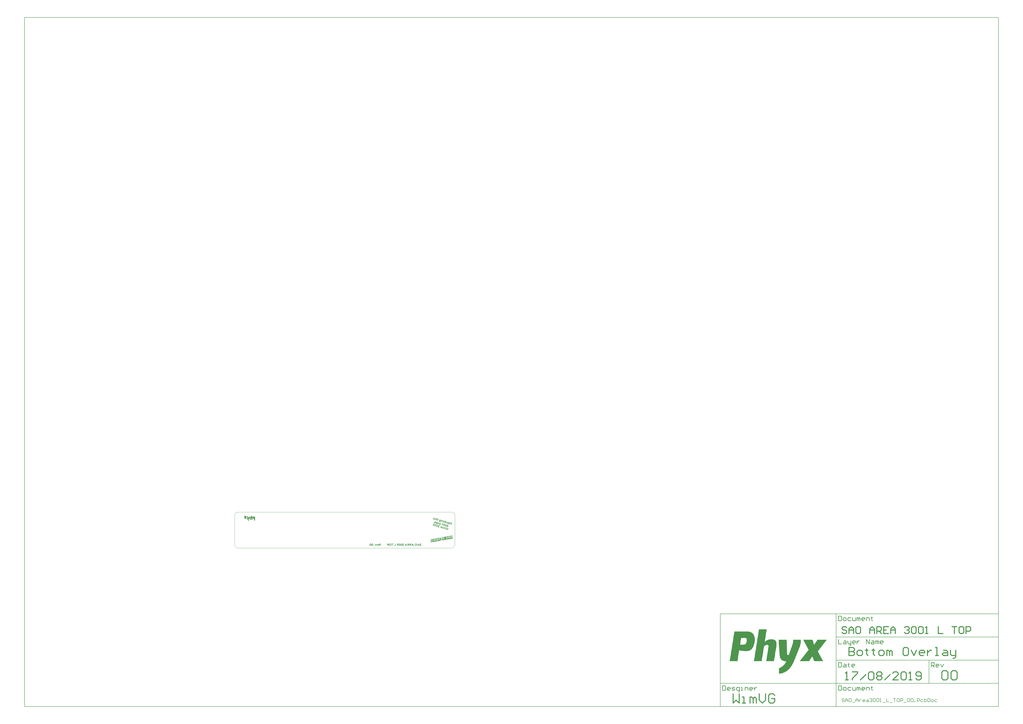
<source format=gbo>
G04*
G04 #@! TF.GenerationSoftware,Altium Limited,Altium Designer,18.1.7 (191)*
G04*
G04 Layer_Color=32896*
%FSLAX25Y25*%
%MOIN*%
G70*
G01*
G75*
%ADD10C,0.01575*%
%ADD11C,0.00394*%
%ADD12C,0.00787*%
%ADD13C,0.00984*%
G36*
X17720Y54562D02*
X17714Y54528D01*
X17748Y54522D01*
X17741Y54488D01*
X17734Y54454D01*
X17768Y54447D01*
X17762Y54413D01*
X17796Y54407D01*
X17789Y54373D01*
X17783Y54339D01*
X17817Y54332D01*
X17810Y54298D01*
X17844Y54291D01*
X17837Y54257D01*
X17831Y54223D01*
X17865Y54217D01*
X17858Y54183D01*
X17892Y54176D01*
X17886Y54142D01*
X17879Y54108D01*
X17913Y54102D01*
X17906Y54068D01*
X17940Y54061D01*
X17934Y54027D01*
X17927Y53993D01*
X17961Y53987D01*
X17954Y53952D01*
X17988Y53946D01*
X17982Y53912D01*
X17975Y53878D01*
X18009Y53871D01*
X18003Y53837D01*
X18037Y53831D01*
X18030Y53797D01*
X18023Y53763D01*
X18057Y53756D01*
X18051Y53722D01*
X18085Y53715D01*
X18078Y53681D01*
X18071Y53648D01*
X18105Y53641D01*
X18099Y53607D01*
X18133Y53600D01*
X18126Y53566D01*
X18120Y53532D01*
X18154Y53526D01*
X18147Y53492D01*
X18181Y53485D01*
X18174Y53451D01*
X18242Y53438D01*
X18249Y53472D01*
X18256Y53506D01*
X18262Y53540D01*
X18269Y53574D01*
X18303Y53567D01*
X18309Y53601D01*
X18316Y53635D01*
X18323Y53669D01*
X18357Y53663D01*
X18363Y53697D01*
X18370Y53731D01*
X18376Y53765D01*
X18410Y53758D01*
X18417Y53792D01*
X18424Y53826D01*
X18430Y53860D01*
X18464Y53853D01*
X18471Y53887D01*
X18477Y53921D01*
X18484Y53955D01*
X18518Y53949D01*
X18525Y53983D01*
X18531Y54017D01*
X18538Y54051D01*
X18572Y54044D01*
X18578Y54078D01*
X18585Y54112D01*
X18592Y54146D01*
X18626Y54139D01*
X18632Y54173D01*
X18639Y54207D01*
X18645Y54241D01*
X18679Y54235D01*
X18686Y54269D01*
X18693Y54303D01*
X18699Y54337D01*
X18733Y54330D01*
X18740Y54364D01*
X20609Y54001D01*
X20603Y53967D01*
X20569Y53973D01*
X20562Y53939D01*
X20555Y53905D01*
X20521Y53912D01*
X20515Y53878D01*
X20481Y53885D01*
X20474Y53851D01*
X20468Y53817D01*
X20434Y53823D01*
X20427Y53789D01*
X20420Y53755D01*
X20386Y53762D01*
X20380Y53728D01*
X20373Y53694D01*
X20339Y53701D01*
X20333Y53667D01*
X20326Y53633D01*
X20292Y53639D01*
X20285Y53605D01*
X20279Y53571D01*
X20245Y53578D01*
X20238Y53544D01*
X20232Y53510D01*
X20198Y53517D01*
X20191Y53483D01*
X20157Y53489D01*
X20150Y53455D01*
X20144Y53421D01*
X20110Y53428D01*
X20103Y53394D01*
X20097Y53360D01*
X20063Y53366D01*
X20056Y53332D01*
X20049Y53298D01*
X20015Y53305D01*
X20009Y53271D01*
X20002Y53237D01*
X19968Y53244D01*
X19962Y53210D01*
X19955Y53176D01*
X19921Y53182D01*
X19914Y53148D01*
X19908Y53114D01*
X19874Y53121D01*
X19867Y53087D01*
X19861Y53053D01*
X19827Y53060D01*
X19820Y53026D01*
X19786Y53032D01*
X19779Y52998D01*
X19773Y52964D01*
X19739Y52971D01*
X19732Y52937D01*
X19726Y52903D01*
X19692Y52909D01*
X19685Y52876D01*
X19678Y52841D01*
X19644Y52848D01*
X19638Y52814D01*
X19631Y52780D01*
X19597Y52787D01*
X19591Y52753D01*
X19584Y52719D01*
X19550Y52725D01*
X19543Y52691D01*
X19537Y52657D01*
X19503Y52664D01*
X19496Y52630D01*
X19462Y52637D01*
X19456Y52603D01*
X19449Y52569D01*
X19415Y52575D01*
X19408Y52541D01*
X19402Y52507D01*
X19368Y52514D01*
X19361Y52480D01*
X19355Y52446D01*
X19321Y52452D01*
X19314Y52419D01*
X19307Y52385D01*
X19273Y52391D01*
X19267Y52357D01*
X19260Y52323D01*
X19226Y52330D01*
X19220Y52296D01*
X19213Y52262D01*
X19179Y52268D01*
X19172Y52234D01*
X19138Y52241D01*
X19132Y52207D01*
X19125Y52173D01*
X19119Y52139D01*
X19152Y52132D01*
X19146Y52099D01*
X19139Y52064D01*
X19173Y52058D01*
X19167Y52024D01*
X19201Y52017D01*
X19194Y51983D01*
X19228Y51977D01*
X19221Y51943D01*
X19255Y51936D01*
X19249Y51902D01*
X19242Y51868D01*
X19276Y51862D01*
X19270Y51828D01*
X19304Y51821D01*
X19297Y51787D01*
X19331Y51780D01*
X19324Y51746D01*
X19318Y51712D01*
X19352Y51706D01*
X19345Y51672D01*
X19379Y51665D01*
X19373Y51631D01*
X19407Y51625D01*
X19400Y51591D01*
X19434Y51584D01*
X19427Y51550D01*
X19421Y51516D01*
X19455Y51509D01*
X19448Y51475D01*
X19482Y51469D01*
X19476Y51435D01*
X19510Y51428D01*
X19503Y51394D01*
X19537Y51388D01*
X19530Y51354D01*
X19524Y51320D01*
X19558Y51313D01*
X19551Y51279D01*
X19585Y51272D01*
X19578Y51238D01*
X19612Y51232D01*
X19606Y51198D01*
X19599Y51164D01*
X19633Y51157D01*
X19627Y51123D01*
X19660Y51117D01*
X19654Y51083D01*
X19688Y51076D01*
X19681Y51042D01*
X19715Y51035D01*
X19709Y51002D01*
X19702Y50968D01*
X19736Y50961D01*
X19729Y50927D01*
X19763Y50920D01*
X19757Y50886D01*
X19791Y50880D01*
X19784Y50846D01*
X19778Y50812D01*
X19812Y50805D01*
X19805Y50771D01*
X19839Y50765D01*
X19832Y50731D01*
X19866Y50724D01*
X19860Y50690D01*
X19894Y50683D01*
X19887Y50649D01*
X19881Y50615D01*
X19915Y50609D01*
X19908Y50575D01*
X19942Y50568D01*
X19935Y50534D01*
X19969Y50528D01*
X19963Y50494D01*
X19956Y50460D01*
X19990Y50453D01*
X19983Y50419D01*
X20017Y50412D01*
X20011Y50378D01*
X20045Y50372D01*
X20038Y50338D01*
X20072Y50331D01*
X20066Y50297D01*
X20059Y50263D01*
X20093Y50257D01*
X20086Y50223D01*
X20120Y50216D01*
X20114Y50182D01*
X20148Y50175D01*
X20141Y50142D01*
X20175Y50135D01*
X20168Y50101D01*
X20162Y50067D01*
X20196Y50060D01*
X20189Y50026D01*
X20223Y50020D01*
X20217Y49986D01*
X20251Y49979D01*
X20244Y49945D01*
X20237Y49911D01*
X20271Y49905D01*
X20265Y49870D01*
X20299Y49864D01*
X20292Y49830D01*
X20326Y49823D01*
X20320Y49789D01*
X20354Y49783D01*
X20347Y49749D01*
X20340Y49715D01*
X20374Y49708D01*
X20368Y49674D01*
X20402Y49668D01*
X20395Y49634D01*
X20429Y49627D01*
X20423Y49593D01*
X20457Y49586D01*
X20450Y49552D01*
X18547Y49922D01*
X18553Y49956D01*
X18560Y49990D01*
X18526Y49997D01*
X18532Y50031D01*
X18498Y50037D01*
X18505Y50072D01*
X18512Y50106D01*
X18478Y50112D01*
X18484Y50146D01*
X18450Y50153D01*
X18457Y50187D01*
X18463Y50221D01*
X18429Y50227D01*
X18436Y50261D01*
X18402Y50268D01*
X18409Y50302D01*
X18415Y50336D01*
X18381Y50343D01*
X18388Y50376D01*
X18354Y50383D01*
X18361Y50417D01*
X18367Y50451D01*
X18333Y50458D01*
X18340Y50492D01*
X18306Y50498D01*
X18313Y50532D01*
X18279Y50539D01*
X18285Y50573D01*
X18292Y50607D01*
X18258Y50613D01*
X18264Y50647D01*
X18230Y50654D01*
X18237Y50688D01*
X18244Y50722D01*
X18210Y50728D01*
X18216Y50763D01*
X18182Y50769D01*
X18189Y50803D01*
X18195Y50837D01*
X18161Y50844D01*
X18168Y50878D01*
X18134Y50884D01*
X18141Y50918D01*
X18147Y50952D01*
X18079Y50965D01*
X18073Y50932D01*
X18039Y50938D01*
X18032Y50904D01*
X18025Y50870D01*
X18019Y50836D01*
X17985Y50843D01*
X17978Y50809D01*
X17972Y50775D01*
X17965Y50741D01*
X17931Y50747D01*
X17924Y50713D01*
X17918Y50679D01*
X17911Y50646D01*
X17877Y50652D01*
X17871Y50618D01*
X17864Y50584D01*
X17830Y50591D01*
X17823Y50557D01*
X17817Y50523D01*
X17810Y50489D01*
X17776Y50495D01*
X17770Y50461D01*
X17763Y50427D01*
X17756Y50393D01*
X17722Y50400D01*
X17716Y50366D01*
X17709Y50332D01*
X17675Y50339D01*
X17669Y50305D01*
X17662Y50271D01*
X17655Y50237D01*
X17621Y50243D01*
X17615Y50209D01*
X17608Y50175D01*
X17602Y50141D01*
X17568Y50148D01*
X17561Y50114D01*
X15760Y50464D01*
X15766Y50498D01*
X15800Y50491D01*
X15807Y50525D01*
X15813Y50559D01*
X15847Y50553D01*
X15854Y50587D01*
X15861Y50621D01*
X15895Y50614D01*
X15901Y50648D01*
X15935Y50642D01*
X15942Y50676D01*
X15948Y50709D01*
X15982Y50703D01*
X15989Y50737D01*
X15996Y50771D01*
X16030Y50764D01*
X16036Y50798D01*
X16043Y50832D01*
X16077Y50826D01*
X16083Y50860D01*
X16090Y50894D01*
X16124Y50887D01*
X16131Y50921D01*
X16137Y50955D01*
X16171Y50948D01*
X16178Y50982D01*
X16184Y51016D01*
X16218Y51010D01*
X16225Y51044D01*
X16232Y51078D01*
X16266Y51071D01*
X16272Y51105D01*
X16306Y51099D01*
X16313Y51133D01*
X16319Y51166D01*
X16353Y51160D01*
X16360Y51194D01*
X16367Y51228D01*
X16401Y51221D01*
X16407Y51255D01*
X16414Y51289D01*
X16448Y51283D01*
X16454Y51317D01*
X16461Y51351D01*
X16495Y51344D01*
X16502Y51378D01*
X16508Y51412D01*
X16542Y51405D01*
X16549Y51439D01*
X16556Y51473D01*
X16590Y51467D01*
X16596Y51501D01*
X16603Y51535D01*
X16637Y51528D01*
X16643Y51562D01*
X16677Y51555D01*
X16684Y51589D01*
X16691Y51623D01*
X16725Y51617D01*
X16731Y51651D01*
X16738Y51685D01*
X16772Y51678D01*
X16778Y51712D01*
X16785Y51746D01*
X16819Y51740D01*
X16826Y51774D01*
X16832Y51807D01*
X16866Y51801D01*
X16873Y51835D01*
X16879Y51869D01*
X16913Y51862D01*
X16920Y51896D01*
X16927Y51930D01*
X16961Y51924D01*
X16967Y51958D01*
X16974Y51992D01*
X17008Y51985D01*
X17014Y52019D01*
X17021Y52053D01*
X17055Y52046D01*
X17062Y52080D01*
X17096Y52074D01*
X17102Y52108D01*
X17109Y52142D01*
X17143Y52135D01*
X17149Y52169D01*
X17156Y52203D01*
X17190Y52197D01*
X17197Y52231D01*
X17203Y52264D01*
X17169Y52271D01*
X17176Y52305D01*
X17142Y52312D01*
X17148Y52346D01*
X17114Y52352D01*
X17121Y52386D01*
X17087Y52393D01*
X17094Y52427D01*
X17100Y52461D01*
X17066Y52467D01*
X17073Y52501D01*
X17039Y52508D01*
X17045Y52542D01*
X17011Y52549D01*
X17018Y52583D01*
X17025Y52617D01*
X16991Y52623D01*
X16997Y52657D01*
X16963Y52664D01*
X16970Y52698D01*
X16936Y52704D01*
X16942Y52738D01*
X16908Y52745D01*
X16915Y52779D01*
X16922Y52813D01*
X16888Y52820D01*
X16894Y52854D01*
X16860Y52860D01*
X16867Y52894D01*
X16833Y52901D01*
X16840Y52935D01*
X16846Y52969D01*
X16812Y52975D01*
X16819Y53009D01*
X16785Y53016D01*
X16791Y53050D01*
X16757Y53057D01*
X16764Y53091D01*
X16771Y53124D01*
X16737Y53131D01*
X16743Y53165D01*
X16709Y53172D01*
X16716Y53206D01*
X16682Y53212D01*
X16689Y53246D01*
X16655Y53253D01*
X16661Y53287D01*
X16668Y53321D01*
X16634Y53327D01*
X16640Y53361D01*
X16606Y53368D01*
X16613Y53402D01*
X16579Y53409D01*
X16586Y53443D01*
X16592Y53477D01*
X16558Y53483D01*
X16565Y53517D01*
X16531Y53524D01*
X16537Y53558D01*
X16503Y53564D01*
X16510Y53598D01*
X16517Y53632D01*
X16483Y53639D01*
X16489Y53673D01*
X16455Y53680D01*
X16462Y53714D01*
X16428Y53720D01*
X16434Y53754D01*
X16401Y53761D01*
X16407Y53795D01*
X16414Y53829D01*
X16380Y53835D01*
X16386Y53869D01*
X16352Y53876D01*
X16359Y53910D01*
X16325Y53917D01*
X16332Y53951D01*
X16338Y53984D01*
X16304Y53991D01*
X16311Y54025D01*
X16277Y54032D01*
X16284Y54066D01*
X16250Y54072D01*
X16256Y54106D01*
X16263Y54140D01*
X16229Y54147D01*
X16235Y54181D01*
X16201Y54187D01*
X16208Y54221D01*
X16174Y54228D01*
X16181Y54262D01*
X16147Y54269D01*
X16153Y54303D01*
X16160Y54337D01*
X16126Y54343D01*
X16132Y54377D01*
X16098Y54384D01*
X16105Y54418D01*
X16071Y54424D01*
X16078Y54458D01*
X16084Y54492D01*
X16050Y54499D01*
X16057Y54533D01*
X16023Y54540D01*
X16029Y54574D01*
X15995Y54580D01*
X16002Y54614D01*
X15968Y54621D01*
X15975Y54655D01*
X15981Y54689D01*
X15947Y54695D01*
X15954Y54729D01*
X15920Y54736D01*
X15927Y54770D01*
X15893Y54777D01*
X15899Y54811D01*
X15906Y54844D01*
X15872Y54851D01*
X15878Y54885D01*
X15844Y54892D01*
X15851Y54926D01*
X17720Y54562D01*
D02*
G37*
G36*
X31972Y53485D02*
X31978Y53519D01*
X34799Y52971D01*
X34793Y52937D01*
X34786Y52903D01*
X34780Y52869D01*
X34773Y52835D01*
X34766Y52801D01*
X34760Y52767D01*
X34794Y52760D01*
X34787Y52726D01*
X34780Y52692D01*
X34774Y52658D01*
X34767Y52624D01*
X34761Y52590D01*
X34754Y52556D01*
X34788Y52550D01*
X34781Y52516D01*
X34775Y52482D01*
X34768Y52448D01*
X34762Y52414D01*
X34755Y52380D01*
X34748Y52346D01*
X34742Y52312D01*
X34776Y52305D01*
X34769Y52271D01*
X34762Y52237D01*
X34756Y52203D01*
X34749Y52169D01*
X34743Y52135D01*
X34736Y52101D01*
X34770Y52095D01*
X34764Y52061D01*
X34757Y52027D01*
X34750Y51993D01*
X34744Y51959D01*
X34737Y51925D01*
X34730Y51891D01*
X34764Y51884D01*
X34758Y51850D01*
X34751Y51816D01*
X34745Y51782D01*
X34738Y51748D01*
X34731Y51714D01*
X34725Y51680D01*
X34718Y51646D01*
X34752Y51640D01*
X34746Y51606D01*
X34739Y51572D01*
X34732Y51538D01*
X34726Y51504D01*
X34719Y51470D01*
X34712Y51436D01*
X34747Y51429D01*
X34740Y51395D01*
X34733Y51361D01*
X34727Y51327D01*
X34720Y51293D01*
X34714Y51259D01*
X34707Y51225D01*
X34741Y51219D01*
X34734Y51185D01*
X34728Y51151D01*
X34721Y51117D01*
X34714Y51083D01*
X34708Y51049D01*
X34701Y51015D01*
X34695Y50981D01*
X34729Y50974D01*
X34722Y50940D01*
X34715Y50906D01*
X34709Y50872D01*
X34702Y50838D01*
X34696Y50804D01*
X34689Y50770D01*
X34723Y50764D01*
X34716Y50730D01*
X34710Y50696D01*
X34703Y50662D01*
X34696Y50628D01*
X34690Y50594D01*
X34683Y50560D01*
X34717Y50553D01*
X34711Y50519D01*
X34704Y50485D01*
X34697Y50451D01*
X34691Y50417D01*
X34684Y50383D01*
X34678Y50349D01*
X34712Y50343D01*
X34705Y50309D01*
X34698Y50274D01*
X34692Y50241D01*
X34685Y50207D01*
X34679Y50173D01*
X34672Y50139D01*
X34665Y50105D01*
X34699Y50098D01*
X34693Y50064D01*
X34686Y50030D01*
X34680Y49996D01*
X34673Y49962D01*
X34666Y49928D01*
X34660Y49894D01*
X34694Y49887D01*
X34687Y49854D01*
X34681Y49819D01*
X34674Y49786D01*
X34667Y49751D01*
X34661Y49718D01*
X34654Y49684D01*
X34688Y49677D01*
X34681Y49643D01*
X34675Y49609D01*
X34668Y49575D01*
X34662Y49541D01*
X34655Y49507D01*
X34648Y49473D01*
X34642Y49439D01*
X34676Y49433D01*
X34669Y49398D01*
X34663Y49365D01*
X34656Y49330D01*
X34649Y49297D01*
X34643Y49262D01*
X34636Y49229D01*
X34670Y49222D01*
X34664Y49188D01*
X34657Y49154D01*
X34650Y49120D01*
X34644Y49086D01*
X34637Y49052D01*
X34631Y49018D01*
X34664Y49011D01*
X34658Y48977D01*
X34651Y48943D01*
X34645Y48909D01*
X34638Y48875D01*
X34631Y48842D01*
X34625Y48807D01*
X34659Y48801D01*
X34652Y48767D01*
X34646Y48733D01*
X34639Y48699D01*
X34633Y48665D01*
X34626Y48631D01*
X34619Y48597D01*
X34613Y48563D01*
X34647Y48556D01*
X34640Y48522D01*
X34633Y48488D01*
X34627Y48454D01*
X34620Y48420D01*
X34614Y48386D01*
X34607Y48352D01*
X34641Y48346D01*
X34634Y48312D01*
X34628Y48278D01*
X34621Y48244D01*
X34615Y48210D01*
X34608Y48176D01*
X34601Y48142D01*
X34635Y48135D01*
X34629Y48101D01*
X34622Y48067D01*
X34615Y48033D01*
X34609Y47999D01*
X34602Y47965D01*
X34596Y47931D01*
X34630Y47925D01*
X34623Y47891D01*
X34617Y47857D01*
X34610Y47823D01*
X34603Y47789D01*
X34597Y47755D01*
X34590Y47721D01*
X34583Y47687D01*
X34617Y47680D01*
X34611Y47646D01*
X34604Y47612D01*
X34598Y47578D01*
X34591Y47544D01*
X34584Y47510D01*
X34578Y47476D01*
X34612Y47470D01*
X34605Y47436D01*
X34599Y47402D01*
X34592Y47368D01*
X34585Y47334D01*
X34579Y47300D01*
X34572Y47266D01*
X34606Y47259D01*
X34600Y47225D01*
X34593Y47191D01*
X34586Y47157D01*
X34580Y47123D01*
X34573Y47089D01*
X34567Y47055D01*
X34560Y47021D01*
X34594Y47015D01*
X34587Y46981D01*
X34581Y46947D01*
X34574Y46913D01*
X34567Y46879D01*
X34561Y46845D01*
X34595Y46838D01*
X34588Y46804D01*
X32991Y47115D01*
X32997Y47149D01*
X33004Y47183D01*
X33011Y47217D01*
X33017Y47251D01*
X33024Y47285D01*
X33031Y47319D01*
X33037Y47353D01*
X33003Y47359D01*
X33010Y47393D01*
X33016Y47427D01*
X33023Y47461D01*
X33029Y47495D01*
X33036Y47529D01*
X33043Y47563D01*
X33009Y47570D01*
X33015Y47604D01*
X33022Y47638D01*
X33029Y47672D01*
X33035Y47706D01*
X33042Y47740D01*
X33048Y47774D01*
X33014Y47780D01*
X33021Y47814D01*
X33028Y47848D01*
X33034Y47882D01*
X33041Y47916D01*
X33047Y47950D01*
X33054Y47984D01*
X33061Y48018D01*
X33027Y48025D01*
X33033Y48059D01*
X33040Y48093D01*
X33046Y48127D01*
X33053Y48161D01*
X33060Y48195D01*
X33066Y48229D01*
X33032Y48235D01*
X33039Y48269D01*
X33046Y48303D01*
X33052Y48337D01*
X33059Y48371D01*
X33065Y48405D01*
X33072Y48439D01*
X33038Y48446D01*
X33045Y48480D01*
X33051Y48514D01*
X33058Y48548D01*
X33064Y48582D01*
X33071Y48616D01*
X33078Y48650D01*
X33084Y48684D01*
X33050Y48690D01*
X33057Y48724D01*
X33064Y48758D01*
X33070Y48792D01*
X33077Y48826D01*
X33083Y48860D01*
X33090Y48894D01*
X33056Y48901D01*
X33062Y48935D01*
X33069Y48969D01*
X33076Y49003D01*
X33082Y49037D01*
X33089Y49071D01*
X33095Y49105D01*
X33062Y49111D01*
X33068Y49145D01*
X33075Y49179D01*
X33081Y49213D01*
X33088Y49247D01*
X33095Y49281D01*
X33101Y49315D01*
X33108Y49349D01*
X32938Y49382D01*
X32931Y49348D01*
X32761Y49381D01*
X32755Y49347D01*
X32585Y49380D01*
X32578Y49346D01*
X32340Y49393D01*
X32334Y49359D01*
X32028Y49418D01*
X32021Y49384D01*
X31409Y49503D01*
X31416Y49537D01*
X31212Y49577D01*
X31219Y49611D01*
X31117Y49630D01*
X31123Y49664D01*
X31021Y49684D01*
X31028Y49718D01*
X30926Y49738D01*
X30933Y49772D01*
X30865Y49785D01*
X30871Y49819D01*
X30837Y49826D01*
X30844Y49860D01*
X30776Y49873D01*
X30782Y49907D01*
X30749Y49914D01*
X30755Y49948D01*
X30687Y49961D01*
X30694Y49995D01*
X30660Y50001D01*
X30666Y50035D01*
X30632Y50042D01*
X30639Y50076D01*
X30605Y50083D01*
X30612Y50117D01*
X30578Y50123D01*
X30584Y50157D01*
X30550Y50164D01*
X30557Y50198D01*
X30564Y50232D01*
X30529Y50238D01*
X30536Y50272D01*
X30502Y50279D01*
X30509Y50313D01*
X30475Y50320D01*
X30481Y50354D01*
X30488Y50388D01*
X30454Y50394D01*
X30461Y50428D01*
X30427Y50435D01*
X30433Y50469D01*
X30440Y50503D01*
X30406Y50509D01*
X30412Y50543D01*
X30419Y50577D01*
X30385Y50584D01*
X30392Y50618D01*
X30398Y50652D01*
X30364Y50659D01*
X30371Y50692D01*
X30378Y50726D01*
X30384Y50760D01*
X30350Y50767D01*
X30357Y50801D01*
X30363Y50835D01*
X30329Y50842D01*
X30336Y50876D01*
X30343Y50910D01*
X30349Y50944D01*
X30315Y50950D01*
X30322Y50984D01*
X30328Y51018D01*
X30335Y51052D01*
X30342Y51086D01*
X30308Y51093D01*
X30314Y51127D01*
X30321Y51161D01*
X30327Y51195D01*
X30293Y51201D01*
X30300Y51235D01*
X30307Y51269D01*
X30313Y51303D01*
X30320Y51337D01*
X30327Y51371D01*
X30292Y51378D01*
X30299Y51412D01*
X30306Y51446D01*
X30312Y51480D01*
X30319Y51514D01*
X30325Y51548D01*
X30292Y51554D01*
X30298Y51588D01*
X30305Y51622D01*
X30311Y51656D01*
X30318Y51690D01*
X30325Y51724D01*
X30331Y51758D01*
X30338Y51792D01*
X30304Y51799D01*
X30310Y51833D01*
X30317Y51867D01*
X30324Y51901D01*
X30330Y51935D01*
X30337Y51969D01*
X30343Y52003D01*
X30350Y52037D01*
X30357Y52071D01*
X30363Y52105D01*
X30370Y52139D01*
X30376Y52173D01*
X30383Y52207D01*
X30390Y52241D01*
X30396Y52275D01*
X30403Y52309D01*
X30410Y52343D01*
X30416Y52377D01*
X30423Y52411D01*
X30429Y52445D01*
X30436Y52479D01*
X30470Y52472D01*
X30476Y52506D01*
X30483Y52540D01*
X30490Y52574D01*
X30496Y52608D01*
X30503Y52642D01*
X30537Y52635D01*
X30544Y52669D01*
X30550Y52703D01*
X30557Y52737D01*
X30563Y52771D01*
X30597Y52765D01*
X30604Y52799D01*
X30610Y52833D01*
X30617Y52867D01*
X30651Y52860D01*
X30658Y52894D01*
X30664Y52928D01*
X30671Y52962D01*
X30705Y52955D01*
X30711Y52989D01*
X30718Y53023D01*
X30752Y53017D01*
X30759Y53051D01*
X30793Y53044D01*
X30799Y53078D01*
X30806Y53112D01*
X30840Y53105D01*
X30847Y53140D01*
X30880Y53133D01*
X30887Y53167D01*
X30894Y53201D01*
X30928Y53194D01*
X30934Y53228D01*
X30968Y53222D01*
X30975Y53256D01*
X31009Y53249D01*
X31016Y53283D01*
X31049Y53276D01*
X31056Y53310D01*
X31090Y53304D01*
X31097Y53338D01*
X31131Y53331D01*
X31137Y53365D01*
X31205Y53352D01*
X31212Y53386D01*
X31246Y53379D01*
X31252Y53413D01*
X31320Y53400D01*
X31327Y53434D01*
X31361Y53427D01*
X31368Y53461D01*
X31436Y53448D01*
X31442Y53482D01*
X31544Y53462D01*
X31551Y53496D01*
X31653Y53477D01*
X31659Y53511D01*
X31761Y53491D01*
X31768Y53525D01*
X31972Y53485D01*
D02*
G37*
G36*
X22614Y53611D02*
X22608Y53577D01*
X22601Y53543D01*
X22594Y53509D01*
X22588Y53475D01*
X22581Y53441D01*
X22575Y53407D01*
X22568Y53373D01*
X22561Y53339D01*
X22555Y53305D01*
X22548Y53271D01*
X22582Y53265D01*
X22576Y53231D01*
X22569Y53197D01*
X22562Y53163D01*
X22556Y53129D01*
X22549Y53095D01*
X22543Y53061D01*
X22577Y53054D01*
X22570Y53020D01*
X22563Y52986D01*
X22557Y52952D01*
X22550Y52918D01*
X22544Y52884D01*
X22578Y52877D01*
X22571Y52843D01*
X22564Y52810D01*
X22558Y52776D01*
X22551Y52741D01*
X22585Y52735D01*
X22579Y52701D01*
X22572Y52667D01*
X22565Y52633D01*
X22559Y52599D01*
X22593Y52592D01*
X22586Y52558D01*
X22580Y52524D01*
X22573Y52490D01*
X22607Y52484D01*
X22600Y52450D01*
X22594Y52416D01*
X22587Y52382D01*
X22621Y52375D01*
X22614Y52341D01*
X22608Y52307D01*
X22601Y52273D01*
X22635Y52267D01*
X22629Y52233D01*
X22622Y52199D01*
X22656Y52192D01*
X22649Y52158D01*
X22643Y52124D01*
X22636Y52090D01*
X22670Y52083D01*
X22663Y52050D01*
X22657Y52016D01*
X22650Y51982D01*
X22684Y51975D01*
X22678Y51941D01*
X22671Y51907D01*
X22664Y51873D01*
X22698Y51866D01*
X22692Y51832D01*
X22685Y51798D01*
X22719Y51792D01*
X22713Y51758D01*
X22706Y51724D01*
X22699Y51690D01*
X22733Y51683D01*
X22727Y51649D01*
X22720Y51615D01*
X22714Y51581D01*
X22748Y51575D01*
X22741Y51541D01*
X22734Y51507D01*
X22728Y51473D01*
X22762Y51466D01*
X22755Y51432D01*
X22749Y51398D01*
X22783Y51392D01*
X22776Y51358D01*
X22769Y51324D01*
X22763Y51290D01*
X22797Y51283D01*
X22790Y51249D01*
X22783Y51215D01*
X22777Y51181D01*
X22811Y51174D01*
X22804Y51140D01*
X22798Y51107D01*
X22791Y51073D01*
X22825Y51066D01*
X22818Y51032D01*
X22812Y50998D01*
X22846Y50991D01*
X22839Y50957D01*
X22833Y50923D01*
X22826Y50889D01*
X22860Y50883D01*
X22853Y50849D01*
X22847Y50815D01*
X22840Y50781D01*
X22874Y50774D01*
X22867Y50740D01*
X22861Y50706D01*
X22854Y50672D01*
X22888Y50666D01*
X22882Y50632D01*
X22875Y50598D01*
X22869Y50564D01*
X22902Y50557D01*
X22896Y50523D01*
X22889Y50489D01*
X22923Y50482D01*
X22917Y50449D01*
X22910Y50415D01*
X22903Y50380D01*
X22937Y50374D01*
X22931Y50340D01*
X23033Y50320D01*
X23039Y50354D01*
X23141Y50334D01*
X23148Y50368D01*
X23182Y50362D01*
X23189Y50396D01*
X23223Y50389D01*
X23229Y50423D01*
X23263Y50416D01*
X23270Y50450D01*
X23276Y50484D01*
X23283Y50518D01*
X23317Y50512D01*
X23324Y50546D01*
X23330Y50580D01*
X23337Y50614D01*
X23343Y50648D01*
X23350Y50682D01*
X23357Y50716D01*
X23363Y50750D01*
X23370Y50784D01*
X23376Y50818D01*
X23383Y50852D01*
X23390Y50886D01*
X23396Y50920D01*
X23403Y50954D01*
X23409Y50987D01*
X23416Y51021D01*
X23423Y51056D01*
X23429Y51090D01*
X23436Y51123D01*
X23442Y51157D01*
X23449Y51192D01*
X23456Y51226D01*
X23462Y51259D01*
X23469Y51293D01*
X23475Y51327D01*
X23482Y51361D01*
X23489Y51395D01*
X23523Y51389D01*
X23529Y51423D01*
X23536Y51457D01*
X23502Y51463D01*
X23508Y51497D01*
X23542Y51491D01*
X23549Y51525D01*
X23556Y51559D01*
X23562Y51593D01*
X23569Y51627D01*
X23575Y51661D01*
X23582Y51695D01*
X23589Y51729D01*
X23595Y51763D01*
X23602Y51797D01*
X23608Y51831D01*
X23615Y51865D01*
X23622Y51899D01*
X23628Y51933D01*
X23635Y51967D01*
X23642Y52000D01*
X23648Y52034D01*
X23655Y52069D01*
X23661Y52103D01*
X23668Y52136D01*
X23675Y52170D01*
X23681Y52204D01*
X23688Y52238D01*
X23694Y52272D01*
X23701Y52306D01*
X23708Y52340D01*
X23714Y52374D01*
X23721Y52408D01*
X23727Y52442D01*
X23734Y52476D01*
X23741Y52510D01*
X23747Y52544D01*
X23754Y52578D01*
X23761Y52612D01*
X23767Y52646D01*
X23774Y52680D01*
X23780Y52714D01*
X23787Y52748D01*
X23794Y52782D01*
X23800Y52816D01*
X23807Y52850D01*
X23813Y52884D01*
X23847Y52878D01*
X23854Y52912D01*
X23860Y52946D01*
X23867Y52979D01*
X23874Y53013D01*
X23880Y53048D01*
X23887Y53082D01*
X23893Y53115D01*
X23900Y53149D01*
X23907Y53183D01*
X23913Y53217D01*
X23920Y53251D01*
X23927Y53285D01*
X23933Y53319D01*
X23940Y53353D01*
X25571Y53036D01*
X25565Y53002D01*
X25530Y53009D01*
X25524Y52975D01*
X25517Y52941D01*
X25511Y52907D01*
X25504Y52873D01*
X25497Y52839D01*
X25491Y52805D01*
X25484Y52771D01*
X25478Y52737D01*
X25471Y52703D01*
X25464Y52669D01*
X25458Y52635D01*
X25451Y52601D01*
X25445Y52567D01*
X25438Y52533D01*
X25431Y52499D01*
X25425Y52465D01*
X25391Y52472D01*
X25384Y52438D01*
X25378Y52404D01*
X25371Y52370D01*
X25364Y52336D01*
X25358Y52302D01*
X25351Y52268D01*
X25345Y52234D01*
X25338Y52200D01*
X25331Y52166D01*
X25325Y52132D01*
X25318Y52098D01*
X25312Y52064D01*
X25305Y52030D01*
X25298Y51996D01*
X25264Y52003D01*
X25258Y51968D01*
X25251Y51934D01*
X25245Y51901D01*
X25238Y51867D01*
X25231Y51833D01*
X25225Y51799D01*
X25218Y51765D01*
X25212Y51731D01*
X25205Y51697D01*
X25198Y51663D01*
X25192Y51629D01*
X25185Y51595D01*
X25179Y51561D01*
X25172Y51527D01*
X25165Y51493D01*
X25159Y51459D01*
X25125Y51465D01*
X25118Y51431D01*
X25111Y51397D01*
X25105Y51363D01*
X25098Y51329D01*
X25092Y51295D01*
X25085Y51261D01*
X25078Y51227D01*
X25072Y51193D01*
X25065Y51160D01*
X25059Y51126D01*
X25052Y51091D01*
X25045Y51057D01*
X25039Y51024D01*
X25032Y50990D01*
X25026Y50955D01*
X25019Y50922D01*
X24985Y50928D01*
X24978Y50894D01*
X24972Y50860D01*
X24965Y50826D01*
X24959Y50792D01*
X24952Y50758D01*
X24945Y50724D01*
X24939Y50690D01*
X24932Y50656D01*
X24926Y50622D01*
X24919Y50588D01*
X24912Y50554D01*
X24906Y50520D01*
X24899Y50486D01*
X24893Y50452D01*
X24886Y50418D01*
X24852Y50425D01*
X24845Y50391D01*
X24839Y50357D01*
X24832Y50323D01*
X24825Y50289D01*
X24819Y50255D01*
X24812Y50221D01*
X24806Y50187D01*
X24799Y50153D01*
X24792Y50119D01*
X24786Y50085D01*
X24779Y50051D01*
X24773Y50017D01*
X24766Y49983D01*
X24759Y49949D01*
X24753Y49915D01*
X24719Y49922D01*
X24712Y49888D01*
X24706Y49854D01*
X24699Y49820D01*
X24692Y49786D01*
X24686Y49752D01*
X24679Y49718D01*
X24673Y49684D01*
X24639Y49690D01*
X24632Y49657D01*
X24625Y49622D01*
X24619Y49589D01*
X24612Y49554D01*
X24578Y49561D01*
X24572Y49527D01*
X24565Y49493D01*
X24558Y49459D01*
X24524Y49466D01*
X24518Y49432D01*
X24511Y49398D01*
X24477Y49404D01*
X24471Y49370D01*
X24464Y49336D01*
X24430Y49343D01*
X24423Y49309D01*
X24417Y49275D01*
X24383Y49282D01*
X24376Y49248D01*
X24342Y49254D01*
X24336Y49220D01*
X24329Y49186D01*
X24295Y49193D01*
X24288Y49159D01*
X24254Y49166D01*
X24248Y49132D01*
X24214Y49138D01*
X24207Y49104D01*
X24173Y49111D01*
X24167Y49077D01*
X24133Y49083D01*
X24126Y49049D01*
X24058Y49063D01*
X24051Y49029D01*
X24017Y49035D01*
X24011Y49001D01*
X23943Y49014D01*
X23936Y48981D01*
X23834Y49000D01*
X23828Y48966D01*
X23760Y48980D01*
X23753Y48946D01*
X23617Y48972D01*
X23611Y48938D01*
X23373Y48984D01*
X23366Y48950D01*
X23162Y48990D01*
X23156Y48956D01*
X23149Y48922D01*
X23183Y48915D01*
X23176Y48881D01*
X23170Y48847D01*
X23204Y48841D01*
X23197Y48807D01*
X23190Y48773D01*
X23224Y48766D01*
X23218Y48732D01*
X23252Y48726D01*
X23245Y48692D01*
X23239Y48658D01*
X23273Y48651D01*
X23266Y48617D01*
X23259Y48583D01*
X23293Y48576D01*
X23287Y48542D01*
X23321Y48536D01*
X23314Y48502D01*
X23308Y48468D01*
X23342Y48461D01*
X23335Y48427D01*
X23369Y48421D01*
X23362Y48387D01*
X23396Y48380D01*
X23390Y48346D01*
X23383Y48312D01*
X23417Y48305D01*
X23411Y48272D01*
X23445Y48265D01*
X23438Y48231D01*
X23472Y48224D01*
X23465Y48190D01*
X23499Y48184D01*
X23493Y48150D01*
X23527Y48143D01*
X23520Y48109D01*
X23554Y48103D01*
X23547Y48068D01*
X23581Y48062D01*
X23575Y48028D01*
X23609Y48021D01*
X23602Y47987D01*
X23636Y47981D01*
X23629Y47947D01*
X23663Y47940D01*
X23657Y47906D01*
X23691Y47899D01*
X23684Y47866D01*
X23752Y47852D01*
X23746Y47818D01*
X23780Y47812D01*
X23773Y47778D01*
X23807Y47771D01*
X23800Y47737D01*
X23868Y47724D01*
X23862Y47690D01*
X23896Y47683D01*
X23889Y47649D01*
X23957Y47636D01*
X23950Y47602D01*
X23984Y47596D01*
X23978Y47562D01*
X24046Y47548D01*
X24039Y47514D01*
X24107Y47501D01*
X24101Y47467D01*
X24169Y47454D01*
X24162Y47420D01*
X24230Y47407D01*
X24223Y47373D01*
X24291Y47360D01*
X24285Y47326D01*
X24353Y47312D01*
X24346Y47278D01*
X24340Y47244D01*
X24333Y47210D01*
X24326Y47176D01*
X24320Y47142D01*
X24313Y47109D01*
X24306Y47074D01*
X24300Y47041D01*
X24293Y47006D01*
X24287Y46973D01*
X24280Y46938D01*
X24273Y46905D01*
X24267Y46871D01*
X24260Y46837D01*
X24254Y46803D01*
X24247Y46769D01*
X24240Y46735D01*
X24234Y46701D01*
X24227Y46667D01*
X24221Y46633D01*
X24214Y46599D01*
X24207Y46565D01*
X24201Y46531D01*
X24194Y46497D01*
X24188Y46463D01*
X24181Y46429D01*
X24174Y46395D01*
X24168Y46361D01*
X24161Y46327D01*
X24155Y46293D01*
X24148Y46259D01*
X24141Y46225D01*
X24135Y46191D01*
X24101Y46198D01*
X24107Y46231D01*
X23869Y46278D01*
X23876Y46312D01*
X23672Y46351D01*
X23679Y46385D01*
X23543Y46412D01*
X23549Y46446D01*
X23413Y46472D01*
X23420Y46506D01*
X23318Y46526D01*
X23325Y46560D01*
X23257Y46573D01*
X23263Y46607D01*
X23161Y46627D01*
X23168Y46661D01*
X23100Y46674D01*
X23107Y46708D01*
X23039Y46721D01*
X23045Y46755D01*
X22977Y46769D01*
X22984Y46802D01*
X22916Y46816D01*
X22922Y46850D01*
X22855Y46863D01*
X22861Y46897D01*
X22827Y46903D01*
X22834Y46938D01*
X22766Y46951D01*
X22772Y46985D01*
X22738Y46991D01*
X22745Y47025D01*
X22677Y47038D01*
X22684Y47072D01*
X22650Y47079D01*
X22656Y47113D01*
X22588Y47126D01*
X22595Y47160D01*
X22561Y47167D01*
X22568Y47201D01*
X22534Y47207D01*
X22540Y47242D01*
X22506Y47248D01*
X22513Y47282D01*
X22479Y47289D01*
X22485Y47323D01*
X22417Y47336D01*
X22424Y47370D01*
X22390Y47376D01*
X22397Y47410D01*
X22363Y47417D01*
X22369Y47451D01*
X22335Y47458D01*
X22342Y47492D01*
X22308Y47498D01*
X22314Y47532D01*
X22280Y47539D01*
X22287Y47573D01*
X22253Y47579D01*
X22260Y47613D01*
X22226Y47620D01*
X22232Y47654D01*
X22239Y47688D01*
X22205Y47695D01*
X22212Y47729D01*
X22178Y47735D01*
X22184Y47769D01*
X22150Y47776D01*
X22157Y47810D01*
X22123Y47816D01*
X22129Y47850D01*
X22095Y47857D01*
X22102Y47891D01*
X22109Y47925D01*
X22075Y47932D01*
X22081Y47966D01*
X22047Y47972D01*
X22054Y48006D01*
X22020Y48013D01*
X22027Y48047D01*
X22033Y48081D01*
X21999Y48087D01*
X22006Y48121D01*
X21972Y48128D01*
X21978Y48162D01*
X21985Y48196D01*
X21951Y48202D01*
X21958Y48237D01*
X21924Y48243D01*
X21930Y48277D01*
X21896Y48284D01*
X21903Y48318D01*
X21909Y48352D01*
X21876Y48358D01*
X21882Y48392D01*
X21889Y48426D01*
X21855Y48433D01*
X21861Y48467D01*
X21827Y48473D01*
X21834Y48507D01*
X21840Y48541D01*
X21806Y48548D01*
X21813Y48582D01*
X21820Y48616D01*
X21786Y48623D01*
X21792Y48657D01*
X21799Y48691D01*
X21765Y48697D01*
X21772Y48731D01*
X21778Y48765D01*
X21744Y48772D01*
X21751Y48806D01*
X21717Y48812D01*
X21723Y48846D01*
X21730Y48880D01*
X21737Y48914D01*
X21703Y48921D01*
X21709Y48955D01*
X21675Y48961D01*
X21682Y48996D01*
X21689Y49029D01*
X21695Y49064D01*
X21661Y49070D01*
X21668Y49104D01*
X21674Y49138D01*
X21640Y49145D01*
X21647Y49179D01*
X21654Y49213D01*
X21620Y49219D01*
X21626Y49253D01*
X21633Y49287D01*
X21599Y49294D01*
X21605Y49328D01*
X21612Y49362D01*
X21619Y49396D01*
X21585Y49402D01*
X21591Y49436D01*
X21598Y49470D01*
X21564Y49477D01*
X21570Y49511D01*
X21577Y49545D01*
X21584Y49579D01*
X21550Y49586D01*
X21556Y49619D01*
X21563Y49654D01*
X21529Y49660D01*
X21535Y49694D01*
X21542Y49728D01*
X21549Y49762D01*
X21515Y49769D01*
X21521Y49803D01*
X21528Y49837D01*
X21494Y49843D01*
X21501Y49877D01*
X21507Y49911D01*
X21514Y49945D01*
X21480Y49952D01*
X21486Y49986D01*
X21493Y50020D01*
X21459Y50026D01*
X21466Y50060D01*
X21472Y50094D01*
X21479Y50128D01*
X21445Y50135D01*
X21452Y50169D01*
X21458Y50203D01*
X21424Y50209D01*
X21431Y50244D01*
X21437Y50278D01*
X21444Y50311D01*
X21410Y50318D01*
X21417Y50352D01*
X21423Y50386D01*
X21389Y50393D01*
X21396Y50427D01*
X21402Y50461D01*
X21409Y50495D01*
X21375Y50501D01*
X21382Y50535D01*
X21388Y50569D01*
X21354Y50576D01*
X21361Y50610D01*
X21367Y50644D01*
X21374Y50678D01*
X21340Y50684D01*
X21347Y50718D01*
X21353Y50752D01*
X21319Y50759D01*
X21326Y50793D01*
X21332Y50827D01*
X21339Y50861D01*
X21305Y50867D01*
X21312Y50902D01*
X21318Y50936D01*
X21284Y50942D01*
X21291Y50976D01*
X21297Y51010D01*
X21304Y51044D01*
X21270Y51051D01*
X21277Y51085D01*
X21283Y51119D01*
X21249Y51125D01*
X21256Y51159D01*
X21263Y51193D01*
X21269Y51227D01*
X21235Y51234D01*
X21242Y51268D01*
X21248Y51302D01*
X21214Y51308D01*
X21221Y51342D01*
X21228Y51376D01*
X21234Y51410D01*
X21200Y51417D01*
X21207Y51451D01*
X21214Y51485D01*
X21180Y51491D01*
X21186Y51525D01*
X21193Y51560D01*
X21199Y51594D01*
X21165Y51600D01*
X21172Y51634D01*
X21179Y51668D01*
X21145Y51675D01*
X21151Y51709D01*
X21158Y51743D01*
X21164Y51777D01*
X21130Y51783D01*
X21137Y51817D01*
X21144Y51851D01*
X21110Y51858D01*
X21116Y51892D01*
X21123Y51926D01*
X21129Y51960D01*
X21095Y51966D01*
X21102Y52000D01*
X21109Y52034D01*
X21075Y52041D01*
X21081Y52075D01*
X21088Y52109D01*
X21094Y52143D01*
X21060Y52149D01*
X21067Y52184D01*
X21074Y52218D01*
X21040Y52224D01*
X21046Y52258D01*
X21053Y52292D01*
X21019Y52299D01*
X21026Y52333D01*
X21032Y52367D01*
X21039Y52401D01*
X21005Y52407D01*
X21011Y52441D01*
X21018Y52475D01*
X21025Y52509D01*
X20991Y52516D01*
X20997Y52550D01*
X21004Y52584D01*
X21010Y52618D01*
X20976Y52624D01*
X20983Y52658D01*
X20990Y52692D01*
X20996Y52726D01*
X20962Y52733D01*
X20969Y52767D01*
X20976Y52801D01*
X20982Y52835D01*
X20989Y52869D01*
X20955Y52876D01*
X20961Y52909D01*
X20968Y52943D01*
X20975Y52978D01*
X20981Y53012D01*
X20947Y53018D01*
X20954Y53052D01*
X20960Y53086D01*
X20967Y53120D01*
X20974Y53154D01*
X20980Y53188D01*
X20946Y53195D01*
X20953Y53229D01*
X20959Y53263D01*
X20966Y53297D01*
X20973Y53330D01*
X20979Y53364D01*
X20986Y53399D01*
X20992Y53433D01*
X20999Y53466D01*
X21006Y53500D01*
X21012Y53535D01*
X21019Y53568D01*
X21025Y53602D01*
X21032Y53636D01*
X21039Y53670D01*
X21045Y53704D01*
X21052Y53738D01*
X21058Y53772D01*
X21065Y53806D01*
X21072Y53840D01*
X21078Y53874D01*
X21085Y53908D01*
X22614Y53611D01*
D02*
G37*
G36*
X29917Y54343D02*
X29910Y54309D01*
X29903Y54275D01*
X29897Y54241D01*
X29931Y54235D01*
X29924Y54201D01*
X29917Y54167D01*
X29911Y54133D01*
X29904Y54099D01*
X29898Y54065D01*
X29891Y54031D01*
X29884Y53997D01*
X29918Y53990D01*
X29912Y53956D01*
X29905Y53922D01*
X29899Y53888D01*
X29892Y53854D01*
X29885Y53820D01*
X29879Y53786D01*
X29913Y53780D01*
X29906Y53746D01*
X29900Y53711D01*
X29893Y53677D01*
X29886Y53644D01*
X29880Y53610D01*
X29873Y53576D01*
X29907Y53569D01*
X29901Y53535D01*
X29894Y53501D01*
X29887Y53467D01*
X29881Y53433D01*
X29874Y53399D01*
X29868Y53365D01*
X29861Y53331D01*
X29895Y53325D01*
X29888Y53290D01*
X29882Y53256D01*
X29875Y53223D01*
X29869Y53189D01*
X29862Y53154D01*
X29855Y53121D01*
X29889Y53114D01*
X29883Y53080D01*
X29876Y53046D01*
X29869Y53012D01*
X29863Y52978D01*
X29856Y52944D01*
X29850Y52910D01*
X29884Y52903D01*
X29877Y52869D01*
X29870Y52836D01*
X29864Y52802D01*
X29857Y52767D01*
X29851Y52733D01*
X29844Y52700D01*
X29878Y52693D01*
X29871Y52659D01*
X29865Y52625D01*
X29858Y52591D01*
X29851Y52557D01*
X29845Y52523D01*
X29838Y52489D01*
X29832Y52455D01*
X29866Y52448D01*
X29859Y52414D01*
X29853Y52380D01*
X29846Y52346D01*
X29839Y52312D01*
X29833Y52278D01*
X29826Y52245D01*
X29860Y52238D01*
X29853Y52204D01*
X29847Y52170D01*
X29840Y52136D01*
X29834Y52102D01*
X29827Y52068D01*
X29820Y52034D01*
X29854Y52027D01*
X29848Y51993D01*
X29841Y51959D01*
X29835Y51925D01*
X29828Y51891D01*
X29821Y51857D01*
X29815Y51823D01*
X29808Y51789D01*
X29842Y51783D01*
X29836Y51749D01*
X29829Y51715D01*
X29822Y51681D01*
X29816Y51647D01*
X29809Y51613D01*
X29803Y51579D01*
X29836Y51572D01*
X29830Y51538D01*
X29823Y51504D01*
X29817Y51470D01*
X29810Y51436D01*
X29803Y51402D01*
X29797Y51368D01*
X29831Y51362D01*
X29824Y51328D01*
X29818Y51294D01*
X29811Y51260D01*
X29804Y51226D01*
X29798Y51192D01*
X29791Y51158D01*
X29825Y51151D01*
X29818Y51117D01*
X29812Y51083D01*
X29805Y51049D01*
X29799Y51015D01*
X29792Y50981D01*
X29785Y50947D01*
X29779Y50913D01*
X29813Y50907D01*
X29806Y50873D01*
X29800Y50839D01*
X29793Y50805D01*
X29787Y50771D01*
X29780Y50737D01*
X29773Y50703D01*
X29807Y50696D01*
X29801Y50662D01*
X29794Y50628D01*
X29787Y50594D01*
X29781Y50560D01*
X29774Y50526D01*
X29768Y50492D01*
X29802Y50486D01*
X29795Y50452D01*
X29788Y50418D01*
X29782Y50384D01*
X29775Y50350D01*
X29769Y50316D01*
X29762Y50282D01*
X29796Y50275D01*
X29789Y50241D01*
X29783Y50207D01*
X29776Y50173D01*
X29770Y50139D01*
X29763Y50105D01*
X29756Y50071D01*
X29750Y50037D01*
X29784Y50031D01*
X29777Y49997D01*
X29770Y49963D01*
X29764Y49929D01*
X29757Y49895D01*
X29751Y49861D01*
X29744Y49827D01*
X29778Y49820D01*
X29771Y49786D01*
X29765Y49752D01*
X29758Y49718D01*
X29752Y49684D01*
X29745Y49650D01*
X29738Y49616D01*
X29772Y49610D01*
X29766Y49576D01*
X29759Y49542D01*
X29753Y49508D01*
X29746Y49474D01*
X29739Y49440D01*
X29733Y49406D01*
X29726Y49372D01*
X29760Y49365D01*
X29754Y49331D01*
X29747Y49297D01*
X29740Y49263D01*
X29734Y49229D01*
X29727Y49195D01*
X29721Y49161D01*
X29754Y49155D01*
X29748Y49121D01*
X29741Y49087D01*
X29735Y49053D01*
X29728Y49019D01*
X29721Y48985D01*
X29715Y48951D01*
X29749Y48944D01*
X29742Y48910D01*
X29736Y48876D01*
X29729Y48842D01*
X29722Y48808D01*
X29716Y48774D01*
X29709Y48740D01*
X29743Y48733D01*
X29737Y48700D01*
X29730Y48666D01*
X29723Y48632D01*
X29717Y48598D01*
X29710Y48564D01*
X29704Y48530D01*
X29697Y48496D01*
X29731Y48489D01*
X29724Y48455D01*
X29718Y48421D01*
X29711Y48387D01*
X29704Y48353D01*
X29698Y48319D01*
X29691Y48285D01*
X29725Y48278D01*
X29719Y48245D01*
X29712Y48210D01*
X29706Y48177D01*
X29699Y48142D01*
X29692Y48109D01*
X29686Y48075D01*
X29720Y48068D01*
X29713Y48034D01*
X29706Y48000D01*
X29700Y47966D01*
X29693Y47932D01*
X29687Y47898D01*
X29680Y47864D01*
X29673Y47830D01*
X29707Y47824D01*
X29701Y47789D01*
X29694Y47756D01*
X28131Y48059D01*
X28137Y48093D01*
X28144Y48127D01*
X28110Y48134D01*
X28117Y48168D01*
X28123Y48202D01*
X28130Y48236D01*
X28137Y48270D01*
X28143Y48304D01*
X28150Y48338D01*
X28156Y48372D01*
X28122Y48378D01*
X28129Y48412D01*
X28135Y48446D01*
X28142Y48480D01*
X28149Y48514D01*
X28155Y48548D01*
X28162Y48582D01*
X28128Y48589D01*
X28135Y48623D01*
X28141Y48657D01*
X28148Y48691D01*
X28154Y48725D01*
X28161Y48759D01*
X28168Y48793D01*
X28134Y48799D01*
X28140Y48834D01*
X28147Y48867D01*
X28153Y48902D01*
X28160Y48935D01*
X28167Y48969D01*
X28173Y49003D01*
X28139Y49010D01*
X28146Y49044D01*
X28152Y49078D01*
X28159Y49112D01*
X28166Y49146D01*
X28172Y49180D01*
X28179Y49214D01*
X28185Y49248D01*
X28152Y49255D01*
X28158Y49288D01*
X28165Y49323D01*
X28171Y49356D01*
X28178Y49391D01*
X28185Y49424D01*
X28191Y49459D01*
X28157Y49465D01*
X28164Y49499D01*
X28170Y49533D01*
X28177Y49567D01*
X28183Y49601D01*
X28190Y49635D01*
X28197Y49669D01*
X28163Y49676D01*
X28169Y49710D01*
X28176Y49744D01*
X28183Y49778D01*
X28189Y49812D01*
X28196Y49845D01*
X28202Y49880D01*
X28209Y49913D01*
X28175Y49920D01*
X28182Y49954D01*
X28188Y49988D01*
X28195Y50022D01*
X28201Y50056D01*
X28208Y50090D01*
X28215Y50124D01*
X28181Y50131D01*
X28187Y50165D01*
X28194Y50199D01*
X28201Y50233D01*
X28207Y50267D01*
X28214Y50301D01*
X28220Y50335D01*
X28186Y50341D01*
X28193Y50375D01*
X28199Y50409D01*
X28206Y50443D01*
X28213Y50477D01*
X28219Y50511D01*
X28226Y50545D01*
X28192Y50552D01*
X28199Y50586D01*
X28205Y50620D01*
X28212Y50654D01*
X28218Y50688D01*
X28225Y50722D01*
X28232Y50756D01*
X28238Y50790D01*
X28204Y50796D01*
X28211Y50830D01*
X28218Y50864D01*
X28224Y50898D01*
X28231Y50932D01*
X28237Y50966D01*
X28244Y51000D01*
X28210Y51007D01*
X28216Y51041D01*
X28223Y51075D01*
X28230Y51109D01*
X28196Y51115D01*
X28202Y51149D01*
X28209Y51183D01*
X28175Y51190D01*
X28182Y51224D01*
X28148Y51231D01*
X28154Y51264D01*
X28086Y51278D01*
X28093Y51312D01*
X28059Y51318D01*
X28065Y51352D01*
X27997Y51365D01*
X28004Y51399D01*
X27902Y51419D01*
X27909Y51453D01*
X27739Y51486D01*
X27745Y51520D01*
X27542Y51560D01*
X27535Y51526D01*
X27467Y51539D01*
X27460Y51505D01*
X27426Y51512D01*
X27420Y51478D01*
X27386Y51484D01*
X27379Y51450D01*
X27373Y51416D01*
X27338Y51423D01*
X27332Y51389D01*
X27325Y51355D01*
X27319Y51321D01*
X27312Y51287D01*
X27305Y51253D01*
X27299Y51219D01*
X27333Y51213D01*
X27326Y51178D01*
X27320Y51144D01*
X27313Y51111D01*
X27306Y51077D01*
X27300Y51043D01*
X27293Y51009D01*
X27287Y50975D01*
X27321Y50968D01*
X27314Y50934D01*
X27307Y50900D01*
X27301Y50866D01*
X27294Y50832D01*
X27288Y50798D01*
X27281Y50764D01*
X27315Y50757D01*
X27308Y50723D01*
X27302Y50690D01*
X27295Y50656D01*
X27288Y50621D01*
X27282Y50587D01*
X27275Y50554D01*
X27269Y50520D01*
X27303Y50513D01*
X27296Y50479D01*
X27290Y50445D01*
X27283Y50411D01*
X27276Y50377D01*
X27270Y50343D01*
X27263Y50309D01*
X27297Y50302D01*
X27290Y50268D01*
X27284Y50234D01*
X27277Y50200D01*
X27271Y50166D01*
X27264Y50133D01*
X27257Y50099D01*
X27291Y50092D01*
X27285Y50058D01*
X27278Y50024D01*
X27272Y49990D01*
X27265Y49956D01*
X27258Y49922D01*
X27252Y49888D01*
X27286Y49881D01*
X27279Y49847D01*
X27272Y49813D01*
X27266Y49779D01*
X27259Y49745D01*
X27253Y49711D01*
X27246Y49677D01*
X27240Y49643D01*
X27273Y49637D01*
X27267Y49603D01*
X27260Y49569D01*
X27254Y49535D01*
X27247Y49501D01*
X27240Y49467D01*
X27234Y49433D01*
X27268Y49426D01*
X27261Y49392D01*
X27255Y49358D01*
X27248Y49324D01*
X27241Y49290D01*
X27235Y49256D01*
X27228Y49222D01*
X27222Y49188D01*
X27256Y49182D01*
X27249Y49148D01*
X27242Y49114D01*
X27236Y49080D01*
X27229Y49046D01*
X27222Y49012D01*
X27216Y48978D01*
X27250Y48971D01*
X27243Y48937D01*
X27237Y48903D01*
X27230Y48869D01*
X27224Y48835D01*
X27217Y48801D01*
X27210Y48767D01*
X27244Y48761D01*
X27238Y48727D01*
X27231Y48693D01*
X27224Y48659D01*
X27218Y48625D01*
X27211Y48591D01*
X27205Y48557D01*
X27198Y48523D01*
X27232Y48516D01*
X27225Y48482D01*
X27219Y48448D01*
X27212Y48414D01*
X27206Y48380D01*
X27199Y48346D01*
X27192Y48312D01*
X27226Y48306D01*
X27220Y48272D01*
X27213Y48238D01*
X25650Y48542D01*
X25656Y48576D01*
X25663Y48610D01*
X25629Y48616D01*
X25636Y48650D01*
X25642Y48684D01*
X25649Y48718D01*
X25655Y48752D01*
X25662Y48786D01*
X25669Y48820D01*
X25635Y48827D01*
X25641Y48861D01*
X25648Y48895D01*
X25655Y48929D01*
X25661Y48963D01*
X25668Y48997D01*
X25674Y49031D01*
X25681Y49065D01*
X25647Y49071D01*
X25653Y49105D01*
X25660Y49139D01*
X25667Y49173D01*
X25673Y49207D01*
X25680Y49241D01*
X25686Y49275D01*
X25653Y49282D01*
X25659Y49316D01*
X25666Y49350D01*
X25672Y49384D01*
X25679Y49418D01*
X25686Y49452D01*
X25692Y49486D01*
X25658Y49492D01*
X25665Y49526D01*
X25671Y49560D01*
X25678Y49594D01*
X25685Y49628D01*
X25691Y49662D01*
X25698Y49696D01*
X25664Y49703D01*
X25670Y49737D01*
X25677Y49771D01*
X25684Y49805D01*
X25690Y49839D01*
X25697Y49873D01*
X25703Y49907D01*
X25710Y49941D01*
X25676Y49947D01*
X25683Y49981D01*
X25689Y50015D01*
X25696Y50049D01*
X25703Y50083D01*
X25709Y50117D01*
X25716Y50151D01*
X25682Y50158D01*
X25688Y50192D01*
X25695Y50226D01*
X25702Y50260D01*
X25708Y50294D01*
X25715Y50328D01*
X25721Y50362D01*
X25687Y50368D01*
X25694Y50402D01*
X25701Y50436D01*
X25707Y50470D01*
X25714Y50504D01*
X25720Y50538D01*
X25727Y50572D01*
X25734Y50606D01*
X25700Y50613D01*
X25706Y50647D01*
X25713Y50681D01*
X25719Y50715D01*
X25726Y50749D01*
X25733Y50783D01*
X25739Y50817D01*
X25705Y50823D01*
X25712Y50857D01*
X25719Y50891D01*
X25725Y50925D01*
X25732Y50959D01*
X25738Y50993D01*
X25745Y51027D01*
X25711Y51034D01*
X25718Y51068D01*
X25724Y51102D01*
X25731Y51136D01*
X25737Y51170D01*
X25744Y51204D01*
X25751Y51238D01*
X25717Y51244D01*
X25723Y51279D01*
X25730Y51313D01*
X25736Y51346D01*
X25743Y51380D01*
X25750Y51414D01*
X25756Y51448D01*
X25763Y51482D01*
X25729Y51489D01*
X25736Y51523D01*
X25742Y51557D01*
X25749Y51591D01*
X25755Y51625D01*
X25762Y51659D01*
X25769Y51693D01*
X25775Y51727D01*
X25741Y51733D01*
X25748Y51767D01*
X25754Y51802D01*
X25761Y51836D01*
X25768Y51869D01*
X25774Y51903D01*
X25781Y51937D01*
X25787Y51971D01*
X25794Y52005D01*
X25801Y52039D01*
X25807Y52073D01*
X25814Y52107D01*
X25820Y52141D01*
X25827Y52175D01*
X25834Y52209D01*
X25840Y52243D01*
X25847Y52277D01*
X25853Y52311D01*
X25860Y52345D01*
X25894Y52339D01*
X25901Y52373D01*
X25907Y52407D01*
X25914Y52441D01*
X25921Y52475D01*
X25954Y52468D01*
X25961Y52502D01*
X25968Y52536D01*
X25974Y52570D01*
X26008Y52563D01*
X26015Y52597D01*
X26022Y52631D01*
X26055Y52625D01*
X26062Y52659D01*
X26069Y52693D01*
X26103Y52686D01*
X26109Y52720D01*
X26143Y52713D01*
X26150Y52747D01*
X26184Y52741D01*
X26191Y52775D01*
X26224Y52768D01*
X26231Y52802D01*
X26299Y52789D01*
X26306Y52823D01*
X26340Y52816D01*
X26346Y52850D01*
X26414Y52837D01*
X26421Y52871D01*
X26523Y52851D01*
X26529Y52885D01*
X26665Y52859D01*
X26672Y52893D01*
X27420Y52747D01*
X27413Y52714D01*
X27583Y52680D01*
X27576Y52646D01*
X27678Y52627D01*
X27672Y52593D01*
X27740Y52579D01*
X27733Y52545D01*
X27835Y52526D01*
X27828Y52492D01*
X27896Y52478D01*
X27890Y52444D01*
X27924Y52438D01*
X27917Y52404D01*
X27985Y52391D01*
X27979Y52357D01*
X28047Y52343D01*
X28040Y52310D01*
X28074Y52303D01*
X28067Y52269D01*
X28101Y52262D01*
X28095Y52228D01*
X28163Y52215D01*
X28156Y52181D01*
X28190Y52175D01*
X28183Y52140D01*
X28217Y52134D01*
X28211Y52100D01*
X28279Y52087D01*
X28285Y52121D01*
X28292Y52155D01*
X28258Y52161D01*
X28265Y52195D01*
X28271Y52229D01*
X28278Y52263D01*
X28284Y52297D01*
X28291Y52331D01*
X28298Y52365D01*
X28264Y52372D01*
X28270Y52406D01*
X28277Y52440D01*
X28283Y52474D01*
X28290Y52508D01*
X28297Y52542D01*
X28303Y52576D01*
X28310Y52610D01*
X28276Y52616D01*
X28282Y52650D01*
X28289Y52684D01*
X28296Y52718D01*
X28302Y52752D01*
X28309Y52786D01*
X28315Y52820D01*
X28282Y52827D01*
X28288Y52861D01*
X28295Y52895D01*
X28301Y52929D01*
X28308Y52963D01*
X28315Y52997D01*
X28321Y53031D01*
X28287Y53037D01*
X28294Y53071D01*
X28300Y53105D01*
X28307Y53139D01*
X28314Y53173D01*
X28320Y53207D01*
X28327Y53241D01*
X28293Y53248D01*
X28299Y53282D01*
X28306Y53316D01*
X28313Y53350D01*
X28319Y53384D01*
X28326Y53418D01*
X28332Y53452D01*
X28339Y53486D01*
X28305Y53492D01*
X28312Y53526D01*
X28318Y53560D01*
X28325Y53594D01*
X28332Y53628D01*
X28338Y53662D01*
X28345Y53696D01*
X28311Y53703D01*
X28317Y53737D01*
X28324Y53771D01*
X28331Y53805D01*
X28337Y53839D01*
X28344Y53873D01*
X28350Y53907D01*
X28316Y53913D01*
X28323Y53948D01*
X28330Y53981D01*
X28336Y54015D01*
X28343Y54049D01*
X28349Y54083D01*
X28356Y54117D01*
X28363Y54151D01*
X28329Y54158D01*
X28335Y54192D01*
X28342Y54226D01*
X28348Y54260D01*
X28355Y54294D01*
X28362Y54328D01*
X28368Y54362D01*
X28334Y54369D01*
X28341Y54403D01*
X28348Y54436D01*
X28354Y54470D01*
X28361Y54505D01*
X28367Y54539D01*
X28374Y54572D01*
X28340Y54579D01*
X28347Y54613D01*
X28353Y54647D01*
X29917Y54343D01*
D02*
G37*
G36*
X338619Y51140D02*
X338739Y51131D01*
X338837Y51116D01*
X338875Y51105D01*
X338908Y51102D01*
X338978Y51081D01*
X339120Y51032D01*
X339253Y50972D01*
X339363Y50906D01*
X339461Y50842D01*
X339540Y50785D01*
X339599Y50733D01*
X339623Y50719D01*
X339638Y50701D01*
X339642Y50693D01*
X339649Y50691D01*
X339741Y50588D01*
X339818Y50477D01*
X339882Y50369D01*
X339929Y50273D01*
X339963Y50181D01*
X339990Y50111D01*
X340004Y50066D01*
X340008Y50058D01*
X340006Y50051D01*
X340034Y49913D01*
X340043Y49780D01*
X340039Y49652D01*
X340026Y49539D01*
X340010Y49441D01*
X340006Y49402D01*
X340001Y49362D01*
X339993Y49337D01*
X339988Y49318D01*
X339984Y49305D01*
X339982Y49299D01*
X339933Y49156D01*
X339869Y49032D01*
X339808Y48919D01*
X339739Y48824D01*
X339683Y48751D01*
X339633Y48698D01*
X339619Y48674D01*
X339601Y48659D01*
X339593Y48655D01*
X339591Y48649D01*
X339484Y48564D01*
X339366Y48489D01*
X339254Y48434D01*
X339145Y48391D01*
X339053Y48357D01*
X338979Y48337D01*
X338950Y48332D01*
X338927Y48325D01*
X338919Y48321D01*
X338913Y48323D01*
X338764Y48305D01*
X338613Y48302D01*
X338473Y48316D01*
X338340Y48328D01*
X338229Y48347D01*
X338185Y48360D01*
X338145Y48365D01*
X338070Y48388D01*
X337940Y48433D01*
X337824Y48481D01*
X337716Y48534D01*
X337619Y48597D01*
X337527Y48658D01*
X337449Y48715D01*
X337378Y48777D01*
X337316Y48844D01*
X337264Y48900D01*
X337218Y48955D01*
X337177Y49001D01*
X337151Y49050D01*
X337127Y49084D01*
X337114Y49109D01*
X337105Y49125D01*
X337100Y49133D01*
X337642Y49459D01*
X337679Y49400D01*
X337722Y49339D01*
X337763Y49293D01*
X337800Y49255D01*
X337837Y49216D01*
X337864Y49194D01*
X337881Y49183D01*
X337886Y49174D01*
X338000Y49099D01*
X338053Y49070D01*
X338108Y49047D01*
X338158Y49032D01*
X338194Y49015D01*
X338232Y49003D01*
X338341Y48978D01*
X338447Y48967D01*
X338534Y48962D01*
X338619Y48971D01*
X338683Y48979D01*
X338733Y48985D01*
X338763Y48996D01*
X338778Y48999D01*
X338864Y49035D01*
X338939Y49081D01*
X339004Y49137D01*
X339054Y49191D01*
X339094Y49234D01*
X339128Y49279D01*
X339148Y49300D01*
X339151Y49312D01*
X337145Y49907D01*
X337157Y49972D01*
X337166Y50024D01*
X337177Y50062D01*
X337178Y50089D01*
X337184Y50108D01*
X337186Y50114D01*
X337188Y50120D01*
X337239Y50269D01*
X337297Y50396D01*
X337365Y50512D01*
X337428Y50610D01*
X337492Y50687D01*
X337536Y50742D01*
X337556Y50764D01*
X337574Y50779D01*
X337582Y50783D01*
X337584Y50789D01*
X337693Y50880D01*
X337803Y50950D01*
X337909Y51008D01*
X338005Y51055D01*
X338095Y51083D01*
X338163Y51104D01*
X338208Y51118D01*
X338216Y51122D01*
X338223Y51120D01*
X338359Y51141D01*
X338498Y51148D01*
X338619Y51140D01*
D02*
G37*
G36*
X343879Y50676D02*
X342798Y47028D01*
X342031Y47255D01*
X342419Y48563D01*
X342450Y48691D01*
X342462Y48803D01*
X342457Y48901D01*
X342448Y48986D01*
X342440Y49050D01*
X342421Y49103D01*
X342410Y49134D01*
X342405Y49142D01*
X342355Y49225D01*
X342292Y49292D01*
X342220Y49347D01*
X342150Y49389D01*
X342093Y49426D01*
X342044Y49447D01*
X341994Y49462D01*
X341898Y49484D01*
X341810Y49489D01*
X341740Y49483D01*
X341676Y49474D01*
X341623Y49456D01*
X341584Y49440D01*
X341559Y49427D01*
X341551Y49422D01*
X341489Y49373D01*
X341428Y49308D01*
X341381Y49240D01*
X341346Y49169D01*
X341313Y49103D01*
X341290Y49048D01*
X341279Y49011D01*
X341277Y49004D01*
X341275Y48998D01*
X340861Y47602D01*
X340088Y47831D01*
X340537Y49347D01*
X340575Y49452D01*
X340609Y49544D01*
X340649Y49635D01*
X340701Y49716D01*
X340742Y49785D01*
X340788Y49847D01*
X340840Y49907D01*
X340881Y49956D01*
X340928Y49997D01*
X340966Y50034D01*
X341009Y50062D01*
X341037Y50088D01*
X341063Y50108D01*
X341088Y50121D01*
X341096Y50125D01*
X341104Y50130D01*
X341176Y50163D01*
X341253Y50195D01*
X341406Y50225D01*
X341555Y50243D01*
X341690Y50237D01*
X341810Y50228D01*
X341856Y50222D01*
X341900Y50208D01*
X341934Y50205D01*
X341984Y50191D01*
X342076Y50156D01*
X342163Y50124D01*
X342241Y50087D01*
X342306Y50054D01*
X342364Y50016D01*
X342404Y49991D01*
X342427Y49977D01*
X342438Y49967D01*
X342504Y49913D01*
X342562Y49855D01*
X342614Y49799D01*
X342659Y49744D01*
X342692Y49693D01*
X342716Y49659D01*
X342729Y49635D01*
X342734Y49626D01*
X343112Y50903D01*
X343879Y50676D01*
D02*
G37*
G36*
X345807Y49653D02*
X345615Y49005D01*
X346024Y48884D01*
X345848Y48293D01*
X345440Y48414D01*
X345117Y47326D01*
X345056Y47166D01*
X344988Y47029D01*
X344909Y46922D01*
X344829Y46837D01*
X344762Y46774D01*
X344701Y46731D01*
X344667Y46707D01*
X344651Y46698D01*
X344519Y46648D01*
X344390Y46625D01*
X344251Y46618D01*
X344130Y46626D01*
X344018Y46639D01*
X343972Y46646D01*
X343928Y46659D01*
X343894Y46662D01*
X343850Y46675D01*
X343720Y46720D01*
X343665Y46744D01*
X343617Y46765D01*
X343575Y46784D01*
X343539Y46801D01*
X343522Y46813D01*
X343515Y46815D01*
X343458Y46853D01*
X343413Y46887D01*
X343369Y46920D01*
X343332Y46959D01*
X343306Y46987D01*
X343285Y47007D01*
X343274Y47017D01*
X343270Y47025D01*
X343637Y47504D01*
X343678Y47458D01*
X343728Y47416D01*
X343772Y47382D01*
X343819Y47355D01*
X343861Y47335D01*
X343891Y47320D01*
X343922Y47311D01*
X343981Y47300D01*
X344033Y47291D01*
X344074Y47293D01*
X344118Y47300D01*
X344148Y47312D01*
X344171Y47319D01*
X344185Y47322D01*
X344194Y47326D01*
X344230Y47356D01*
X344262Y47395D01*
X344313Y47475D01*
X344331Y47511D01*
X344346Y47541D01*
X344352Y47560D01*
X344354Y47566D01*
X344672Y48641D01*
X344012Y48837D01*
X344187Y49428D01*
X344847Y49233D01*
X345039Y49880D01*
X345807Y49653D01*
D02*
G37*
G36*
X355360Y47513D02*
X355400Y47509D01*
X355438Y47497D01*
X355511Y47469D01*
X355577Y47436D01*
X355628Y47400D01*
X355671Y47360D01*
X355707Y47322D01*
X355727Y47295D01*
X355742Y47277D01*
X355746Y47269D01*
X355777Y47212D01*
X355794Y47152D01*
X355802Y47088D01*
X355802Y47041D01*
X355801Y46993D01*
X355798Y46959D01*
X355791Y46934D01*
X355789Y46928D01*
X355764Y46867D01*
X355733Y46808D01*
X355693Y46765D01*
X355655Y46728D01*
X355625Y46696D01*
X355592Y46679D01*
X355574Y46663D01*
X355566Y46659D01*
X355502Y46630D01*
X355436Y46615D01*
X355368Y46615D01*
X355314Y46617D01*
X355260Y46620D01*
X355220Y46624D01*
X355182Y46636D01*
X355109Y46664D01*
X355043Y46697D01*
X354992Y46733D01*
X354949Y46773D01*
X354913Y46811D01*
X354893Y46838D01*
X354878Y46856D01*
X354874Y46864D01*
X354845Y46927D01*
X354828Y46987D01*
X354820Y47051D01*
X354822Y47105D01*
X354822Y47153D01*
X354827Y47192D01*
X354835Y47218D01*
X354837Y47224D01*
X354862Y47285D01*
X354891Y47338D01*
X354931Y47381D01*
X354963Y47419D01*
X354999Y47449D01*
X355032Y47467D01*
X355048Y47476D01*
X355056Y47480D01*
X355118Y47503D01*
X355184Y47518D01*
X355252Y47518D01*
X355308Y47522D01*
X355360Y47513D01*
D02*
G37*
G36*
X348565Y48200D02*
X348464Y47860D01*
X348541Y47912D01*
X348627Y47949D01*
X348711Y47978D01*
X348793Y48002D01*
X348880Y48017D01*
X348956Y48022D01*
X349116Y48029D01*
X349249Y48017D01*
X349308Y48007D01*
X349360Y47998D01*
X349400Y47993D01*
X349456Y47977D01*
X349586Y47931D01*
X349707Y47875D01*
X349812Y47816D01*
X349904Y47755D01*
X349976Y47699D01*
X350032Y47655D01*
X350047Y47637D01*
X350064Y47625D01*
X350068Y47617D01*
X350075Y47616D01*
X350163Y47521D01*
X350235Y47418D01*
X350296Y47324D01*
X350343Y47228D01*
X350381Y47148D01*
X350404Y47087D01*
X350418Y47042D01*
X350422Y47034D01*
X350420Y47027D01*
X350443Y46897D01*
X350454Y46771D01*
X350452Y46648D01*
X350439Y46536D01*
X350425Y46444D01*
X350415Y46365D01*
X350408Y46340D01*
X350402Y46321D01*
X350399Y46308D01*
X350397Y46302D01*
X350350Y46166D01*
X350293Y46045D01*
X350229Y45941D01*
X350169Y45856D01*
X350113Y45784D01*
X350063Y45730D01*
X350033Y45698D01*
X350025Y45694D01*
X350023Y45688D01*
X349924Y45607D01*
X349815Y45537D01*
X349717Y45484D01*
X349616Y45445D01*
X349538Y45414D01*
X349471Y45393D01*
X349426Y45379D01*
X349417Y45375D01*
X349411Y45376D01*
X349283Y45360D01*
X349152Y45357D01*
X349030Y45359D01*
X348923Y45370D01*
X348832Y45384D01*
X348761Y45398D01*
X348698Y45417D01*
X348599Y45453D01*
X348513Y45485D01*
X348354Y45573D01*
X348224Y45666D01*
X348171Y45716D01*
X348124Y45765D01*
X348082Y45811D01*
X348048Y45856D01*
X348018Y45892D01*
X348000Y45924D01*
X347980Y45951D01*
X347967Y45975D01*
X347962Y45983D01*
X347958Y45992D01*
X347924Y45878D01*
X347894Y45751D01*
X347887Y45636D01*
X347884Y45535D01*
X347900Y45448D01*
X347914Y45382D01*
X347933Y45329D01*
X347950Y45296D01*
X347955Y45288D01*
X348018Y45201D01*
X348093Y45131D01*
X348184Y45069D01*
X348273Y45022D01*
X348351Y44986D01*
X348423Y44951D01*
X348486Y44932D01*
X348582Y44910D01*
X348678Y44889D01*
X348770Y44875D01*
X348851Y44872D01*
X348924Y44864D01*
X348978Y44862D01*
X349011Y44859D01*
X349026Y44861D01*
X349129Y44865D01*
X349222Y44878D01*
X349303Y44895D01*
X349375Y44908D01*
X349434Y44925D01*
X349474Y44941D01*
X349504Y44952D01*
X349512Y44956D01*
X349657Y44311D01*
X349550Y44275D01*
X349441Y44252D01*
X349325Y44232D01*
X349226Y44220D01*
X349135Y44213D01*
X349066Y44213D01*
X349039Y44214D01*
X349019Y44213D01*
X349010Y44209D01*
X349004Y44211D01*
X348863Y44218D01*
X348729Y44230D01*
X348600Y44255D01*
X348483Y44276D01*
X348387Y44298D01*
X348347Y44303D01*
X348247Y44333D01*
X348116Y44378D01*
X347992Y44421D01*
X347885Y44474D01*
X347785Y44531D01*
X347692Y44586D01*
X347607Y44645D01*
X347535Y44701D01*
X347470Y44761D01*
X347417Y44811D01*
X347369Y44859D01*
X347328Y44905D01*
X347298Y44942D01*
X347274Y44976D01*
X347261Y45001D01*
X347250Y45011D01*
X347246Y45019D01*
X347197Y45109D01*
X347163Y45201D01*
X347139Y45304D01*
X347119Y45399D01*
X347109Y45504D01*
X347110Y45600D01*
X347112Y45791D01*
X347123Y45876D01*
X347133Y45956D01*
X347147Y46027D01*
X347158Y46085D01*
X347166Y46137D01*
X347178Y46175D01*
X347185Y46200D01*
X347187Y46206D01*
X347841Y48414D01*
X348565Y48200D01*
D02*
G37*
G36*
X359978Y44811D02*
X360099Y44803D01*
X360204Y44785D01*
X360247Y44772D01*
X360287Y44767D01*
X360356Y44747D01*
X360505Y44696D01*
X360645Y44634D01*
X360767Y44564D01*
X360871Y44499D01*
X360950Y44441D01*
X360984Y44417D01*
X361010Y44389D01*
X361039Y44374D01*
X361054Y44355D01*
X361059Y44347D01*
X361065Y44345D01*
X361164Y44241D01*
X361241Y44129D01*
X361311Y44019D01*
X361357Y43923D01*
X361400Y43836D01*
X361421Y43768D01*
X361441Y43721D01*
X361446Y43713D01*
X361444Y43706D01*
X361471Y43568D01*
X361480Y43436D01*
X361482Y43305D01*
X361469Y43192D01*
X361454Y43094D01*
X361447Y43049D01*
X361438Y43017D01*
X361435Y42984D01*
X361429Y42965D01*
X361425Y42952D01*
X361424Y42946D01*
X361374Y42803D01*
X361310Y42678D01*
X361243Y42568D01*
X361180Y42471D01*
X361118Y42400D01*
X361074Y42345D01*
X361054Y42323D01*
X361036Y42308D01*
X361028Y42304D01*
X361026Y42297D01*
X360919Y42213D01*
X360801Y42138D01*
X360695Y42081D01*
X360587Y42038D01*
X360494Y42003D01*
X360427Y41982D01*
X360398Y41977D01*
X360375Y41970D01*
X360367Y41966D01*
X360361Y41968D01*
X360212Y41950D01*
X360067Y41945D01*
X359933Y41958D01*
X359806Y41968D01*
X359702Y41985D01*
X359658Y41998D01*
X359618Y42003D01*
X359549Y42024D01*
X359400Y42074D01*
X359267Y42134D01*
X359151Y42203D01*
X359053Y42266D01*
X358975Y42324D01*
X358921Y42374D01*
X358898Y42388D01*
X358883Y42406D01*
X358878Y42414D01*
X358872Y42416D01*
X358779Y42518D01*
X358709Y42628D01*
X358658Y42732D01*
X358619Y42833D01*
X358589Y42917D01*
X358568Y42985D01*
X358561Y43028D01*
X358556Y43036D01*
X358558Y43042D01*
X359251Y43186D01*
X359270Y43112D01*
X359297Y43042D01*
X359332Y42977D01*
X359365Y42926D01*
X359404Y42874D01*
X359445Y42827D01*
X359527Y42755D01*
X359607Y42704D01*
X359673Y42671D01*
X359696Y42657D01*
X359734Y42646D01*
X359843Y42621D01*
X359951Y42616D01*
X360042Y42623D01*
X360128Y42639D01*
X360194Y42653D01*
X360248Y42672D01*
X360280Y42689D01*
X360295Y42692D01*
X360382Y42755D01*
X360458Y42828D01*
X360516Y42907D01*
X360567Y42988D01*
X360602Y43059D01*
X360627Y43120D01*
X360641Y43144D01*
X360646Y43163D01*
X360648Y43169D01*
X360650Y43175D01*
X360679Y43297D01*
X360686Y43411D01*
X360682Y43515D01*
X360667Y43601D01*
X360652Y43667D01*
X360634Y43720D01*
X360618Y43759D01*
X360613Y43768D01*
X360552Y43861D01*
X360485Y43935D01*
X360413Y43991D01*
X360339Y44041D01*
X360273Y44074D01*
X360220Y44103D01*
X360170Y44118D01*
X360099Y44132D01*
X360028Y44146D01*
X359959Y44146D01*
X359895Y44138D01*
X359778Y44111D01*
X359676Y44066D01*
X359586Y44017D01*
X359525Y43974D01*
X359499Y43954D01*
X359483Y43945D01*
X359472Y43935D01*
X359471Y43928D01*
X358968Y44426D01*
X359065Y44521D01*
X359164Y44601D01*
X359263Y44660D01*
X359361Y44713D01*
X359445Y44743D01*
X359515Y44770D01*
X359560Y44784D01*
X359568Y44789D01*
X359575Y44787D01*
X359711Y44808D01*
X359850Y44815D01*
X359978Y44811D01*
D02*
G37*
G36*
X359006Y46194D02*
X357925Y42546D01*
X357158Y42773D01*
X357357Y43446D01*
X357094Y43921D01*
X355950Y43131D01*
X355019Y43407D01*
X356672Y44573D01*
X355905Y46025D01*
X356817Y45755D01*
X357628Y44358D01*
X358239Y46421D01*
X359006Y46194D01*
D02*
G37*
G36*
X343491Y44054D02*
X343612Y44046D01*
X343710Y44030D01*
X343747Y44019D01*
X343781Y44016D01*
X343850Y43996D01*
X343993Y43947D01*
X344126Y43887D01*
X344236Y43820D01*
X344333Y43757D01*
X344412Y43699D01*
X344472Y43647D01*
X344495Y43634D01*
X344510Y43615D01*
X344515Y43607D01*
X344521Y43605D01*
X344614Y43503D01*
X344690Y43391D01*
X344754Y43283D01*
X344801Y43187D01*
X344835Y43095D01*
X344862Y43025D01*
X344876Y42980D01*
X344881Y42972D01*
X344879Y42966D01*
X344906Y42828D01*
X344915Y42695D01*
X344911Y42566D01*
X344898Y42454D01*
X344883Y42356D01*
X344878Y42316D01*
X344873Y42276D01*
X344866Y42251D01*
X344860Y42232D01*
X344856Y42220D01*
X344854Y42213D01*
X344805Y42071D01*
X344741Y41946D01*
X344681Y41834D01*
X344611Y41738D01*
X344555Y41666D01*
X344505Y41612D01*
X344492Y41589D01*
X344473Y41574D01*
X344465Y41569D01*
X344463Y41563D01*
X344356Y41478D01*
X344238Y41404D01*
X344126Y41348D01*
X344018Y41305D01*
X343925Y41271D01*
X343851Y41252D01*
X343822Y41247D01*
X343800Y41240D01*
X343792Y41235D01*
X343785Y41237D01*
X343636Y41220D01*
X343485Y41217D01*
X343345Y41231D01*
X343212Y41243D01*
X343102Y41262D01*
X343057Y41275D01*
X343018Y41280D01*
X342942Y41302D01*
X342812Y41348D01*
X342696Y41396D01*
X342589Y41448D01*
X342491Y41511D01*
X342400Y41572D01*
X342321Y41630D01*
X342251Y41692D01*
X342188Y41758D01*
X342136Y41815D01*
X342091Y41869D01*
X342050Y41916D01*
X342023Y41965D01*
X341999Y41999D01*
X341986Y42023D01*
X341977Y42040D01*
X341973Y42048D01*
X342514Y42373D01*
X342551Y42314D01*
X342595Y42254D01*
X342636Y42207D01*
X342672Y42169D01*
X342709Y42131D01*
X342737Y42109D01*
X342754Y42097D01*
X342758Y42089D01*
X342873Y42014D01*
X342926Y41985D01*
X342980Y41962D01*
X343031Y41947D01*
X343067Y41929D01*
X343104Y41918D01*
X343213Y41892D01*
X343319Y41881D01*
X343407Y41876D01*
X343492Y41885D01*
X343556Y41894D01*
X343605Y41899D01*
X343636Y41911D01*
X343650Y41914D01*
X343736Y41950D01*
X343812Y41996D01*
X343876Y42052D01*
X343926Y42105D01*
X343966Y42148D01*
X344000Y42193D01*
X344020Y42214D01*
X344024Y42227D01*
X342017Y42821D01*
X342030Y42886D01*
X342038Y42939D01*
X342050Y42976D01*
X342051Y43003D01*
X342056Y43022D01*
X342058Y43028D01*
X342060Y43035D01*
X342111Y43184D01*
X342169Y43310D01*
X342238Y43427D01*
X342301Y43524D01*
X342365Y43601D01*
X342408Y43657D01*
X342428Y43678D01*
X342447Y43693D01*
X342455Y43698D01*
X342457Y43704D01*
X342566Y43795D01*
X342675Y43865D01*
X342781Y43922D01*
X342877Y43969D01*
X342968Y43997D01*
X343036Y44018D01*
X343081Y44032D01*
X343089Y44037D01*
X343095Y44035D01*
X343232Y44056D01*
X343370Y44063D01*
X343491Y44054D01*
D02*
G37*
G36*
X352080Y47158D02*
X352201Y47150D01*
X352247Y47143D01*
X352291Y47130D01*
X352324Y47127D01*
X352375Y47112D01*
X352473Y47076D01*
X352560Y47043D01*
X352642Y46998D01*
X352714Y46964D01*
X352765Y46928D01*
X352810Y46894D01*
X352833Y46880D01*
X352844Y46870D01*
X352914Y46808D01*
X352978Y46748D01*
X353028Y46685D01*
X353066Y46627D01*
X353098Y46576D01*
X353127Y46533D01*
X353140Y46509D01*
X353145Y46501D01*
X353238Y46815D01*
X353974Y46597D01*
X353189Y43949D01*
X352422Y44176D01*
X352809Y45485D01*
X352840Y45612D01*
X352853Y45725D01*
X352848Y45822D01*
X352839Y45907D01*
X352830Y45971D01*
X352812Y46024D01*
X352800Y46055D01*
X352796Y46063D01*
X352746Y46147D01*
X352683Y46213D01*
X352611Y46269D01*
X352541Y46310D01*
X352483Y46347D01*
X352435Y46369D01*
X352385Y46384D01*
X352289Y46405D01*
X352201Y46411D01*
X352131Y46404D01*
X352067Y46396D01*
X352013Y46377D01*
X351974Y46362D01*
X351950Y46348D01*
X351942Y46344D01*
X351879Y46294D01*
X351819Y46230D01*
X351771Y46162D01*
X351737Y46090D01*
X351704Y46024D01*
X351680Y45970D01*
X351669Y45932D01*
X351667Y45926D01*
X351665Y45919D01*
X351252Y44523D01*
X350478Y44752D01*
X350927Y46268D01*
X350965Y46373D01*
X350999Y46466D01*
X351040Y46556D01*
X351091Y46637D01*
X351132Y46707D01*
X351178Y46769D01*
X351230Y46828D01*
X351272Y46878D01*
X351318Y46918D01*
X351357Y46955D01*
X351399Y46984D01*
X351427Y47009D01*
X351454Y47029D01*
X351478Y47042D01*
X351486Y47047D01*
X351495Y47051D01*
X351566Y47085D01*
X351644Y47116D01*
X351797Y47146D01*
X351945Y47164D01*
X352080Y47158D01*
D02*
G37*
G36*
X340524Y44940D02*
X340603Y44930D01*
X340670Y44924D01*
X340735Y44912D01*
X340785Y44897D01*
X340831Y44890D01*
X340888Y44874D01*
X341005Y44832D01*
X341117Y44792D01*
X341220Y44748D01*
X341308Y44701D01*
X341378Y44660D01*
X341438Y44629D01*
X341473Y44611D01*
X341478Y44603D01*
X341484Y44601D01*
X341582Y44538D01*
X341671Y44470D01*
X341748Y44407D01*
X341812Y44346D01*
X341864Y44290D01*
X341907Y44250D01*
X341927Y44224D01*
X341937Y44214D01*
X341502Y43761D01*
X341411Y43870D01*
X341358Y43920D01*
X341315Y43960D01*
X341270Y43994D01*
X341236Y44018D01*
X341215Y44038D01*
X341208Y44040D01*
X341140Y44087D01*
X341069Y44122D01*
X341003Y44155D01*
X340944Y44186D01*
X340887Y44203D01*
X340851Y44221D01*
X340814Y44232D01*
X340705Y44257D01*
X340607Y44273D01*
X340518Y44272D01*
X340447Y44265D01*
X340389Y44255D01*
X340344Y44241D01*
X340322Y44234D01*
X340314Y44230D01*
X340247Y44188D01*
X340192Y44142D01*
X340148Y44087D01*
X340111Y44030D01*
X340081Y43977D01*
X340062Y43935D01*
X340053Y43903D01*
X340049Y43891D01*
X340766Y43678D01*
X340858Y43644D01*
X340949Y43603D01*
X341027Y43567D01*
X341103Y43523D01*
X341167Y43484D01*
X341224Y43446D01*
X341275Y43411D01*
X341320Y43377D01*
X341358Y43345D01*
X341390Y43315D01*
X341410Y43289D01*
X341431Y43269D01*
X341447Y43251D01*
X341451Y43242D01*
X341457Y43241D01*
X341496Y43188D01*
X341521Y43133D01*
X341562Y43018D01*
X341583Y42902D01*
X341588Y42805D01*
X341587Y42709D01*
X341575Y42645D01*
X341574Y42618D01*
X341568Y42599D01*
X341564Y42586D01*
X341563Y42580D01*
X341532Y42500D01*
X341495Y42422D01*
X341456Y42358D01*
X341412Y42303D01*
X341378Y42258D01*
X341348Y42226D01*
X341328Y42205D01*
X341320Y42200D01*
X341251Y42152D01*
X341184Y42110D01*
X341113Y42077D01*
X341045Y42056D01*
X340985Y42039D01*
X340940Y42026D01*
X340911Y42020D01*
X340897Y42018D01*
X340799Y42013D01*
X340698Y42015D01*
X340604Y42022D01*
X340518Y42034D01*
X340441Y42050D01*
X340383Y42061D01*
X340332Y42076D01*
X340227Y42114D01*
X340130Y42156D01*
X340046Y42195D01*
X339972Y42244D01*
X339910Y42290D01*
X339850Y42342D01*
X339805Y42396D01*
X339764Y42443D01*
X339729Y42487D01*
X339702Y42536D01*
X339680Y42577D01*
X339663Y42609D01*
X339651Y42640D01*
X339644Y42663D01*
X339633Y42673D01*
X339538Y42352D01*
X338815Y42566D01*
X339262Y44076D01*
X339300Y44181D01*
X339336Y44280D01*
X339383Y44368D01*
X339428Y44451D01*
X339476Y44519D01*
X339529Y44585D01*
X339580Y44638D01*
X339621Y44688D01*
X339668Y44729D01*
X339714Y44770D01*
X339755Y44792D01*
X339789Y44816D01*
X339816Y44835D01*
X339840Y44849D01*
X339848Y44853D01*
X339857Y44857D01*
X339934Y44889D01*
X340018Y44919D01*
X340190Y44943D01*
X340364Y44954D01*
X340524Y44940D01*
D02*
G37*
G36*
X355458Y46157D02*
X354673Y43509D01*
X353906Y43737D01*
X354691Y46385D01*
X355458Y46157D01*
D02*
G37*
G36*
X363238Y43852D02*
X363318Y43842D01*
X363384Y43836D01*
X363449Y43824D01*
X363499Y43809D01*
X363545Y43802D01*
X363602Y43785D01*
X363719Y43744D01*
X363831Y43704D01*
X363934Y43659D01*
X364023Y43613D01*
X364093Y43571D01*
X364152Y43540D01*
X364188Y43523D01*
X364192Y43515D01*
X364198Y43513D01*
X364296Y43450D01*
X364385Y43382D01*
X364462Y43318D01*
X364527Y43258D01*
X364578Y43202D01*
X364621Y43162D01*
X364641Y43135D01*
X364651Y43125D01*
X364216Y42673D01*
X364125Y42782D01*
X364072Y42832D01*
X364029Y42872D01*
X363984Y42906D01*
X363950Y42929D01*
X363929Y42950D01*
X363923Y42951D01*
X363855Y42999D01*
X363783Y43034D01*
X363717Y43067D01*
X363658Y43098D01*
X363601Y43115D01*
X363566Y43132D01*
X363528Y43143D01*
X363419Y43169D01*
X363321Y43184D01*
X363232Y43183D01*
X363161Y43177D01*
X363104Y43167D01*
X363058Y43153D01*
X363036Y43146D01*
X363028Y43141D01*
X362961Y43099D01*
X362906Y43054D01*
X362862Y42999D01*
X362825Y42941D01*
X362795Y42888D01*
X362776Y42846D01*
X362767Y42815D01*
X362763Y42802D01*
X363480Y42590D01*
X363573Y42555D01*
X363663Y42515D01*
X363741Y42478D01*
X363818Y42435D01*
X363881Y42396D01*
X363938Y42358D01*
X363989Y42323D01*
X364034Y42289D01*
X364073Y42257D01*
X364105Y42227D01*
X364124Y42200D01*
X364146Y42180D01*
X364161Y42162D01*
X364165Y42154D01*
X364172Y42152D01*
X364211Y42100D01*
X364235Y42044D01*
X364277Y41930D01*
X364297Y41814D01*
X364302Y41717D01*
X364302Y41621D01*
X364289Y41556D01*
X364288Y41529D01*
X364282Y41510D01*
X364279Y41498D01*
X364277Y41492D01*
X364246Y41412D01*
X364210Y41334D01*
X364170Y41270D01*
X364126Y41215D01*
X364093Y41170D01*
X364063Y41138D01*
X364042Y41116D01*
X364034Y41112D01*
X363965Y41064D01*
X363898Y41022D01*
X363827Y40989D01*
X363759Y40968D01*
X363699Y40951D01*
X363654Y40937D01*
X363625Y40932D01*
X363611Y40929D01*
X363513Y40924D01*
X363412Y40927D01*
X363318Y40934D01*
X363232Y40946D01*
X363155Y40962D01*
X363097Y40972D01*
X363046Y40987D01*
X362941Y41025D01*
X362844Y41068D01*
X362760Y41106D01*
X362686Y41156D01*
X362624Y41201D01*
X362564Y41253D01*
X362519Y41308D01*
X362478Y41354D01*
X362443Y41399D01*
X362417Y41448D01*
X362394Y41488D01*
X362377Y41521D01*
X362365Y41552D01*
X362358Y41574D01*
X362348Y41584D01*
X362252Y41264D01*
X361529Y41478D01*
X361977Y42987D01*
X362014Y43093D01*
X362051Y43191D01*
X362097Y43280D01*
X362142Y43363D01*
X362190Y43431D01*
X362244Y43497D01*
X362294Y43550D01*
X362336Y43599D01*
X362382Y43640D01*
X362428Y43681D01*
X362469Y43703D01*
X362504Y43727D01*
X362530Y43747D01*
X362554Y43760D01*
X362563Y43765D01*
X362571Y43769D01*
X362649Y43801D01*
X362733Y43831D01*
X362904Y43855D01*
X363078Y43865D01*
X363238Y43852D01*
D02*
G37*
G36*
X355437Y41398D02*
X355557Y41389D01*
X355668Y41370D01*
X355714Y41363D01*
X355753Y41358D01*
X355823Y41338D01*
X355978Y41285D01*
X356115Y41217D01*
X356230Y41142D01*
X356332Y41071D01*
X356415Y41005D01*
X356447Y40975D01*
X356473Y40947D01*
X356501Y40925D01*
X356516Y40907D01*
X356520Y40898D01*
X356527Y40897D01*
X356620Y40773D01*
X356693Y40649D01*
X356757Y40520D01*
X356797Y40399D01*
X356833Y40293D01*
X356851Y40212D01*
X356860Y40175D01*
X356867Y40153D01*
X356870Y40138D01*
X356868Y40132D01*
X356884Y39956D01*
X356880Y39779D01*
X356871Y39611D01*
X356845Y39454D01*
X356831Y39383D01*
X356819Y39319D01*
X356808Y39260D01*
X356795Y39216D01*
X356790Y39176D01*
X356781Y39145D01*
X356775Y39126D01*
X356773Y39120D01*
X356707Y38921D01*
X356628Y38745D01*
X356548Y38591D01*
X356513Y38520D01*
X356474Y38456D01*
X356438Y38405D01*
X356403Y38354D01*
X356377Y38314D01*
X356351Y38273D01*
X356331Y38252D01*
X356311Y38230D01*
X356301Y38220D01*
X356299Y38214D01*
X356181Y38091D01*
X356058Y37998D01*
X355944Y37915D01*
X355832Y37859D01*
X355736Y37813D01*
X355664Y37779D01*
X355634Y37768D01*
X355613Y37767D01*
X355603Y37756D01*
X355597Y37758D01*
X355444Y37728D01*
X355297Y37717D01*
X355160Y37716D01*
X355033Y37727D01*
X354923Y37746D01*
X354877Y37753D01*
X354839Y37764D01*
X354812Y37765D01*
X354768Y37778D01*
X354612Y37831D01*
X354475Y37899D01*
X354359Y37968D01*
X354259Y38045D01*
X354175Y38111D01*
X354141Y38135D01*
X354116Y38163D01*
X354094Y38183D01*
X354079Y38201D01*
X354075Y38209D01*
X354068Y38211D01*
X353975Y38334D01*
X353896Y38460D01*
X353838Y38587D01*
X353792Y38710D01*
X353755Y38817D01*
X353733Y38905D01*
X353728Y38934D01*
X353721Y38957D01*
X353719Y38971D01*
X353721Y38978D01*
X353704Y39153D01*
X353709Y39330D01*
X353719Y39505D01*
X353745Y39661D01*
X353751Y39728D01*
X353770Y39791D01*
X353781Y39849D01*
X353789Y39901D01*
X353800Y39939D01*
X353810Y39971D01*
X353815Y39990D01*
X353817Y39996D01*
X353883Y40195D01*
X353962Y40370D01*
X354036Y40526D01*
X354075Y40590D01*
X354115Y40653D01*
X354152Y40711D01*
X354180Y40757D01*
X354213Y40802D01*
X354237Y40836D01*
X354259Y40864D01*
X354277Y40879D01*
X354287Y40890D01*
X354289Y40896D01*
X354407Y41018D01*
X354531Y41112D01*
X354651Y41192D01*
X354759Y41256D01*
X354853Y41297D01*
X354930Y41328D01*
X354961Y41340D01*
X354982Y41341D01*
X354992Y41351D01*
X354998Y41350D01*
X355145Y41381D01*
X355293Y41399D01*
X355437Y41398D01*
D02*
G37*
G36*
X348789Y42491D02*
X348868Y42482D01*
X348935Y42476D01*
X348999Y42463D01*
X349050Y42448D01*
X349096Y42442D01*
X349152Y42425D01*
X349270Y42383D01*
X349381Y42343D01*
X349484Y42299D01*
X349573Y42252D01*
X349643Y42211D01*
X349702Y42180D01*
X349738Y42162D01*
X349743Y42154D01*
X349749Y42152D01*
X349847Y42089D01*
X349936Y42022D01*
X350013Y41958D01*
X350077Y41898D01*
X350129Y41841D01*
X350172Y41801D01*
X350191Y41775D01*
X350202Y41765D01*
X349767Y41312D01*
X349676Y41421D01*
X349622Y41471D01*
X349580Y41511D01*
X349535Y41545D01*
X349501Y41569D01*
X349479Y41589D01*
X349473Y41591D01*
X349405Y41638D01*
X349333Y41673D01*
X349268Y41706D01*
X349209Y41738D01*
X349152Y41754D01*
X349116Y41772D01*
X349078Y41783D01*
X348970Y41808D01*
X348871Y41824D01*
X348782Y41823D01*
X348712Y41816D01*
X348654Y41806D01*
X348609Y41792D01*
X348586Y41785D01*
X348578Y41781D01*
X348511Y41739D01*
X348457Y41693D01*
X348413Y41638D01*
X348375Y41581D01*
X348346Y41528D01*
X348327Y41486D01*
X348317Y41454D01*
X348314Y41442D01*
X349031Y41229D01*
X349123Y41195D01*
X349214Y41155D01*
X349292Y41118D01*
X349368Y41075D01*
X349432Y41035D01*
X349489Y40998D01*
X349540Y40962D01*
X349585Y40928D01*
X349623Y40896D01*
X349655Y40866D01*
X349675Y40840D01*
X349696Y40820D01*
X349711Y40802D01*
X349716Y40794D01*
X349722Y40792D01*
X349761Y40739D01*
X349786Y40684D01*
X349827Y40569D01*
X349848Y40454D01*
X349853Y40356D01*
X349852Y40261D01*
X349840Y40196D01*
X349838Y40169D01*
X349833Y40150D01*
X349829Y40137D01*
X349827Y40131D01*
X349797Y40051D01*
X349760Y39973D01*
X349721Y39910D01*
X349677Y39854D01*
X349643Y39809D01*
X349613Y39777D01*
X349593Y39756D01*
X349585Y39751D01*
X349516Y39703D01*
X349449Y39662D01*
X349377Y39628D01*
X349309Y39607D01*
X349250Y39591D01*
X349205Y39577D01*
X349176Y39572D01*
X349161Y39569D01*
X349064Y39564D01*
X348962Y39566D01*
X348868Y39574D01*
X348783Y39585D01*
X348706Y39601D01*
X348647Y39612D01*
X348597Y39627D01*
X348492Y39665D01*
X348395Y39707D01*
X348311Y39746D01*
X348236Y39795D01*
X348175Y39841D01*
X348115Y39893D01*
X348069Y39947D01*
X348028Y39994D01*
X347994Y40038D01*
X347967Y40087D01*
X347945Y40128D01*
X347927Y40161D01*
X347916Y40191D01*
X347909Y40214D01*
X347898Y40224D01*
X347803Y39903D01*
X347080Y40117D01*
X347527Y41627D01*
X347565Y41732D01*
X347601Y41831D01*
X347648Y41919D01*
X347693Y42002D01*
X347740Y42070D01*
X347794Y42136D01*
X347844Y42190D01*
X347886Y42239D01*
X347933Y42280D01*
X347979Y42321D01*
X348020Y42343D01*
X348054Y42367D01*
X348080Y42387D01*
X348105Y42400D01*
X348113Y42404D01*
X348121Y42409D01*
X348199Y42440D01*
X348283Y42470D01*
X348455Y42495D01*
X348629Y42505D01*
X348789Y42491D01*
D02*
G37*
G36*
X354095Y41788D02*
X353905Y41147D01*
X353213Y41352D01*
X352382Y38546D01*
X351589Y38781D01*
X352611Y42228D01*
X354095Y41788D01*
D02*
G37*
G36*
X358783Y40406D02*
X358903Y40398D01*
X359014Y40378D01*
X359060Y40372D01*
X359100Y40367D01*
X359169Y40346D01*
X359324Y40293D01*
X359461Y40225D01*
X359576Y40150D01*
X359678Y40079D01*
X359761Y40014D01*
X359793Y39983D01*
X359819Y39955D01*
X359847Y39933D01*
X359862Y39915D01*
X359866Y39907D01*
X359873Y39905D01*
X359966Y39782D01*
X360039Y39658D01*
X360103Y39529D01*
X360143Y39408D01*
X360179Y39301D01*
X360197Y39221D01*
X360206Y39184D01*
X360213Y39161D01*
X360216Y39147D01*
X360214Y39140D01*
X360230Y38965D01*
X360226Y38788D01*
X360217Y38620D01*
X360191Y38463D01*
X360177Y38392D01*
X360165Y38327D01*
X360154Y38269D01*
X360141Y38225D01*
X360136Y38185D01*
X360127Y38154D01*
X360121Y38135D01*
X360119Y38128D01*
X360053Y37929D01*
X359974Y37754D01*
X359894Y37600D01*
X359859Y37528D01*
X359820Y37464D01*
X359784Y37413D01*
X359749Y37363D01*
X359723Y37322D01*
X359698Y37282D01*
X359678Y37260D01*
X359658Y37239D01*
X359647Y37228D01*
X359646Y37222D01*
X359527Y37100D01*
X359404Y37006D01*
X359290Y36924D01*
X359178Y36868D01*
X359082Y36821D01*
X359011Y36788D01*
X358980Y36776D01*
X358959Y36775D01*
X358949Y36765D01*
X358943Y36767D01*
X358790Y36737D01*
X358643Y36725D01*
X358506Y36725D01*
X358379Y36735D01*
X358269Y36754D01*
X358223Y36761D01*
X358185Y36772D01*
X358158Y36773D01*
X358114Y36786D01*
X357959Y36839D01*
X357821Y36907D01*
X357705Y36976D01*
X357605Y37054D01*
X357522Y37119D01*
X357488Y37143D01*
X357462Y37171D01*
X357440Y37191D01*
X357425Y37209D01*
X357421Y37218D01*
X357414Y37220D01*
X357321Y37343D01*
X357242Y37469D01*
X357184Y37596D01*
X357138Y37719D01*
X357101Y37825D01*
X357080Y37914D01*
X357074Y37943D01*
X357067Y37965D01*
X357065Y37980D01*
X357067Y37986D01*
X357050Y38162D01*
X357055Y38339D01*
X357066Y38513D01*
X357091Y38670D01*
X357098Y38737D01*
X357116Y38799D01*
X357127Y38858D01*
X357135Y38910D01*
X357147Y38948D01*
X357156Y38979D01*
X357161Y38998D01*
X357163Y39004D01*
X357229Y39204D01*
X357308Y39379D01*
X357382Y39535D01*
X357421Y39598D01*
X357461Y39662D01*
X357498Y39719D01*
X357526Y39766D01*
X357559Y39811D01*
X357583Y39845D01*
X357605Y39872D01*
X357623Y39887D01*
X357633Y39898D01*
X357635Y39904D01*
X357754Y40027D01*
X357877Y40120D01*
X357997Y40201D01*
X358105Y40265D01*
X358199Y40305D01*
X358277Y40337D01*
X358307Y40349D01*
X358328Y40349D01*
X358338Y40360D01*
X358344Y40358D01*
X358491Y40390D01*
X358640Y40407D01*
X358783Y40406D01*
D02*
G37*
G36*
X345647Y43457D02*
X345752Y43419D01*
X345834Y43374D01*
X345911Y43330D01*
X345968Y43293D01*
X346015Y43266D01*
X346042Y43244D01*
X346053Y43234D01*
X346124Y43172D01*
X346186Y43105D01*
X346234Y43036D01*
X346269Y42971D01*
X346296Y42922D01*
X346316Y42875D01*
X346328Y42844D01*
X346332Y42836D01*
X346437Y43188D01*
X347172Y42970D01*
X346388Y40322D01*
X345620Y40550D01*
X345989Y41795D01*
X346022Y41929D01*
X346031Y42050D01*
X346027Y42153D01*
X346018Y42238D01*
X345999Y42312D01*
X345987Y42364D01*
X345969Y42396D01*
X345965Y42404D01*
X345908Y42490D01*
X345833Y42560D01*
X345762Y42622D01*
X345686Y42665D01*
X345614Y42700D01*
X345562Y42729D01*
X345461Y42759D01*
X345402Y42770D01*
X345377Y42777D01*
X345350Y42778D01*
X345331Y42784D01*
X345542Y43494D01*
X345647Y43457D01*
D02*
G37*
G36*
X340118Y40903D02*
X339928Y40262D01*
X338463Y40696D01*
X338929Y39682D01*
X338772Y39154D01*
X338407Y39262D01*
X338292Y39289D01*
X338188Y39306D01*
X338101Y39312D01*
X338018Y39309D01*
X337943Y39290D01*
X337884Y39273D01*
X337829Y39249D01*
X337786Y39220D01*
X337748Y39184D01*
X337711Y39153D01*
X337674Y39096D01*
X337658Y39066D01*
X337646Y39050D01*
X337643Y39037D01*
X337641Y39031D01*
X337625Y38953D01*
X337625Y38885D01*
X337640Y38819D01*
X337656Y38759D01*
X337678Y38719D01*
X337701Y38678D01*
X337716Y38660D01*
X337720Y38651D01*
X337778Y38593D01*
X337846Y38546D01*
X337914Y38498D01*
X337986Y38463D01*
X338053Y38436D01*
X338102Y38415D01*
X338152Y38400D01*
X338254Y38377D01*
X338351Y38355D01*
X338449Y38340D01*
X338534Y38328D01*
X338601Y38322D01*
X338661Y38318D01*
X338696Y38321D01*
X338709Y38317D01*
X338813Y38321D01*
X338912Y38333D01*
X338999Y38348D01*
X339073Y38367D01*
X339140Y38388D01*
X339186Y38402D01*
X339223Y38411D01*
X339231Y38416D01*
X339352Y37716D01*
X339239Y37681D01*
X339123Y37661D01*
X339014Y37639D01*
X338909Y37629D01*
X338818Y37622D01*
X338743Y37623D01*
X338716Y37624D01*
X338695Y37624D01*
X338687Y37619D01*
X338681Y37621D01*
X338539Y37629D01*
X338406Y37641D01*
X338276Y37666D01*
X338166Y37685D01*
X338070Y37706D01*
X338030Y37711D01*
X337935Y37739D01*
X337768Y37796D01*
X337622Y37859D01*
X337498Y37924D01*
X337392Y37982D01*
X337305Y38035D01*
X337271Y38059D01*
X337243Y38081D01*
X337222Y38101D01*
X337205Y38113D01*
X337200Y38121D01*
X337194Y38123D01*
X337100Y38219D01*
X337017Y38312D01*
X336956Y38406D01*
X336906Y38489D01*
X336872Y38561D01*
X336847Y38616D01*
X336832Y38655D01*
X336829Y38669D01*
X336807Y38778D01*
X336799Y38890D01*
X336793Y38987D01*
X336801Y39081D01*
X336810Y39160D01*
X336821Y39219D01*
X336832Y39257D01*
X336834Y39263D01*
X336836Y39269D01*
X336889Y39404D01*
X336952Y39522D01*
X337023Y39624D01*
X337095Y39706D01*
X337168Y39766D01*
X337224Y39818D01*
X337259Y39842D01*
X337275Y39851D01*
X337402Y39909D01*
X337531Y39953D01*
X337661Y39976D01*
X337787Y39986D01*
X337897Y39988D01*
X337945Y39987D01*
X337986Y39989D01*
X338020Y39986D01*
X338045Y39978D01*
X338059Y39981D01*
X338066Y39979D01*
X337548Y41097D01*
X337703Y41619D01*
X340118Y40903D01*
D02*
G37*
G36*
X343523Y39901D02*
X343644Y39893D01*
X343754Y39874D01*
X343800Y39867D01*
X343840Y39862D01*
X343909Y39842D01*
X344064Y39789D01*
X344201Y39721D01*
X344316Y39646D01*
X344418Y39575D01*
X344501Y39509D01*
X344533Y39479D01*
X344559Y39451D01*
X344587Y39429D01*
X344602Y39411D01*
X344607Y39402D01*
X344613Y39401D01*
X344706Y39277D01*
X344779Y39153D01*
X344844Y39024D01*
X344883Y38903D01*
X344920Y38796D01*
X344937Y38716D01*
X344947Y38679D01*
X344953Y38656D01*
X344956Y38642D01*
X344954Y38636D01*
X344970Y38460D01*
X344966Y38283D01*
X344957Y38115D01*
X344931Y37958D01*
X344917Y37887D01*
X344905Y37822D01*
X344894Y37764D01*
X344881Y37720D01*
X344876Y37680D01*
X344867Y37649D01*
X344861Y37630D01*
X344860Y37624D01*
X344794Y37424D01*
X344714Y37249D01*
X344635Y37095D01*
X344600Y37023D01*
X344560Y36960D01*
X344525Y36909D01*
X344489Y36858D01*
X344463Y36818D01*
X344438Y36777D01*
X344418Y36756D01*
X344398Y36734D01*
X344388Y36724D01*
X344386Y36717D01*
X344267Y36595D01*
X344144Y36502D01*
X344030Y36419D01*
X343918Y36363D01*
X343822Y36316D01*
X343751Y36283D01*
X343720Y36272D01*
X343699Y36271D01*
X343689Y36260D01*
X343683Y36262D01*
X343530Y36232D01*
X343383Y36221D01*
X343246Y36220D01*
X343119Y36230D01*
X343009Y36250D01*
X342963Y36256D01*
X342925Y36268D01*
X342898Y36269D01*
X342854Y36282D01*
X342699Y36335D01*
X342562Y36403D01*
X342445Y36471D01*
X342345Y36549D01*
X342262Y36615D01*
X342228Y36638D01*
X342202Y36667D01*
X342180Y36687D01*
X342165Y36705D01*
X342161Y36713D01*
X342155Y36715D01*
X342061Y36838D01*
X341982Y36964D01*
X341924Y37091D01*
X341878Y37214D01*
X341841Y37321D01*
X341820Y37409D01*
X341815Y37438D01*
X341808Y37461D01*
X341805Y37475D01*
X341807Y37481D01*
X341791Y37657D01*
X341795Y37834D01*
X341806Y38009D01*
X341832Y38165D01*
X341838Y38232D01*
X341856Y38295D01*
X341867Y38353D01*
X341876Y38405D01*
X341887Y38443D01*
X341896Y38475D01*
X341901Y38493D01*
X341903Y38500D01*
X341969Y38699D01*
X342049Y38874D01*
X342122Y39030D01*
X342161Y39094D01*
X342201Y39157D01*
X342238Y39215D01*
X342266Y39261D01*
X342300Y39306D01*
X342323Y39340D01*
X342345Y39368D01*
X342364Y39383D01*
X342373Y39394D01*
X342375Y39400D01*
X342494Y39522D01*
X342617Y39616D01*
X342737Y39696D01*
X342845Y39760D01*
X342939Y39801D01*
X343017Y39832D01*
X343047Y39844D01*
X343068Y39845D01*
X343078Y39855D01*
X343085Y39853D01*
X343231Y39885D01*
X343380Y39903D01*
X343523Y39901D01*
D02*
G37*
G36*
X342181Y40292D02*
X341991Y39650D01*
X341299Y39856D01*
X340468Y37050D01*
X339676Y37285D01*
X340697Y40732D01*
X342181Y40292D01*
D02*
G37*
G36*
X366463Y43766D02*
X366058Y42401D01*
X367624Y41937D01*
X368029Y43301D01*
X368828Y43065D01*
X367806Y39618D01*
X367007Y39855D01*
X367425Y41264D01*
X365859Y41728D01*
X365441Y40319D01*
X364643Y40555D01*
X365664Y44002D01*
X366463Y43766D01*
D02*
G37*
G36*
X346649Y38975D02*
X346768Y38960D01*
X346880Y38948D01*
X346970Y38928D01*
X347047Y38912D01*
X347110Y38893D01*
X347278Y38837D01*
X347424Y38773D01*
X347553Y38701D01*
X347665Y38640D01*
X347756Y38579D01*
X347795Y38547D01*
X347822Y38525D01*
X347846Y38511D01*
X347861Y38493D01*
X347871Y38483D01*
X347878Y38481D01*
X347983Y38375D01*
X348068Y38267D01*
X348138Y38158D01*
X348197Y38058D01*
X348241Y37977D01*
X348269Y37907D01*
X348283Y37862D01*
X348293Y37852D01*
X348291Y37845D01*
X347597Y37648D01*
X347565Y37725D01*
X347529Y37791D01*
X347492Y37850D01*
X347459Y37900D01*
X347423Y37938D01*
X347397Y37967D01*
X347375Y37987D01*
X347371Y37995D01*
X347311Y38047D01*
X347248Y38086D01*
X347184Y38126D01*
X347123Y38151D01*
X347068Y38174D01*
X347026Y38193D01*
X346988Y38204D01*
X346892Y38226D01*
X346807Y38237D01*
X346732Y38239D01*
X346663Y38239D01*
X346614Y38233D01*
X346577Y38223D01*
X346554Y38217D01*
X346546Y38212D01*
X346482Y38183D01*
X346434Y38136D01*
X346394Y38093D01*
X346360Y38048D01*
X346333Y38001D01*
X346316Y37966D01*
X346308Y37940D01*
X346306Y37934D01*
X346291Y37884D01*
X346289Y37830D01*
X346287Y37776D01*
X346286Y37728D01*
X346288Y37686D01*
X346291Y37651D01*
X346291Y37631D01*
X346296Y37622D01*
X346311Y37556D01*
X346338Y37487D01*
X346365Y37417D01*
X346399Y37346D01*
X346428Y37282D01*
X346454Y37233D01*
X346472Y37201D01*
X346477Y37193D01*
X347439Y35546D01*
X347286Y35030D01*
X344676Y35803D01*
X344868Y36451D01*
X346352Y36012D01*
X345782Y36995D01*
X345696Y37143D01*
X345633Y37278D01*
X345579Y37397D01*
X345540Y37497D01*
X345517Y37580D01*
X345500Y37639D01*
X345491Y37676D01*
X345488Y37691D01*
X345479Y37796D01*
X345475Y37900D01*
X345482Y37993D01*
X345488Y38081D01*
X345502Y38152D01*
X345510Y38204D01*
X345522Y38242D01*
X345525Y38254D01*
X345565Y38366D01*
X345614Y38461D01*
X345665Y38541D01*
X345721Y38614D01*
X345771Y38668D01*
X345811Y38710D01*
X345837Y38730D01*
X345847Y38741D01*
X345934Y38804D01*
X346032Y38857D01*
X346118Y38893D01*
X346209Y38921D01*
X346285Y38946D01*
X346342Y38956D01*
X346386Y38964D01*
X346394Y38969D01*
X346400Y38967D01*
X346526Y38977D01*
X346649Y38975D01*
D02*
G37*
G36*
X363574Y38980D02*
X363384Y38338D01*
X361918Y38772D01*
X362384Y37758D01*
X362227Y37230D01*
X361863Y37338D01*
X361748Y37365D01*
X361643Y37383D01*
X361556Y37388D01*
X361473Y37385D01*
X361399Y37366D01*
X361339Y37350D01*
X361284Y37325D01*
X361241Y37297D01*
X361203Y37260D01*
X361167Y37230D01*
X361129Y37172D01*
X361114Y37143D01*
X361102Y37126D01*
X361098Y37113D01*
X361096Y37107D01*
X361080Y37030D01*
X361080Y36961D01*
X361095Y36895D01*
X361112Y36836D01*
X361134Y36795D01*
X361156Y36754D01*
X361171Y36736D01*
X361175Y36728D01*
X361233Y36669D01*
X361301Y36622D01*
X361369Y36574D01*
X361441Y36540D01*
X361508Y36513D01*
X361557Y36492D01*
X361607Y36477D01*
X361710Y36453D01*
X361806Y36431D01*
X361904Y36416D01*
X361990Y36404D01*
X362056Y36398D01*
X362117Y36394D01*
X362152Y36397D01*
X362164Y36394D01*
X362268Y36397D01*
X362367Y36409D01*
X362454Y36424D01*
X362528Y36443D01*
X362596Y36464D01*
X362641Y36478D01*
X362678Y36488D01*
X362686Y36492D01*
X362807Y35793D01*
X362694Y35758D01*
X362579Y35737D01*
X362470Y35715D01*
X362364Y35705D01*
X362273Y35698D01*
X362198Y35699D01*
X362171Y35701D01*
X362150Y35700D01*
X362142Y35695D01*
X362136Y35697D01*
X361995Y35705D01*
X361861Y35717D01*
X361732Y35742D01*
X361621Y35761D01*
X361525Y35783D01*
X361485Y35787D01*
X361391Y35816D01*
X361223Y35872D01*
X361078Y35936D01*
X360953Y36000D01*
X360847Y36059D01*
X360760Y36112D01*
X360726Y36136D01*
X360699Y36157D01*
X360677Y36178D01*
X360660Y36189D01*
X360656Y36198D01*
X360649Y36199D01*
X360555Y36296D01*
X360473Y36388D01*
X360412Y36482D01*
X360361Y36565D01*
X360327Y36637D01*
X360303Y36692D01*
X360287Y36731D01*
X360284Y36745D01*
X360262Y36855D01*
X360254Y36966D01*
X360249Y37064D01*
X360256Y37157D01*
X360266Y37237D01*
X360276Y37295D01*
X360287Y37333D01*
X360289Y37339D01*
X360291Y37345D01*
X360345Y37480D01*
X360407Y37598D01*
X360478Y37701D01*
X360550Y37782D01*
X360623Y37842D01*
X360679Y37894D01*
X360714Y37918D01*
X360730Y37927D01*
X360857Y37985D01*
X360986Y38029D01*
X361116Y38052D01*
X361243Y38063D01*
X361352Y38064D01*
X361400Y38064D01*
X361442Y38065D01*
X361475Y38062D01*
X361500Y38055D01*
X361515Y38057D01*
X361521Y38055D01*
X361004Y39173D01*
X361158Y39695D01*
X363574Y38980D01*
D02*
G37*
G36*
X350818Y36857D02*
X350938Y36849D01*
X351036Y36834D01*
X351074Y36823D01*
X351107Y36819D01*
X351177Y36799D01*
X351319Y36750D01*
X351452Y36690D01*
X351562Y36623D01*
X351660Y36560D01*
X351739Y36502D01*
X351799Y36450D01*
X351822Y36437D01*
X351837Y36419D01*
X351841Y36410D01*
X351848Y36408D01*
X351940Y36306D01*
X352017Y36194D01*
X352081Y36086D01*
X352127Y35990D01*
X352162Y35898D01*
X352189Y35829D01*
X352203Y35783D01*
X352207Y35775D01*
X352205Y35769D01*
X352233Y35631D01*
X352242Y35498D01*
X352238Y35369D01*
X352225Y35257D01*
X352209Y35159D01*
X352205Y35119D01*
X352200Y35080D01*
X352192Y35054D01*
X352187Y35035D01*
X352183Y35023D01*
X352181Y35017D01*
X352132Y34874D01*
X352068Y34749D01*
X352007Y34637D01*
X351938Y34541D01*
X351882Y34469D01*
X351832Y34415D01*
X351818Y34392D01*
X351800Y34377D01*
X351792Y34372D01*
X351790Y34366D01*
X351683Y34282D01*
X351565Y34207D01*
X351453Y34151D01*
X351344Y34108D01*
X351252Y34074D01*
X351178Y34055D01*
X351149Y34050D01*
X351126Y34043D01*
X351118Y34038D01*
X351112Y34040D01*
X350963Y34023D01*
X350812Y34020D01*
X350672Y34034D01*
X350539Y34046D01*
X350428Y34065D01*
X350384Y34078D01*
X350344Y34083D01*
X350269Y34105D01*
X350139Y34151D01*
X350023Y34199D01*
X349915Y34251D01*
X349818Y34314D01*
X349726Y34376D01*
X349648Y34433D01*
X349577Y34495D01*
X349515Y34561D01*
X349463Y34618D01*
X349417Y34672D01*
X349377Y34719D01*
X349350Y34768D01*
X349326Y34802D01*
X349313Y34826D01*
X349304Y34843D01*
X349299Y34851D01*
X349841Y35176D01*
X349878Y35118D01*
X349921Y35057D01*
X349962Y35010D01*
X349999Y34972D01*
X350036Y34934D01*
X350063Y34912D01*
X350080Y34900D01*
X350085Y34892D01*
X350199Y34817D01*
X350252Y34788D01*
X350307Y34765D01*
X350357Y34750D01*
X350393Y34732D01*
X350431Y34721D01*
X350540Y34696D01*
X350646Y34685D01*
X350733Y34679D01*
X350818Y34688D01*
X350882Y34697D01*
X350932Y34703D01*
X350962Y34714D01*
X350977Y34717D01*
X351063Y34753D01*
X351138Y34799D01*
X351203Y34855D01*
X351253Y34909D01*
X351293Y34951D01*
X351327Y34996D01*
X351347Y35018D01*
X351350Y35030D01*
X349344Y35625D01*
X349356Y35689D01*
X349365Y35742D01*
X349376Y35779D01*
X349377Y35806D01*
X349383Y35825D01*
X349385Y35831D01*
X349387Y35838D01*
X349438Y35987D01*
X349496Y36113D01*
X349564Y36230D01*
X349627Y36327D01*
X349691Y36404D01*
X349735Y36460D01*
X349755Y36481D01*
X349773Y36496D01*
X349781Y36501D01*
X349783Y36507D01*
X349892Y36598D01*
X350002Y36668D01*
X350108Y36726D01*
X350204Y36772D01*
X350294Y36800D01*
X350362Y36821D01*
X350407Y36835D01*
X350415Y36840D01*
X350422Y36838D01*
X350558Y36859D01*
X350697Y36866D01*
X350818Y36857D01*
D02*
G37*
G36*
X353648Y36019D02*
X353769Y36010D01*
X353873Y35993D01*
X353917Y35980D01*
X353957Y35975D01*
X354026Y35955D01*
X354175Y35904D01*
X354314Y35842D01*
X354437Y35771D01*
X354541Y35706D01*
X354619Y35649D01*
X354653Y35625D01*
X354679Y35597D01*
X354709Y35581D01*
X354724Y35563D01*
X354728Y35555D01*
X354735Y35553D01*
X354834Y35449D01*
X354910Y35337D01*
X354980Y35227D01*
X355027Y35131D01*
X355069Y35043D01*
X355090Y34976D01*
X355111Y34929D01*
X355115Y34920D01*
X355113Y34914D01*
X355141Y34776D01*
X355149Y34643D01*
X355152Y34513D01*
X355139Y34400D01*
X355123Y34302D01*
X355117Y34256D01*
X355107Y34225D01*
X355104Y34192D01*
X355099Y34173D01*
X355095Y34160D01*
X355093Y34154D01*
X355044Y34011D01*
X354980Y33886D01*
X354913Y33776D01*
X354850Y33679D01*
X354788Y33608D01*
X354744Y33553D01*
X354724Y33531D01*
X354706Y33516D01*
X354698Y33511D01*
X354696Y33505D01*
X354589Y33421D01*
X354471Y33346D01*
X354365Y33289D01*
X354256Y33246D01*
X354164Y33211D01*
X354096Y33190D01*
X354067Y33185D01*
X354045Y33178D01*
X354036Y33174D01*
X354030Y33176D01*
X353881Y33158D01*
X353736Y33153D01*
X353603Y33165D01*
X353476Y33176D01*
X353372Y33193D01*
X353328Y33206D01*
X353288Y33211D01*
X353219Y33231D01*
X353070Y33282D01*
X352937Y33342D01*
X352820Y33411D01*
X352723Y33474D01*
X352644Y33531D01*
X352591Y33582D01*
X352567Y33595D01*
X352552Y33613D01*
X352548Y33622D01*
X352541Y33624D01*
X352449Y33726D01*
X352379Y33836D01*
X352327Y33940D01*
X352289Y34041D01*
X352259Y34125D01*
X352238Y34192D01*
X352230Y34236D01*
X352226Y34244D01*
X352228Y34250D01*
X352920Y34394D01*
X352939Y34320D01*
X352967Y34250D01*
X353002Y34185D01*
X353035Y34134D01*
X353074Y34082D01*
X353115Y34035D01*
X353196Y33963D01*
X353277Y33912D01*
X353342Y33879D01*
X353366Y33865D01*
X353403Y33854D01*
X353512Y33829D01*
X353620Y33824D01*
X353711Y33831D01*
X353798Y33847D01*
X353864Y33861D01*
X353917Y33880D01*
X353950Y33897D01*
X353964Y33900D01*
X354051Y33963D01*
X354128Y34036D01*
X354185Y34115D01*
X354237Y34196D01*
X354272Y34267D01*
X354296Y34328D01*
X354310Y34352D01*
X354316Y34370D01*
X354318Y34377D01*
X354320Y34383D01*
X354349Y34504D01*
X354355Y34619D01*
X354352Y34722D01*
X354336Y34809D01*
X354322Y34875D01*
X354303Y34928D01*
X354287Y34967D01*
X354283Y34975D01*
X354222Y35069D01*
X354155Y35143D01*
X354082Y35199D01*
X354008Y35248D01*
X353943Y35282D01*
X353890Y35311D01*
X353839Y35326D01*
X353768Y35340D01*
X353697Y35354D01*
X353629Y35354D01*
X353565Y35346D01*
X353447Y35319D01*
X353345Y35274D01*
X353255Y35225D01*
X353195Y35182D01*
X353168Y35162D01*
X353152Y35153D01*
X353142Y35142D01*
X353140Y35136D01*
X352638Y35634D01*
X352734Y35728D01*
X352833Y35809D01*
X352933Y35868D01*
X353031Y35921D01*
X353115Y35951D01*
X353184Y35978D01*
X353230Y35992D01*
X353238Y35997D01*
X353244Y35995D01*
X353380Y36016D01*
X353519Y36023D01*
X353648Y36019D01*
D02*
G37*
G36*
X360081Y35447D02*
X360121Y35442D01*
X360158Y35431D01*
X360232Y35402D01*
X360297Y35369D01*
X360348Y35333D01*
X360391Y35293D01*
X360428Y35255D01*
X360447Y35229D01*
X360462Y35211D01*
X360467Y35203D01*
X360498Y35145D01*
X360514Y35086D01*
X360523Y35022D01*
X360522Y34974D01*
X360522Y34926D01*
X360519Y34893D01*
X360511Y34868D01*
X360509Y34861D01*
X360485Y34800D01*
X360453Y34741D01*
X360413Y34698D01*
X360375Y34662D01*
X360345Y34630D01*
X360313Y34612D01*
X360294Y34597D01*
X360286Y34592D01*
X360223Y34563D01*
X360157Y34549D01*
X360088Y34548D01*
X360034Y34551D01*
X359980Y34553D01*
X359941Y34558D01*
X359903Y34569D01*
X359829Y34598D01*
X359764Y34631D01*
X359713Y34666D01*
X359670Y34707D01*
X359633Y34745D01*
X359614Y34771D01*
X359599Y34789D01*
X359594Y34797D01*
X359565Y34861D01*
X359549Y34920D01*
X359540Y34984D01*
X359543Y35039D01*
X359543Y35086D01*
X359548Y35126D01*
X359555Y35151D01*
X359557Y35157D01*
X359582Y35218D01*
X359612Y35271D01*
X359652Y35314D01*
X359683Y35353D01*
X359720Y35383D01*
X359752Y35401D01*
X359769Y35409D01*
X359777Y35414D01*
X359838Y35437D01*
X359904Y35451D01*
X359973Y35451D01*
X360029Y35456D01*
X360081Y35447D01*
D02*
G37*
G36*
X361094Y33764D02*
X361149Y33762D01*
X361184Y33765D01*
X361196Y33762D01*
X361409Y33740D01*
X361507Y33724D01*
X361597Y33705D01*
X361668Y33690D01*
X361775Y33659D01*
X361911Y33612D01*
X362033Y33562D01*
X362137Y33517D01*
X362225Y33470D01*
X362299Y33421D01*
X362352Y33392D01*
X362386Y33368D01*
X362391Y33360D01*
X362397Y33358D01*
X362485Y33284D01*
X362552Y33210D01*
X362612Y33137D01*
X362656Y33076D01*
X362693Y33017D01*
X362720Y32968D01*
X362731Y32937D01*
X362735Y32929D01*
X362763Y32839D01*
X362772Y32754D01*
X362775Y32671D01*
X362774Y32596D01*
X362768Y32530D01*
X362761Y32484D01*
X362752Y32452D01*
X362748Y32440D01*
X362710Y32335D01*
X362663Y32246D01*
X362615Y32178D01*
X362563Y32118D01*
X362523Y32075D01*
X362487Y32045D01*
X362461Y32026D01*
X362453Y32021D01*
X362373Y31983D01*
X362295Y31951D01*
X362227Y31931D01*
X362161Y31916D01*
X362105Y31912D01*
X362062Y31904D01*
X362029Y31907D01*
X362021Y31903D01*
X361931Y31902D01*
X361832Y31911D01*
X361738Y31918D01*
X361644Y31925D01*
X361565Y31935D01*
X361505Y31939D01*
X361480Y31947D01*
X361459Y31946D01*
X361446Y31950D01*
X361348Y31965D01*
X361256Y31979D01*
X361184Y31987D01*
X361123Y31991D01*
X361075Y31991D01*
X361040Y31988D01*
X361019Y31987D01*
X361013Y31989D01*
X360964Y31983D01*
X360925Y31967D01*
X360890Y31944D01*
X360870Y31922D01*
X360850Y31901D01*
X360838Y31884D01*
X360835Y31871D01*
X360833Y31865D01*
X360826Y31819D01*
X360827Y31777D01*
X360843Y31738D01*
X360867Y31704D01*
X360936Y31636D01*
X361016Y31585D01*
X361099Y31540D01*
X361179Y31509D01*
X361208Y31493D01*
X361252Y31480D01*
X361342Y31461D01*
X361432Y31441D01*
X361518Y31429D01*
X361597Y31419D01*
X361664Y31413D01*
X361716Y31405D01*
X361751Y31408D01*
X361764Y31404D01*
X361859Y31403D01*
X361950Y31411D01*
X362035Y31420D01*
X362107Y31432D01*
X362165Y31443D01*
X362208Y31450D01*
X362237Y31455D01*
X362245Y31460D01*
X362341Y30836D01*
X362252Y30815D01*
X362158Y30795D01*
X362060Y30790D01*
X361976Y30780D01*
X361893Y30778D01*
X361830Y30775D01*
X361791Y30780D01*
X361783Y30776D01*
X361776Y30778D01*
X361649Y30788D01*
X361531Y30803D01*
X361414Y30824D01*
X361317Y30845D01*
X361227Y30865D01*
X361163Y30878D01*
X361106Y30894D01*
X360970Y30942D01*
X360848Y30991D01*
X360738Y31038D01*
X360643Y31086D01*
X360567Y31129D01*
X360516Y31165D01*
X360480Y31183D01*
X360469Y31192D01*
X360382Y31266D01*
X360309Y31343D01*
X360246Y31409D01*
X360198Y31478D01*
X360167Y31535D01*
X360139Y31578D01*
X360127Y31609D01*
X360123Y31617D01*
X360095Y31707D01*
X360086Y31792D01*
X360083Y31875D01*
X360085Y31950D01*
X360089Y32010D01*
X360096Y32056D01*
X360105Y32087D01*
X360109Y32100D01*
X360145Y32199D01*
X360192Y32287D01*
X360239Y32355D01*
X360283Y32411D01*
X360323Y32454D01*
X360359Y32484D01*
X360386Y32504D01*
X360394Y32508D01*
X360467Y32548D01*
X360545Y32579D01*
X360619Y32599D01*
X360679Y32615D01*
X360735Y32619D01*
X360778Y32627D01*
X360813Y32630D01*
X360819Y32628D01*
X360909Y32629D01*
X361002Y32622D01*
X361096Y32615D01*
X361190Y32607D01*
X361269Y32598D01*
X361329Y32594D01*
X361354Y32586D01*
X361375Y32587D01*
X361388Y32583D01*
X361494Y32572D01*
X361586Y32559D01*
X361660Y32557D01*
X361727Y32551D01*
X361775Y32550D01*
X361810Y32554D01*
X361831Y32554D01*
X361837Y32552D01*
X361887Y32558D01*
X361927Y32580D01*
X361960Y32598D01*
X361982Y32626D01*
X362002Y32647D01*
X362014Y32664D01*
X362017Y32677D01*
X362019Y32683D01*
X362024Y32723D01*
X362023Y32764D01*
X361996Y32834D01*
X361969Y32883D01*
X361960Y32899D01*
X361954Y32901D01*
X361911Y32941D01*
X361852Y32972D01*
X361740Y33033D01*
X361683Y33050D01*
X361641Y33069D01*
X361603Y33080D01*
X361450Y33119D01*
X361298Y33136D01*
X361157Y33144D01*
X361033Y33140D01*
X360927Y33130D01*
X360884Y33122D01*
X360848Y33119D01*
X360820Y33114D01*
X360797Y33107D01*
X360783Y33104D01*
X360776Y33106D01*
X360687Y33728D01*
X360767Y33745D01*
X360858Y33752D01*
X360943Y33762D01*
X361020Y33766D01*
X361094Y33764D01*
D02*
G37*
G36*
X356801Y35091D02*
X356922Y35083D01*
X356967Y35076D01*
X357012Y35063D01*
X357045Y35060D01*
X357095Y35045D01*
X357194Y35009D01*
X357280Y34977D01*
X357363Y34932D01*
X357434Y34897D01*
X357485Y34861D01*
X357530Y34828D01*
X357553Y34814D01*
X357564Y34804D01*
X357635Y34742D01*
X357699Y34682D01*
X357749Y34619D01*
X357786Y34560D01*
X357819Y34509D01*
X357847Y34467D01*
X357861Y34442D01*
X357865Y34434D01*
X357958Y34749D01*
X358694Y34530D01*
X357910Y31883D01*
X357142Y32110D01*
X357530Y33418D01*
X357561Y33546D01*
X357574Y33658D01*
X357568Y33756D01*
X357559Y33840D01*
X357551Y33904D01*
X357532Y33958D01*
X357521Y33989D01*
X357517Y33997D01*
X357466Y34080D01*
X357404Y34147D01*
X357331Y34202D01*
X357261Y34244D01*
X357204Y34281D01*
X357155Y34302D01*
X357105Y34317D01*
X357009Y34339D01*
X356922Y34344D01*
X356851Y34338D01*
X356787Y34329D01*
X356734Y34311D01*
X356695Y34295D01*
X356670Y34282D01*
X356662Y34277D01*
X356600Y34227D01*
X356540Y34163D01*
X356492Y34095D01*
X356457Y34023D01*
X356424Y33958D01*
X356401Y33903D01*
X356390Y33865D01*
X356388Y33859D01*
X356386Y33853D01*
X355972Y32456D01*
X355199Y32686D01*
X355648Y34201D01*
X355686Y34307D01*
X355720Y34399D01*
X355761Y34490D01*
X355812Y34570D01*
X355853Y34640D01*
X355899Y34702D01*
X355951Y34762D01*
X355993Y34811D01*
X356039Y34852D01*
X356077Y34888D01*
X356120Y34917D01*
X356148Y34943D01*
X356174Y34962D01*
X356199Y34976D01*
X356207Y34980D01*
X356215Y34984D01*
X356287Y35018D01*
X356364Y35050D01*
X356517Y35080D01*
X356666Y35097D01*
X356801Y35091D01*
D02*
G37*
G36*
X360178Y34091D02*
X359394Y31443D01*
X358627Y31670D01*
X359411Y34318D01*
X360178Y34091D01*
D02*
G37*
G36*
X369564Y20815D02*
X370070Y20904D01*
X370158Y20404D01*
X370248Y19894D01*
X370338Y19383D01*
X370427Y18877D01*
X370517Y18367D01*
X370607Y17856D01*
X370695Y17356D01*
X370784Y16856D01*
X370278Y16766D01*
X370366Y16266D01*
X368339Y15909D01*
X368251Y16409D01*
X367740Y16319D01*
X367828Y15819D01*
X365801Y15461D01*
X365713Y15961D01*
X365708Y15960D01*
X365796Y15460D01*
X363769Y15103D01*
X363681Y15603D01*
X363170Y15513D01*
X363258Y15013D01*
X361231Y14656D01*
X361143Y15156D01*
X361137Y15155D01*
X361225Y14654D01*
X356660Y13850D01*
X356572Y14350D01*
X356567Y14349D01*
X356655Y13849D01*
X354628Y13491D01*
X354540Y13991D01*
X354029Y13901D01*
X354117Y13401D01*
X352090Y13044D01*
X352002Y13544D01*
X351913Y14044D01*
X351825Y14544D01*
X351735Y15055D01*
X351645Y15565D01*
X351556Y16071D01*
X351466Y16582D01*
X351376Y17093D01*
X351876Y17181D01*
X351788Y17681D01*
X352299Y17771D01*
X352208Y18282D01*
X355763Y18908D01*
X355853Y18398D01*
X355858Y18399D01*
X356358Y18487D01*
X356268Y18997D01*
X360839Y19804D01*
X360929Y19293D01*
X361440Y19383D01*
X361350Y19894D01*
X365409Y20609D01*
X365499Y20098D01*
X366010Y20189D01*
X365920Y20699D01*
X369474Y21326D01*
X369564Y20815D01*
D02*
G37*
G36*
X349836Y17337D02*
X350341Y17426D01*
X350430Y16926D01*
X350520Y16415D01*
X350610Y15904D01*
X350104Y15815D01*
X350193Y15310D01*
X350699Y15399D01*
X350789Y14888D01*
X350879Y14377D01*
X350967Y13877D01*
X350462Y13788D01*
X350550Y13288D01*
X350039Y13198D01*
X350127Y12698D01*
X346573Y12071D01*
X346485Y12571D01*
X345985Y12483D01*
X345897Y12983D01*
X345891Y12982D01*
X345979Y12482D01*
X345468Y12392D01*
X345557Y11892D01*
X342003Y11265D01*
X341914Y11765D01*
X341414Y11677D01*
X341326Y12177D01*
X341321Y12176D01*
X341409Y11676D01*
X340898Y11586D01*
X340986Y11086D01*
X337432Y10459D01*
X337344Y10959D01*
X336844Y10871D01*
X336838Y10870D01*
X336927Y10370D01*
X332861Y9653D01*
X332773Y10153D01*
X332685Y10653D01*
X332597Y11153D01*
X333108Y11243D01*
X333018Y11754D01*
X333523Y11843D01*
X333433Y12354D01*
X333344Y12860D01*
X333254Y13371D01*
X333164Y13881D01*
X333076Y14381D01*
X333587Y14471D01*
X333496Y14982D01*
X335524Y15340D01*
X335614Y14829D01*
X336124Y14919D01*
X336213Y14419D01*
X336303Y13908D01*
X336393Y13397D01*
X335882Y13307D01*
X335971Y12802D01*
X336061Y12291D01*
X336577Y12382D01*
X336487Y12893D01*
X336398Y13398D01*
X336308Y13909D01*
X336218Y14420D01*
X336718Y14508D01*
X336630Y15008D01*
X337141Y15098D01*
X337051Y15609D01*
X340605Y16236D01*
X340695Y15725D01*
X341200Y15814D01*
X341711Y15904D01*
X341621Y16415D01*
X345175Y17042D01*
X345265Y16531D01*
X345771Y16620D01*
X346282Y16710D01*
X346192Y17221D01*
X349746Y17848D01*
X349836Y17337D01*
D02*
G37*
G36*
X240323Y3937D02*
X239497D01*
X238329Y6699D01*
X239097D01*
X239891Y4816D01*
X240658Y6699D01*
X241478D01*
X240323Y3937D01*
D02*
G37*
G36*
X243197Y6732D02*
X243341Y6712D01*
X243466Y6679D01*
X243577Y6646D01*
X243669Y6613D01*
X243741Y6581D01*
X243767Y6574D01*
X243787Y6561D01*
X243794Y6554D01*
X243800D01*
X243918Y6482D01*
X244023Y6397D01*
X244115Y6312D01*
X244187Y6233D01*
X244246Y6154D01*
X244292Y6095D01*
X244319Y6056D01*
X244325Y6049D01*
Y6043D01*
X244391Y5918D01*
X244437Y5793D01*
X244469Y5669D01*
X244489Y5557D01*
X244502Y5459D01*
X244509Y5420D01*
X244515Y5380D01*
Y5354D01*
Y5334D01*
Y5321D01*
Y5315D01*
X244509Y5164D01*
X244482Y5026D01*
X244456Y4901D01*
X244417Y4790D01*
X244384Y4704D01*
X244351Y4639D01*
X244345Y4613D01*
X244332Y4593D01*
X244325Y4586D01*
Y4580D01*
X244246Y4468D01*
X244155Y4363D01*
X244063Y4278D01*
X243971Y4206D01*
X243892Y4147D01*
X243827Y4108D01*
X243800Y4094D01*
X243781Y4081D01*
X243774Y4075D01*
X243767D01*
X243630Y4016D01*
X243485Y3970D01*
X243348Y3944D01*
X243216Y3917D01*
X243105Y3904D01*
X243059D01*
X243020Y3898D01*
X242941D01*
X242803Y3904D01*
X242678Y3917D01*
X242561Y3937D01*
X242449Y3970D01*
X242344Y4003D01*
X242252Y4035D01*
X242167Y4075D01*
X242088Y4121D01*
X242022Y4160D01*
X241964Y4199D01*
X241911Y4232D01*
X241872Y4272D01*
X241839Y4298D01*
X241819Y4318D01*
X241806Y4331D01*
X241799Y4337D01*
X242226Y4803D01*
X242278Y4757D01*
X242337Y4711D01*
X242390Y4678D01*
X242436Y4652D01*
X242482Y4626D01*
X242514Y4613D01*
X242534Y4606D01*
X242541Y4600D01*
X242672Y4560D01*
X242731Y4547D01*
X242790Y4541D01*
X242843D01*
X242882Y4534D01*
X242921D01*
X243033Y4541D01*
X243138Y4560D01*
X243223Y4580D01*
X243302Y4613D01*
X243361Y4639D01*
X243407Y4659D01*
X243433Y4678D01*
X243446Y4685D01*
X243518Y4744D01*
X243577Y4809D01*
X243623Y4882D01*
X243656Y4947D01*
X243682Y5000D01*
X243702Y5052D01*
X243715Y5079D01*
Y5092D01*
X241622D01*
X241616Y5157D01*
X241609Y5210D01*
Y5249D01*
X241603Y5275D01*
Y5295D01*
Y5302D01*
Y5308D01*
X241609Y5466D01*
X241629Y5603D01*
X241662Y5734D01*
X241694Y5846D01*
X241734Y5938D01*
X241760Y6003D01*
X241773Y6030D01*
X241786Y6049D01*
X241793Y6056D01*
Y6062D01*
X241872Y6180D01*
X241957Y6279D01*
X242042Y6364D01*
X242121Y6436D01*
X242200Y6489D01*
X242259Y6528D01*
X242298Y6554D01*
X242305Y6561D01*
X242311D01*
X242436Y6620D01*
X242567Y6666D01*
X242685Y6692D01*
X242803Y6718D01*
X242902Y6732D01*
X242941D01*
X242974Y6738D01*
X243046D01*
X243197Y6732D01*
D02*
G37*
G36*
X248038Y3937D02*
X247205D01*
Y4934D01*
X246437D01*
X245742Y3937D01*
X244850D01*
X245657Y5092D01*
X245532Y5157D01*
X245421Y5223D01*
X245329Y5295D01*
X245250Y5367D01*
X245191Y5433D01*
X245145Y5485D01*
X245119Y5518D01*
X245112Y5531D01*
X245047Y5649D01*
X245001Y5767D01*
X244961Y5879D01*
X244942Y5990D01*
X244929Y6082D01*
X244916Y6161D01*
Y6187D01*
Y6207D01*
Y6220D01*
Y6226D01*
X244922Y6371D01*
X244942Y6502D01*
X244974Y6620D01*
X245007Y6718D01*
X245047Y6804D01*
X245073Y6863D01*
X245099Y6902D01*
X245106Y6915D01*
X245184Y7020D01*
X245270Y7112D01*
X245362Y7191D01*
X245447Y7250D01*
X245526Y7302D01*
X245591Y7342D01*
X245617Y7355D01*
X245637Y7361D01*
X245644Y7368D01*
X245650D01*
X245788Y7420D01*
X245926Y7460D01*
X246063Y7492D01*
X246195Y7512D01*
X246306Y7525D01*
X246352D01*
X246398Y7532D01*
X248038D01*
Y3937D01*
D02*
G37*
G36*
X313839D02*
X312993D01*
X312672Y4704D01*
X311005D01*
X310684Y3937D01*
X309811D01*
X311419Y7532D01*
X312239D01*
X313839Y3937D01*
D02*
G37*
G36*
X304111D02*
X303265D01*
X302943Y4704D01*
X301277D01*
X300956Y3937D01*
X300083D01*
X301690Y7532D01*
X302510D01*
X304111Y3937D01*
D02*
G37*
G36*
X299709D02*
X298876D01*
Y4934D01*
X298109D01*
X297413Y3937D01*
X296521D01*
X297328Y5092D01*
X297203Y5157D01*
X297092Y5223D01*
X297000Y5295D01*
X296921Y5367D01*
X296862Y5433D01*
X296816Y5485D01*
X296790Y5518D01*
X296783Y5531D01*
X296718Y5649D01*
X296672Y5767D01*
X296633Y5879D01*
X296613Y5990D01*
X296600Y6082D01*
X296587Y6161D01*
Y6187D01*
Y6207D01*
Y6220D01*
Y6226D01*
X296593Y6371D01*
X296613Y6502D01*
X296646Y6620D01*
X296678Y6718D01*
X296718Y6804D01*
X296744Y6863D01*
X296770Y6902D01*
X296777Y6915D01*
X296855Y7020D01*
X296941Y7112D01*
X297033Y7191D01*
X297118Y7250D01*
X297197Y7302D01*
X297262Y7342D01*
X297288Y7355D01*
X297308Y7361D01*
X297315Y7368D01*
X297321D01*
X297459Y7420D01*
X297597Y7460D01*
X297735Y7492D01*
X297866Y7512D01*
X297977Y7525D01*
X298023D01*
X298069Y7532D01*
X299709D01*
Y3937D01*
D02*
G37*
G36*
X295931D02*
X293143D01*
Y4600D01*
X295097D01*
Y5433D01*
X293431D01*
Y6082D01*
X295097D01*
Y6863D01*
X293208D01*
Y7532D01*
X295931D01*
Y3937D01*
D02*
G37*
G36*
X292952D02*
X292106D01*
X291785Y4704D01*
X290118D01*
X289797Y3937D01*
X288925D01*
X290532Y7532D01*
X291352D01*
X292952Y3937D01*
D02*
G37*
G36*
X277458Y6863D02*
X276736D01*
Y3937D01*
X275909D01*
Y7532D01*
X277458D01*
Y6863D01*
D02*
G37*
G36*
X273600Y3937D02*
X270963D01*
Y4613D01*
X272767D01*
Y7532D01*
X273600D01*
Y3937D01*
D02*
G37*
G36*
X269441Y6850D02*
X268293D01*
Y3937D01*
X267460D01*
Y6850D01*
X266312D01*
Y7532D01*
X269441D01*
Y6850D01*
D02*
G37*
G36*
X261530Y3937D02*
X260697D01*
Y4928D01*
X259969D01*
X259798Y4934D01*
X259634Y4954D01*
X259496Y4973D01*
X259378Y5006D01*
X259280Y5032D01*
X259234Y5046D01*
X259201Y5052D01*
X259175Y5065D01*
X259155Y5072D01*
X259149Y5078D01*
X259142D01*
X259017Y5144D01*
X258906Y5216D01*
X258814Y5288D01*
X258735Y5367D01*
X258676Y5433D01*
X258630Y5485D01*
X258604Y5518D01*
X258598Y5531D01*
X258532Y5649D01*
X258486Y5767D01*
X258453Y5879D01*
X258434Y5990D01*
X258414Y6082D01*
X258407Y6161D01*
Y6187D01*
Y6207D01*
Y6220D01*
Y6226D01*
X258414Y6371D01*
X258434Y6502D01*
X258466Y6620D01*
X258499Y6718D01*
X258539Y6804D01*
X258565Y6863D01*
X258591Y6902D01*
X258598Y6915D01*
X258676Y7020D01*
X258762Y7112D01*
X258854Y7191D01*
X258939Y7250D01*
X259017Y7302D01*
X259083Y7342D01*
X259109Y7355D01*
X259129Y7361D01*
X259136Y7368D01*
X259142D01*
X259280Y7420D01*
X259418Y7460D01*
X259555Y7492D01*
X259687Y7512D01*
X259798Y7525D01*
X259844D01*
X259890Y7532D01*
X261530D01*
Y3937D01*
D02*
G37*
G36*
X237772Y4882D02*
X237844Y4868D01*
X237903Y4842D01*
X237955Y4823D01*
X237995Y4796D01*
X238028Y4770D01*
X238047Y4757D01*
X238054Y4750D01*
X238100Y4698D01*
X238139Y4639D01*
X238165Y4580D01*
X238178Y4527D01*
X238192Y4475D01*
X238198Y4436D01*
Y4409D01*
Y4396D01*
X238192Y4318D01*
X238178Y4252D01*
X238152Y4186D01*
X238126Y4134D01*
X238100Y4094D01*
X238073Y4062D01*
X238060Y4042D01*
X238054Y4035D01*
X237995Y3990D01*
X237936Y3957D01*
X237877Y3930D01*
X237824Y3917D01*
X237772Y3904D01*
X237732Y3898D01*
X237700D01*
X237621Y3904D01*
X237555Y3917D01*
X237496Y3944D01*
X237444Y3970D01*
X237404Y3990D01*
X237371Y4016D01*
X237352Y4029D01*
X237345Y4035D01*
X237299Y4094D01*
X237260Y4154D01*
X237234Y4213D01*
X237221Y4272D01*
X237208Y4318D01*
X237201Y4363D01*
Y4390D01*
Y4396D01*
X237208Y4475D01*
X237221Y4547D01*
X237247Y4606D01*
X237273Y4659D01*
X237299Y4698D01*
X237326Y4724D01*
X237339Y4744D01*
X237345Y4750D01*
X237404Y4796D01*
X237463Y4829D01*
X237522Y4855D01*
X237575Y4868D01*
X237627Y4882D01*
X237667Y4888D01*
X237700D01*
X237772Y4882D01*
D02*
G37*
G36*
X315525Y7584D02*
X315683Y7565D01*
X315827Y7545D01*
X315952Y7519D01*
X316050Y7486D01*
X316089Y7473D01*
X316122Y7466D01*
X316148Y7453D01*
X316168Y7447D01*
X316175Y7440D01*
X316181D01*
X316299Y7381D01*
X316404Y7315D01*
X316490Y7250D01*
X316562Y7184D01*
X316621Y7132D01*
X316660Y7079D01*
X316686Y7053D01*
X316693Y7040D01*
X316752Y6942D01*
X316791Y6843D01*
X316824Y6745D01*
X316844Y6659D01*
X316857Y6581D01*
X316863Y6522D01*
Y6482D01*
Y6476D01*
Y6469D01*
X316857Y6338D01*
X316831Y6226D01*
X316805Y6128D01*
X316765Y6043D01*
X316732Y5977D01*
X316700Y5931D01*
X316680Y5905D01*
X316673Y5892D01*
X316601Y5820D01*
X316522Y5754D01*
X316450Y5702D01*
X316378Y5662D01*
X316319Y5623D01*
X316273Y5603D01*
X316240Y5590D01*
X316227Y5584D01*
X316122Y5544D01*
X316011Y5511D01*
X315899Y5479D01*
X315788Y5446D01*
X315696Y5426D01*
X315617Y5407D01*
X315591Y5400D01*
X315571Y5393D01*
X315558Y5387D01*
X315551D01*
X315453Y5367D01*
X315374Y5347D01*
X315296Y5328D01*
X315237Y5308D01*
X315191Y5295D01*
X315151Y5282D01*
X315132Y5275D01*
X315125D01*
X315020Y5229D01*
X314974Y5210D01*
X314935Y5190D01*
X314909Y5170D01*
X314889Y5151D01*
X314876Y5144D01*
X314869Y5138D01*
X314837Y5105D01*
X314810Y5072D01*
X314797Y5032D01*
X314784Y5000D01*
X314777Y4973D01*
X314771Y4947D01*
Y4934D01*
Y4928D01*
X314777Y4862D01*
X314797Y4809D01*
X314823Y4764D01*
X314856Y4718D01*
X314889Y4691D01*
X314915Y4665D01*
X314935Y4652D01*
X314941Y4645D01*
X315014Y4613D01*
X315092Y4586D01*
X315184Y4567D01*
X315269Y4554D01*
X315348Y4547D01*
X315407Y4541D01*
X315466D01*
X315584Y4547D01*
X315696Y4554D01*
X315807Y4573D01*
X315899Y4593D01*
X315985Y4606D01*
X316050Y4626D01*
X316070Y4632D01*
X316089D01*
X316096Y4639D01*
X316103D01*
X316214Y4678D01*
X316319Y4724D01*
X316418Y4770D01*
X316496Y4816D01*
X316562Y4855D01*
X316614Y4888D01*
X316640Y4908D01*
X316654Y4914D01*
X316936Y4291D01*
X316837Y4226D01*
X316732Y4167D01*
X316627Y4114D01*
X316522Y4068D01*
X316431Y4035D01*
X316358Y4009D01*
X316332Y4003D01*
X316313Y3996D01*
X316299Y3990D01*
X316293D01*
X316142Y3950D01*
X315998Y3924D01*
X315853Y3904D01*
X315729Y3891D01*
X315624Y3884D01*
X315578D01*
X315538Y3878D01*
X315466D01*
X315289Y3884D01*
X315125Y3898D01*
X314987Y3924D01*
X314863Y3950D01*
X314764Y3976D01*
X314725Y3990D01*
X314692Y4003D01*
X314666Y4009D01*
X314646Y4016D01*
X314640Y4022D01*
X314633D01*
X314509Y4081D01*
X314404Y4147D01*
X314318Y4213D01*
X314246Y4278D01*
X314187Y4337D01*
X314148Y4383D01*
X314122Y4409D01*
X314115Y4422D01*
X314056Y4521D01*
X314017Y4619D01*
X313984Y4711D01*
X313964Y4803D01*
X313951Y4875D01*
X313944Y4934D01*
Y4973D01*
Y4980D01*
Y4987D01*
X313951Y5118D01*
X313971Y5229D01*
X314003Y5328D01*
X314036Y5407D01*
X314075Y5472D01*
X314102Y5518D01*
X314128Y5551D01*
X314135Y5557D01*
X314207Y5630D01*
X314279Y5695D01*
X314358Y5748D01*
X314423Y5793D01*
X314489Y5826D01*
X314535Y5846D01*
X314567Y5859D01*
X314581Y5866D01*
X314686Y5905D01*
X314797Y5938D01*
X314909Y5971D01*
X315014Y6003D01*
X315112Y6023D01*
X315184Y6043D01*
X315217Y6056D01*
X315237D01*
X315250Y6062D01*
X315256D01*
X315394Y6095D01*
X315512Y6128D01*
X315617Y6154D01*
X315696Y6180D01*
X315761Y6200D01*
X315807Y6220D01*
X315840Y6226D01*
X315847Y6233D01*
X315912Y6272D01*
X315958Y6318D01*
X315991Y6364D01*
X316011Y6410D01*
X316024Y6449D01*
X316037Y6482D01*
Y6509D01*
Y6515D01*
X316030Y6581D01*
X316011Y6640D01*
X315985Y6692D01*
X315952Y6732D01*
X315926Y6764D01*
X315899Y6791D01*
X315880Y6804D01*
X315873Y6810D01*
X315801Y6850D01*
X315716Y6876D01*
X315630Y6896D01*
X315545Y6909D01*
X315466Y6915D01*
X315407Y6922D01*
X315256D01*
X315164Y6909D01*
X314981Y6876D01*
X314817Y6830D01*
X314666Y6784D01*
X314600Y6758D01*
X314541Y6732D01*
X314489Y6705D01*
X314443Y6686D01*
X314404Y6666D01*
X314377Y6653D01*
X314364Y6646D01*
X314358Y6640D01*
X314095Y7270D01*
X314194Y7322D01*
X314292Y7374D01*
X314390Y7414D01*
X314476Y7447D01*
X314554Y7473D01*
X314620Y7492D01*
X314659Y7499D01*
X314666Y7506D01*
X314672D01*
X314797Y7532D01*
X314915Y7558D01*
X315033Y7571D01*
X315132Y7578D01*
X315224Y7584D01*
X315289Y7591D01*
X315348D01*
X315525Y7584D01*
D02*
G37*
G36*
X307896Y7578D02*
X308086Y7552D01*
X308257Y7512D01*
X308408Y7473D01*
X308473Y7447D01*
X308532Y7427D01*
X308578Y7407D01*
X308624Y7388D01*
X308657Y7368D01*
X308683Y7361D01*
X308696Y7348D01*
X308703D01*
X308860Y7250D01*
X308998Y7138D01*
X309123Y7027D01*
X309221Y6922D01*
X309300Y6830D01*
X309359Y6751D01*
X309379Y6718D01*
X309392Y6699D01*
X309405Y6686D01*
Y6679D01*
X309490Y6515D01*
X309556Y6358D01*
X309595Y6194D01*
X309628Y6049D01*
X309641Y5984D01*
X309647Y5925D01*
X309654Y5872D01*
Y5826D01*
X309661Y5787D01*
Y5761D01*
Y5741D01*
Y5734D01*
X309647Y5544D01*
X309621Y5361D01*
X309582Y5196D01*
X309529Y5059D01*
X309510Y4993D01*
X309484Y4941D01*
X309464Y4895D01*
X309444Y4849D01*
X309431Y4823D01*
X309418Y4796D01*
X309405Y4783D01*
Y4777D01*
X309300Y4626D01*
X309188Y4495D01*
X309070Y4383D01*
X308959Y4291D01*
X308860Y4213D01*
X308814Y4186D01*
X308775Y4160D01*
X308749Y4140D01*
X308723Y4127D01*
X308710Y4114D01*
X308703D01*
X308532Y4035D01*
X308355Y3976D01*
X308185Y3937D01*
X308027Y3911D01*
X307955Y3898D01*
X307896Y3891D01*
X307837Y3884D01*
X307785D01*
X307745Y3878D01*
X307693D01*
X307489Y3891D01*
X307299Y3917D01*
X307129Y3950D01*
X306984Y3996D01*
X306919Y4016D01*
X306859Y4042D01*
X306807Y4062D01*
X306768Y4075D01*
X306735Y4094D01*
X306709Y4101D01*
X306696Y4114D01*
X306689D01*
X306532Y4213D01*
X306387Y4318D01*
X306263Y4429D01*
X306164Y4534D01*
X306085Y4632D01*
X306026Y4704D01*
X306007Y4737D01*
X305994Y4757D01*
X305980Y4770D01*
Y4777D01*
X305895Y4941D01*
X305830Y5105D01*
X305784Y5269D01*
X305757Y5413D01*
X305744Y5485D01*
X305738Y5544D01*
X305731Y5597D01*
Y5643D01*
X305725Y5682D01*
Y5708D01*
Y5728D01*
Y5734D01*
X305738Y5925D01*
X305764Y6102D01*
X305803Y6266D01*
X305849Y6404D01*
X305875Y6463D01*
X305902Y6522D01*
X305922Y6568D01*
X305941Y6607D01*
X305954Y6640D01*
X305967Y6659D01*
X305980Y6673D01*
Y6679D01*
X306085Y6830D01*
X306197Y6961D01*
X306315Y7079D01*
X306433Y7171D01*
X306532Y7250D01*
X306577Y7276D01*
X306617Y7302D01*
X306643Y7322D01*
X306669Y7335D01*
X306682Y7348D01*
X306689D01*
X306859Y7427D01*
X307037Y7486D01*
X307201Y7532D01*
X307358Y7558D01*
X307430Y7571D01*
X307489Y7578D01*
X307548Y7584D01*
X307601D01*
X307640Y7591D01*
X307693D01*
X307896Y7578D01*
D02*
G37*
G36*
X233993Y7584D02*
X234144Y7558D01*
X234275Y7519D01*
X234393Y7479D01*
X234492Y7440D01*
X234531Y7420D01*
X234564Y7401D01*
X234597Y7388D01*
X234616Y7374D01*
X234623Y7368D01*
X234629D01*
X234754Y7276D01*
X234859Y7178D01*
X234957Y7073D01*
X235030Y6968D01*
X235095Y6876D01*
X235135Y6804D01*
X235154Y6771D01*
X235167Y6751D01*
X235174Y6738D01*
Y6732D01*
X235240Y6568D01*
X235285Y6397D01*
X235325Y6233D01*
X235345Y6076D01*
X235351Y6003D01*
X235358Y5938D01*
X235364Y5879D01*
Y5833D01*
X235371Y5793D01*
Y5761D01*
Y5741D01*
Y5734D01*
X235364Y5525D01*
X235338Y5334D01*
X235305Y5164D01*
X235292Y5085D01*
X235272Y5013D01*
X235253Y4954D01*
X235233Y4895D01*
X235220Y4849D01*
X235207Y4803D01*
X235194Y4777D01*
X235180Y4750D01*
X235174Y4737D01*
Y4731D01*
X235095Y4580D01*
X235003Y4455D01*
X234918Y4344D01*
X234826Y4258D01*
X234748Y4186D01*
X234688Y4134D01*
X234662Y4114D01*
X234643Y4108D01*
X234636Y4094D01*
X234629D01*
X234492Y4022D01*
X234354Y3970D01*
X234223Y3930D01*
X234098Y3904D01*
X233986Y3891D01*
X233941Y3884D01*
X233901D01*
X233875Y3878D01*
X233829D01*
X233665Y3884D01*
X233514Y3911D01*
X233383Y3944D01*
X233265Y3990D01*
X233167Y4029D01*
X233127Y4042D01*
X233094Y4062D01*
X233068Y4075D01*
X233049Y4088D01*
X233042Y4094D01*
X233035D01*
X232911Y4186D01*
X232799Y4285D01*
X232707Y4390D01*
X232629Y4495D01*
X232563Y4586D01*
X232517Y4665D01*
X232504Y4691D01*
X232491Y4711D01*
X232484Y4724D01*
Y4731D01*
X232419Y4895D01*
X232373Y5065D01*
X232333Y5236D01*
X232314Y5393D01*
X232301Y5459D01*
Y5525D01*
X232294Y5584D01*
X232288Y5636D01*
Y5675D01*
Y5708D01*
Y5728D01*
Y5734D01*
X232294Y5944D01*
X232320Y6135D01*
X232347Y6305D01*
X232366Y6377D01*
X232386Y6449D01*
X232406Y6515D01*
X232419Y6568D01*
X232438Y6620D01*
X232452Y6659D01*
X232465Y6692D01*
X232478Y6712D01*
X232484Y6725D01*
Y6732D01*
X232563Y6882D01*
X232655Y7007D01*
X232747Y7119D01*
X232832Y7210D01*
X232911Y7276D01*
X232976Y7328D01*
X233002Y7348D01*
X233022Y7355D01*
X233029Y7368D01*
X233035D01*
X233167Y7440D01*
X233304Y7499D01*
X233442Y7538D01*
X233560Y7565D01*
X233672Y7578D01*
X233718Y7584D01*
X233757Y7591D01*
X233829D01*
X233993Y7584D01*
D02*
G37*
G36*
X230503D02*
X230654Y7558D01*
X230785Y7519D01*
X230903Y7479D01*
X231002Y7440D01*
X231041Y7420D01*
X231074Y7401D01*
X231107Y7388D01*
X231126Y7374D01*
X231133Y7368D01*
X231139D01*
X231264Y7276D01*
X231369Y7178D01*
X231468Y7073D01*
X231540Y6968D01*
X231605Y6876D01*
X231645Y6804D01*
X231664Y6771D01*
X231677Y6751D01*
X231684Y6738D01*
Y6732D01*
X231750Y6568D01*
X231796Y6397D01*
X231835Y6233D01*
X231855Y6076D01*
X231861Y6003D01*
X231868Y5938D01*
X231874Y5879D01*
Y5833D01*
X231881Y5793D01*
Y5761D01*
Y5741D01*
Y5734D01*
X231874Y5525D01*
X231848Y5334D01*
X231815Y5164D01*
X231802Y5085D01*
X231782Y5013D01*
X231763Y4954D01*
X231743Y4895D01*
X231730Y4849D01*
X231717Y4803D01*
X231704Y4777D01*
X231691Y4750D01*
X231684Y4737D01*
Y4731D01*
X231605Y4580D01*
X231513Y4455D01*
X231428Y4344D01*
X231336Y4258D01*
X231258Y4186D01*
X231199Y4134D01*
X231172Y4114D01*
X231153Y4108D01*
X231146Y4094D01*
X231139D01*
X231002Y4022D01*
X230864Y3970D01*
X230733Y3930D01*
X230608Y3904D01*
X230497Y3891D01*
X230451Y3884D01*
X230411D01*
X230385Y3878D01*
X230339D01*
X230175Y3884D01*
X230024Y3911D01*
X229893Y3944D01*
X229775Y3990D01*
X229677Y4029D01*
X229637Y4042D01*
X229605Y4062D01*
X229578Y4075D01*
X229558Y4088D01*
X229552Y4094D01*
X229545D01*
X229421Y4186D01*
X229309Y4285D01*
X229217Y4390D01*
X229139Y4495D01*
X229073Y4586D01*
X229027Y4665D01*
X229014Y4691D01*
X229001Y4711D01*
X228994Y4724D01*
Y4731D01*
X228929Y4895D01*
X228883Y5065D01*
X228843Y5236D01*
X228824Y5393D01*
X228811Y5459D01*
Y5525D01*
X228804Y5584D01*
X228798Y5636D01*
Y5675D01*
Y5708D01*
Y5728D01*
Y5734D01*
X228804Y5944D01*
X228830Y6135D01*
X228857Y6305D01*
X228876Y6377D01*
X228896Y6449D01*
X228916Y6515D01*
X228929Y6568D01*
X228948Y6620D01*
X228962Y6659D01*
X228975Y6692D01*
X228988Y6712D01*
X228994Y6725D01*
Y6732D01*
X229073Y6882D01*
X229165Y7007D01*
X229257Y7119D01*
X229342Y7210D01*
X229421Y7276D01*
X229486Y7328D01*
X229513Y7348D01*
X229532Y7355D01*
X229539Y7368D01*
X229545D01*
X229677Y7440D01*
X229814Y7499D01*
X229952Y7538D01*
X230070Y7565D01*
X230182Y7578D01*
X230228Y7584D01*
X230267Y7591D01*
X230339D01*
X230503Y7584D01*
D02*
G37*
G36*
X287344Y6863D02*
X285815D01*
X286550Y6023D01*
Y5472D01*
X286169D01*
X286051Y5466D01*
X285946Y5452D01*
X285861Y5433D01*
X285782Y5406D01*
X285717Y5367D01*
X285664Y5334D01*
X285618Y5295D01*
X285585Y5256D01*
X285559Y5210D01*
X285533Y5170D01*
X285513Y5105D01*
X285507Y5072D01*
X285500Y5052D01*
Y5039D01*
Y5032D01*
X285507Y4954D01*
X285526Y4888D01*
X285559Y4829D01*
X285592Y4777D01*
X285625Y4744D01*
X285658Y4711D01*
X285677Y4698D01*
X285684Y4691D01*
X285756Y4652D01*
X285835Y4626D01*
X285913Y4600D01*
X285992Y4586D01*
X286064Y4580D01*
X286117Y4573D01*
X286169D01*
X286274Y4580D01*
X286373Y4586D01*
X286471Y4600D01*
X286556Y4613D01*
X286622Y4626D01*
X286681Y4639D01*
X286714Y4652D01*
X286727D01*
X286825Y4685D01*
X286917Y4724D01*
X286996Y4764D01*
X287062Y4803D01*
X287121Y4842D01*
X287160Y4868D01*
X287193Y4888D01*
X287199Y4895D01*
X287514Y4258D01*
X287416Y4193D01*
X287311Y4140D01*
X287212Y4088D01*
X287114Y4048D01*
X287029Y4016D01*
X286957Y3996D01*
X286930Y3990D01*
X286911Y3983D01*
X286904Y3976D01*
X286897D01*
X286760Y3944D01*
X286629Y3917D01*
X286497Y3904D01*
X286386Y3891D01*
X286287Y3884D01*
X286248Y3878D01*
X286150D01*
X285972Y3884D01*
X285815Y3904D01*
X285677Y3930D01*
X285559Y3957D01*
X285461Y3983D01*
X285421Y3996D01*
X285389Y4009D01*
X285362Y4022D01*
X285343Y4029D01*
X285336Y4035D01*
X285330D01*
X285211Y4101D01*
X285107Y4167D01*
X285021Y4239D01*
X284949Y4304D01*
X284897Y4363D01*
X284857Y4409D01*
X284831Y4442D01*
X284824Y4455D01*
X284772Y4554D01*
X284733Y4659D01*
X284700Y4750D01*
X284680Y4842D01*
X284667Y4921D01*
X284661Y4980D01*
Y5019D01*
Y5026D01*
Y5032D01*
X284674Y5177D01*
X284700Y5308D01*
X284739Y5426D01*
X284785Y5525D01*
X284838Y5603D01*
X284877Y5669D01*
X284903Y5702D01*
X284916Y5715D01*
X285021Y5807D01*
X285133Y5885D01*
X285251Y5944D01*
X285369Y5990D01*
X285474Y6023D01*
X285520Y6036D01*
X285559Y6049D01*
X285592Y6056D01*
X285618D01*
X285631Y6062D01*
X285638D01*
X284824Y6987D01*
Y7532D01*
X287344D01*
Y6863D01*
D02*
G37*
G36*
X282896Y7584D02*
X283047Y7558D01*
X283178Y7519D01*
X283296Y7479D01*
X283394Y7440D01*
X283434Y7420D01*
X283467Y7401D01*
X283499Y7388D01*
X283519Y7374D01*
X283526Y7368D01*
X283532D01*
X283657Y7276D01*
X283762Y7178D01*
X283860Y7073D01*
X283932Y6968D01*
X283998Y6876D01*
X284037Y6804D01*
X284057Y6771D01*
X284070Y6751D01*
X284077Y6738D01*
Y6732D01*
X284142Y6568D01*
X284188Y6397D01*
X284227Y6233D01*
X284247Y6076D01*
X284254Y6003D01*
X284260Y5938D01*
X284267Y5879D01*
Y5833D01*
X284274Y5793D01*
Y5761D01*
Y5741D01*
Y5734D01*
X284267Y5525D01*
X284241Y5334D01*
X284208Y5164D01*
X284195Y5085D01*
X284175Y5013D01*
X284155Y4954D01*
X284136Y4895D01*
X284123Y4849D01*
X284109Y4803D01*
X284096Y4777D01*
X284083Y4750D01*
X284077Y4737D01*
Y4731D01*
X283998Y4580D01*
X283906Y4455D01*
X283821Y4344D01*
X283729Y4258D01*
X283650Y4186D01*
X283591Y4134D01*
X283565Y4114D01*
X283545Y4108D01*
X283539Y4094D01*
X283532D01*
X283394Y4022D01*
X283257Y3970D01*
X283125Y3930D01*
X283001Y3904D01*
X282889Y3891D01*
X282843Y3884D01*
X282804D01*
X282778Y3878D01*
X282732D01*
X282568Y3884D01*
X282417Y3911D01*
X282286Y3944D01*
X282168Y3990D01*
X282069Y4029D01*
X282030Y4042D01*
X281997Y4062D01*
X281971Y4075D01*
X281951Y4088D01*
X281945Y4094D01*
X281938D01*
X281814Y4186D01*
X281702Y4285D01*
X281610Y4390D01*
X281531Y4495D01*
X281466Y4586D01*
X281420Y4665D01*
X281407Y4691D01*
X281394Y4711D01*
X281387Y4724D01*
Y4731D01*
X281322Y4895D01*
X281276Y5065D01*
X281236Y5236D01*
X281217Y5393D01*
X281203Y5459D01*
Y5525D01*
X281197Y5584D01*
X281190Y5636D01*
Y5675D01*
Y5708D01*
Y5728D01*
Y5734D01*
X281197Y5944D01*
X281223Y6135D01*
X281249Y6305D01*
X281269Y6377D01*
X281289Y6449D01*
X281308Y6515D01*
X281322Y6568D01*
X281341Y6620D01*
X281354Y6659D01*
X281367Y6692D01*
X281381Y6712D01*
X281387Y6725D01*
Y6732D01*
X281466Y6882D01*
X281558Y7007D01*
X281649Y7119D01*
X281735Y7210D01*
X281814Y7276D01*
X281879Y7328D01*
X281905Y7348D01*
X281925Y7355D01*
X281931Y7368D01*
X281938D01*
X282069Y7440D01*
X282207Y7499D01*
X282345Y7538D01*
X282463Y7565D01*
X282574Y7578D01*
X282620Y7584D01*
X282660Y7591D01*
X282732D01*
X282896Y7584D01*
D02*
G37*
G36*
X279406D02*
X279557Y7558D01*
X279688Y7519D01*
X279806Y7479D01*
X279905Y7440D01*
X279944Y7420D01*
X279977Y7401D01*
X280010Y7388D01*
X280029Y7374D01*
X280036Y7368D01*
X280042D01*
X280167Y7276D01*
X280272Y7178D01*
X280370Y7073D01*
X280442Y6968D01*
X280508Y6876D01*
X280547Y6804D01*
X280567Y6771D01*
X280580Y6751D01*
X280587Y6738D01*
Y6732D01*
X280652Y6568D01*
X280698Y6397D01*
X280738Y6233D01*
X280757Y6076D01*
X280764Y6003D01*
X280770Y5938D01*
X280777Y5879D01*
Y5833D01*
X280784Y5793D01*
Y5761D01*
Y5741D01*
Y5734D01*
X280777Y5525D01*
X280751Y5334D01*
X280718Y5164D01*
X280705Y5085D01*
X280685Y5013D01*
X280665Y4954D01*
X280646Y4895D01*
X280633Y4849D01*
X280620Y4803D01*
X280606Y4777D01*
X280593Y4750D01*
X280587Y4737D01*
Y4731D01*
X280508Y4580D01*
X280416Y4455D01*
X280331Y4344D01*
X280239Y4258D01*
X280160Y4186D01*
X280101Y4134D01*
X280075Y4114D01*
X280055Y4108D01*
X280049Y4094D01*
X280042D01*
X279905Y4022D01*
X279767Y3970D01*
X279636Y3930D01*
X279511Y3904D01*
X279399Y3891D01*
X279353Y3884D01*
X279314D01*
X279288Y3878D01*
X279242D01*
X279078Y3884D01*
X278927Y3911D01*
X278796Y3944D01*
X278678Y3990D01*
X278579Y4029D01*
X278540Y4042D01*
X278507Y4062D01*
X278481Y4075D01*
X278461Y4088D01*
X278455Y4094D01*
X278448D01*
X278324Y4186D01*
X278212Y4285D01*
X278120Y4390D01*
X278041Y4495D01*
X277976Y4586D01*
X277930Y4665D01*
X277917Y4691D01*
X277904Y4711D01*
X277897Y4724D01*
Y4731D01*
X277832Y4895D01*
X277786Y5065D01*
X277746Y5236D01*
X277727Y5393D01*
X277713Y5459D01*
Y5525D01*
X277707Y5584D01*
X277700Y5636D01*
Y5675D01*
Y5708D01*
Y5728D01*
Y5734D01*
X277707Y5944D01*
X277733Y6135D01*
X277759Y6305D01*
X277779Y6377D01*
X277799Y6449D01*
X277818Y6515D01*
X277832Y6568D01*
X277851Y6620D01*
X277864Y6659D01*
X277877Y6692D01*
X277891Y6712D01*
X277897Y6725D01*
Y6732D01*
X277976Y6882D01*
X278068Y7007D01*
X278159Y7119D01*
X278245Y7210D01*
X278324Y7276D01*
X278389Y7328D01*
X278415Y7348D01*
X278435Y7355D01*
X278442Y7368D01*
X278448D01*
X278579Y7440D01*
X278717Y7499D01*
X278855Y7538D01*
X278973Y7565D01*
X279084Y7578D01*
X279130Y7584D01*
X279170Y7591D01*
X279242D01*
X279406Y7584D01*
D02*
G37*
G36*
X264324Y7578D02*
X264515Y7552D01*
X264685Y7512D01*
X264836Y7473D01*
X264902Y7447D01*
X264961Y7427D01*
X265007Y7407D01*
X265053Y7388D01*
X265085Y7368D01*
X265112Y7361D01*
X265125Y7348D01*
X265131D01*
X265289Y7250D01*
X265427Y7138D01*
X265551Y7027D01*
X265650Y6922D01*
X265728Y6830D01*
X265787Y6751D01*
X265807Y6718D01*
X265820Y6699D01*
X265833Y6686D01*
Y6679D01*
X265919Y6515D01*
X265984Y6358D01*
X266023Y6194D01*
X266056Y6049D01*
X266070Y5984D01*
X266076Y5925D01*
X266083Y5872D01*
Y5826D01*
X266089Y5787D01*
Y5761D01*
Y5741D01*
Y5734D01*
X266076Y5544D01*
X266050Y5361D01*
X266010Y5196D01*
X265958Y5059D01*
X265938Y4993D01*
X265912Y4941D01*
X265892Y4895D01*
X265873Y4849D01*
X265860Y4823D01*
X265846Y4796D01*
X265833Y4783D01*
Y4777D01*
X265728Y4626D01*
X265617Y4495D01*
X265499Y4383D01*
X265387Y4291D01*
X265289Y4213D01*
X265243Y4186D01*
X265203Y4160D01*
X265177Y4140D01*
X265151Y4127D01*
X265138Y4114D01*
X265131D01*
X264961Y4035D01*
X264784Y3976D01*
X264613Y3937D01*
X264456Y3911D01*
X264384Y3898D01*
X264324Y3891D01*
X264265Y3884D01*
X264213D01*
X264174Y3878D01*
X264121D01*
X263918Y3891D01*
X263727Y3917D01*
X263557Y3950D01*
X263413Y3996D01*
X263347Y4016D01*
X263288Y4042D01*
X263235Y4062D01*
X263196Y4075D01*
X263163Y4094D01*
X263137Y4101D01*
X263124Y4114D01*
X263118D01*
X262960Y4213D01*
X262816Y4318D01*
X262691Y4429D01*
X262593Y4534D01*
X262514Y4632D01*
X262455Y4704D01*
X262435Y4737D01*
X262422Y4757D01*
X262409Y4770D01*
Y4777D01*
X262324Y4941D01*
X262258Y5105D01*
X262212Y5269D01*
X262186Y5413D01*
X262173Y5485D01*
X262166Y5544D01*
X262160Y5597D01*
Y5643D01*
X262153Y5682D01*
Y5708D01*
Y5728D01*
Y5734D01*
X262166Y5925D01*
X262193Y6102D01*
X262232Y6266D01*
X262278Y6404D01*
X262304Y6463D01*
X262330Y6522D01*
X262350Y6568D01*
X262370Y6607D01*
X262383Y6640D01*
X262396Y6659D01*
X262409Y6673D01*
Y6679D01*
X262514Y6830D01*
X262626Y6961D01*
X262743Y7079D01*
X262862Y7171D01*
X262960Y7250D01*
X263006Y7276D01*
X263045Y7302D01*
X263071Y7322D01*
X263098Y7335D01*
X263111Y7348D01*
X263118D01*
X263288Y7427D01*
X263465Y7486D01*
X263629Y7532D01*
X263787Y7558D01*
X263859Y7571D01*
X263918Y7578D01*
X263977Y7584D01*
X264029D01*
X264069Y7591D01*
X264121D01*
X264324Y7578D01*
D02*
G37*
G36*
X1005337Y-155808D02*
X1005050D01*
Y-156094D01*
X1004764D01*
Y-156380D01*
Y-156667D01*
X1004478D01*
Y-156953D01*
X1004192D01*
Y-157239D01*
X1003905D01*
Y-157526D01*
Y-157812D01*
X1003619D01*
Y-158098D01*
X1003333D01*
Y-158385D01*
X1003046D01*
Y-158671D01*
X1002760D01*
Y-158957D01*
Y-159244D01*
X1002474D01*
Y-159530D01*
X1002187D01*
Y-159816D01*
X1001901D01*
Y-160102D01*
Y-160389D01*
X1001615D01*
Y-160675D01*
X1001328D01*
Y-160961D01*
X1001042D01*
Y-161248D01*
X1000756D01*
Y-161534D01*
Y-161820D01*
X1000469D01*
Y-162107D01*
X1000183D01*
Y-162393D01*
X999897D01*
Y-162679D01*
Y-162966D01*
X999611D01*
Y-163252D01*
X999324D01*
Y-163538D01*
X999038D01*
Y-163824D01*
Y-164111D01*
X998752D01*
Y-164397D01*
X998465D01*
Y-164683D01*
X998179D01*
Y-164970D01*
X997893D01*
Y-165256D01*
Y-165542D01*
X997606D01*
Y-165829D01*
X997320D01*
Y-166115D01*
X997034D01*
Y-166401D01*
Y-166688D01*
X996747D01*
Y-166974D01*
X996461D01*
Y-167260D01*
X996175D01*
Y-167547D01*
Y-167833D01*
X995889D01*
Y-168119D01*
X995602D01*
Y-168405D01*
X995316D01*
Y-168692D01*
X995030D01*
Y-168978D01*
Y-169264D01*
X994743D01*
Y-169551D01*
X994457D01*
Y-169837D01*
X994171D01*
Y-170123D01*
Y-170410D01*
X993884D01*
Y-170696D01*
X993598D01*
Y-170982D01*
X993312D01*
Y-171269D01*
Y-171555D01*
X993025D01*
Y-171841D01*
X992739D01*
Y-172127D01*
X992453D01*
Y-172414D01*
X992166D01*
Y-172700D01*
Y-172986D01*
X991880D01*
Y-173273D01*
X991594D01*
Y-173559D01*
X991308D01*
Y-173845D01*
Y-174132D01*
X991021D01*
Y-174418D01*
X990735D01*
Y-174704D01*
X990449D01*
Y-174991D01*
X990162D01*
Y-175277D01*
Y-175563D01*
X990449D01*
Y-175850D01*
Y-176136D01*
X990735D01*
Y-176422D01*
Y-176709D01*
X991021D01*
Y-176995D01*
X991308D01*
Y-177281D01*
Y-177568D01*
X991594D01*
Y-177854D01*
Y-178140D01*
X991880D01*
Y-178426D01*
Y-178713D01*
X992166D01*
Y-178999D01*
Y-179285D01*
X992453D01*
Y-179572D01*
Y-179858D01*
X992739D01*
Y-180144D01*
Y-180431D01*
X993025D01*
Y-180717D01*
Y-181003D01*
X993312D01*
Y-181290D01*
Y-181576D01*
X993598D01*
Y-181862D01*
X993884D01*
Y-182149D01*
Y-182435D01*
X994171D01*
Y-182721D01*
Y-183007D01*
X994457D01*
Y-183294D01*
Y-183580D01*
X994743D01*
Y-183866D01*
Y-184153D01*
X995030D01*
Y-184439D01*
Y-184725D01*
X995316D01*
Y-185012D01*
Y-185298D01*
X995602D01*
Y-185584D01*
Y-185871D01*
X995889D01*
Y-186157D01*
X996175D01*
Y-186443D01*
Y-186730D01*
X996461D01*
Y-187016D01*
Y-187302D01*
X996747D01*
Y-187588D01*
Y-187875D01*
X997034D01*
Y-188161D01*
Y-188447D01*
X997320D01*
Y-188734D01*
Y-189020D01*
X997606D01*
Y-189306D01*
Y-189593D01*
X997893D01*
Y-189879D01*
Y-190165D01*
X998179D01*
Y-190452D01*
X998465D01*
Y-190738D01*
Y-191024D01*
X998752D01*
Y-191311D01*
Y-191597D01*
X999038D01*
Y-191883D01*
X983863D01*
Y-191597D01*
X983577D01*
Y-191311D01*
Y-191024D01*
Y-190738D01*
X983291D01*
Y-190452D01*
Y-190165D01*
Y-189879D01*
X983004D01*
Y-189593D01*
Y-189306D01*
X982718D01*
Y-189020D01*
Y-188734D01*
Y-188447D01*
X982432D01*
Y-188161D01*
Y-187875D01*
Y-187588D01*
X982146D01*
Y-187302D01*
Y-187016D01*
X981859D01*
Y-186730D01*
Y-186443D01*
Y-186157D01*
X981573D01*
Y-185871D01*
Y-185584D01*
Y-185298D01*
X981287D01*
Y-185012D01*
Y-184725D01*
Y-184439D01*
X981000D01*
Y-184153D01*
X980428D01*
Y-184439D01*
Y-184725D01*
X980141D01*
Y-185012D01*
X979855D01*
Y-185298D01*
Y-185584D01*
X979569D01*
Y-185871D01*
X979282D01*
Y-186157D01*
Y-186443D01*
X978996D01*
Y-186730D01*
X978710D01*
Y-187016D01*
Y-187302D01*
X978423D01*
Y-187588D01*
X978137D01*
Y-187875D01*
X977851D01*
Y-188161D01*
Y-188447D01*
X977565D01*
Y-188734D01*
X977278D01*
Y-189020D01*
Y-189306D01*
X976992D01*
Y-189593D01*
X976705D01*
Y-189879D01*
Y-190165D01*
X976419D01*
Y-190452D01*
X976133D01*
Y-190738D01*
Y-191024D01*
X975847D01*
Y-191311D01*
X975560D01*
Y-191597D01*
Y-191883D01*
X959527D01*
Y-191597D01*
X959813D01*
Y-191311D01*
X960099D01*
Y-191024D01*
X960386D01*
Y-190738D01*
X960672D01*
Y-190452D01*
Y-190165D01*
X960958D01*
Y-189879D01*
X961245D01*
Y-189593D01*
X961531D01*
Y-189306D01*
X961817D01*
Y-189020D01*
Y-188734D01*
X962104D01*
Y-188447D01*
X962390D01*
Y-188161D01*
X962676D01*
Y-187875D01*
Y-187588D01*
X962963D01*
Y-187302D01*
X963249D01*
Y-187016D01*
X963535D01*
Y-186730D01*
X963822D01*
Y-186443D01*
Y-186157D01*
X964108D01*
Y-185871D01*
X964394D01*
Y-185584D01*
X964680D01*
Y-185298D01*
X964967D01*
Y-185012D01*
Y-184725D01*
X965253D01*
Y-184439D01*
X965539D01*
Y-184153D01*
X965826D01*
Y-183866D01*
Y-183580D01*
X966112D01*
Y-183294D01*
X966398D01*
Y-183007D01*
X966685D01*
Y-182721D01*
X966971D01*
Y-182435D01*
Y-182149D01*
X967257D01*
Y-181862D01*
X967544D01*
Y-181576D01*
X967830D01*
Y-181290D01*
Y-181003D01*
X968116D01*
Y-180717D01*
X968402D01*
Y-180431D01*
X968689D01*
Y-180144D01*
X968975D01*
Y-179858D01*
Y-179572D01*
X969261D01*
Y-179285D01*
X969548D01*
Y-178999D01*
X969834D01*
Y-178713D01*
Y-178426D01*
X970120D01*
Y-178140D01*
X970407D01*
Y-177854D01*
X970693D01*
Y-177568D01*
X970979D01*
Y-177281D01*
Y-176995D01*
X971266D01*
Y-176709D01*
X971552D01*
Y-176422D01*
X971838D01*
Y-176136D01*
X972124D01*
Y-175850D01*
Y-175563D01*
X972411D01*
Y-175277D01*
X972697D01*
Y-174991D01*
X972983D01*
Y-174704D01*
Y-174418D01*
X973270D01*
Y-174132D01*
X973556D01*
Y-173845D01*
X973842D01*
Y-173559D01*
X974129D01*
Y-173273D01*
Y-172986D01*
X974415D01*
Y-172700D01*
Y-172414D01*
Y-172127D01*
X974129D01*
Y-171841D01*
X973842D01*
Y-171555D01*
Y-171269D01*
X973556D01*
Y-170982D01*
Y-170696D01*
X973270D01*
Y-170410D01*
Y-170123D01*
X972983D01*
Y-169837D01*
Y-169551D01*
X972697D01*
Y-169264D01*
Y-168978D01*
X972411D01*
Y-168692D01*
Y-168405D01*
X972124D01*
Y-168119D01*
X971838D01*
Y-167833D01*
Y-167547D01*
X971552D01*
Y-167260D01*
Y-166974D01*
X971266D01*
Y-166688D01*
Y-166401D01*
X970979D01*
Y-166115D01*
Y-165829D01*
X970693D01*
Y-165542D01*
Y-165256D01*
X970407D01*
Y-164970D01*
Y-164683D01*
X970120D01*
Y-164397D01*
X969834D01*
Y-164111D01*
Y-163824D01*
X969548D01*
Y-163538D01*
Y-163252D01*
X969261D01*
Y-162966D01*
Y-162679D01*
X968975D01*
Y-162393D01*
Y-162107D01*
X968689D01*
Y-161820D01*
Y-161534D01*
X968402D01*
Y-161248D01*
Y-160961D01*
X968116D01*
Y-160675D01*
Y-160389D01*
X967830D01*
Y-160102D01*
X967544D01*
Y-159816D01*
Y-159530D01*
X967257D01*
Y-159244D01*
Y-158957D01*
X966971D01*
Y-158671D01*
Y-158385D01*
X966685D01*
Y-158098D01*
Y-157812D01*
X966398D01*
Y-157526D01*
Y-157239D01*
X966112D01*
Y-156953D01*
Y-156667D01*
X965826D01*
Y-156380D01*
X965539D01*
Y-156094D01*
Y-155808D01*
X965253D01*
Y-155521D01*
X981000D01*
Y-155808D01*
X981287D01*
Y-156094D01*
Y-156380D01*
Y-156667D01*
X981573D01*
Y-156953D01*
Y-157239D01*
Y-157526D01*
X981859D01*
Y-157812D01*
Y-158098D01*
Y-158385D01*
X982146D01*
Y-158671D01*
Y-158957D01*
Y-159244D01*
X982432D01*
Y-159530D01*
Y-159816D01*
Y-160102D01*
X982718D01*
Y-160389D01*
Y-160675D01*
Y-160961D01*
X983004D01*
Y-161248D01*
Y-161534D01*
Y-161820D01*
X983291D01*
Y-162107D01*
Y-162393D01*
Y-162679D01*
X983577D01*
Y-162966D01*
Y-163252D01*
Y-163538D01*
Y-163824D01*
X984150D01*
Y-163538D01*
X984436D01*
Y-163252D01*
X984722D01*
Y-162966D01*
Y-162679D01*
X985009D01*
Y-162393D01*
X985295D01*
Y-162107D01*
Y-161820D01*
X985581D01*
Y-161534D01*
X985868D01*
Y-161248D01*
Y-160961D01*
X986154D01*
Y-160675D01*
X986440D01*
Y-160389D01*
Y-160102D01*
X986726D01*
Y-159816D01*
X987013D01*
Y-159530D01*
Y-159244D01*
X987299D01*
Y-158957D01*
X987585D01*
Y-158671D01*
Y-158385D01*
X987872D01*
Y-158098D01*
X988158D01*
Y-157812D01*
Y-157526D01*
X988444D01*
Y-157239D01*
X988731D01*
Y-156953D01*
Y-156667D01*
X989017D01*
Y-156380D01*
X989303D01*
Y-156094D01*
Y-155808D01*
X989590D01*
Y-155521D01*
X1005337D01*
Y-155808D01*
D02*
G37*
G36*
X872201Y-141778D02*
X873919D01*
Y-142065D01*
X874778D01*
Y-142351D01*
X875637D01*
Y-142637D01*
X876496D01*
Y-142924D01*
X877069D01*
Y-143210D01*
X877355D01*
Y-143496D01*
X877928D01*
Y-143783D01*
X878214D01*
Y-144069D01*
X878786D01*
Y-144355D01*
X879073D01*
Y-144641D01*
X879359D01*
Y-144928D01*
X879646D01*
Y-145214D01*
X879932D01*
Y-145501D01*
X880218D01*
Y-145787D01*
X880504D01*
Y-146073D01*
Y-146359D01*
X880791D01*
Y-146646D01*
X881077D01*
Y-146932D01*
Y-147218D01*
X881363D01*
Y-147505D01*
X881650D01*
Y-147791D01*
Y-148077D01*
X881936D01*
Y-148364D01*
Y-148650D01*
Y-148936D01*
X882222D01*
Y-149223D01*
Y-149509D01*
Y-149795D01*
X882509D01*
Y-150082D01*
Y-150368D01*
Y-150654D01*
Y-150940D01*
X882795D01*
Y-151227D01*
Y-151513D01*
Y-151799D01*
Y-152086D01*
Y-152372D01*
X883081D01*
Y-152658D01*
Y-152945D01*
Y-153231D01*
Y-153517D01*
Y-153804D01*
Y-154090D01*
Y-154376D01*
Y-154663D01*
Y-154949D01*
Y-155235D01*
Y-155521D01*
Y-155808D01*
Y-156094D01*
Y-156380D01*
Y-156667D01*
Y-156953D01*
Y-157239D01*
Y-157526D01*
Y-157812D01*
Y-158098D01*
X882795D01*
Y-158385D01*
Y-158671D01*
Y-158957D01*
Y-159244D01*
Y-159530D01*
Y-159816D01*
Y-160102D01*
X882509D01*
Y-160389D01*
Y-160675D01*
Y-160961D01*
Y-161248D01*
Y-161534D01*
X882222D01*
Y-161820D01*
Y-162107D01*
Y-162393D01*
Y-162679D01*
Y-162966D01*
X881936D01*
Y-163252D01*
Y-163538D01*
Y-163824D01*
X881650D01*
Y-164111D01*
Y-164397D01*
Y-164683D01*
Y-164970D01*
X881363D01*
Y-165256D01*
Y-165542D01*
Y-165829D01*
X881077D01*
Y-166115D01*
Y-166401D01*
X880791D01*
Y-166688D01*
Y-166974D01*
Y-167260D01*
X880504D01*
Y-167547D01*
Y-167833D01*
X880218D01*
Y-168119D01*
Y-168405D01*
X879932D01*
Y-168692D01*
Y-168978D01*
X879646D01*
Y-169264D01*
X879359D01*
Y-169551D01*
Y-169837D01*
X879073D01*
Y-170123D01*
X878786D01*
Y-170410D01*
X878500D01*
Y-170696D01*
Y-170982D01*
X878214D01*
Y-171269D01*
X877928D01*
Y-171555D01*
X877641D01*
Y-171841D01*
X877355D01*
Y-172127D01*
X877069D01*
Y-172414D01*
X876496D01*
Y-172700D01*
X876210D01*
Y-172986D01*
X875637D01*
Y-173273D01*
X875351D01*
Y-173559D01*
X874778D01*
Y-173845D01*
X873919D01*
Y-174132D01*
X873060D01*
Y-174418D01*
X872201D01*
Y-174704D01*
X870483D01*
Y-174991D01*
X865330D01*
Y-174704D01*
X862753D01*
Y-174418D01*
X860749D01*
Y-174132D01*
X859317D01*
Y-173845D01*
X857886D01*
Y-173559D01*
X856454D01*
Y-173845D01*
Y-174132D01*
Y-174418D01*
Y-174704D01*
Y-174991D01*
Y-175277D01*
Y-175563D01*
X856168D01*
Y-175850D01*
Y-176136D01*
Y-176422D01*
Y-176709D01*
Y-176995D01*
Y-177281D01*
X855882D01*
Y-177568D01*
Y-177854D01*
Y-178140D01*
Y-178426D01*
Y-178713D01*
Y-178999D01*
X855595D01*
Y-179285D01*
Y-179572D01*
Y-179858D01*
Y-180144D01*
Y-180431D01*
Y-180717D01*
Y-181003D01*
X855309D01*
Y-181290D01*
Y-181576D01*
Y-181862D01*
Y-182149D01*
Y-182435D01*
Y-182721D01*
X855023D01*
Y-183007D01*
Y-183294D01*
Y-183580D01*
Y-183866D01*
Y-184153D01*
Y-184439D01*
X854736D01*
Y-184725D01*
Y-185012D01*
Y-185298D01*
Y-185584D01*
Y-185871D01*
Y-186157D01*
Y-186443D01*
X854450D01*
Y-186730D01*
Y-187016D01*
Y-187302D01*
Y-187588D01*
Y-187875D01*
Y-188161D01*
X854164D01*
Y-188447D01*
Y-188734D01*
Y-189020D01*
Y-189306D01*
Y-189593D01*
Y-189879D01*
X853877D01*
Y-190165D01*
Y-190452D01*
Y-190738D01*
Y-191024D01*
Y-191311D01*
Y-191597D01*
Y-191883D01*
X840421D01*
Y-191597D01*
X840707D01*
Y-191311D01*
Y-191024D01*
Y-190738D01*
Y-190452D01*
Y-190165D01*
X840993D01*
Y-189879D01*
Y-189593D01*
Y-189306D01*
Y-189020D01*
Y-188734D01*
Y-188447D01*
Y-188161D01*
X841280D01*
Y-187875D01*
Y-187588D01*
Y-187302D01*
Y-187016D01*
Y-186730D01*
Y-186443D01*
X841566D01*
Y-186157D01*
Y-185871D01*
Y-185584D01*
Y-185298D01*
Y-185012D01*
Y-184725D01*
X841852D01*
Y-184439D01*
Y-184153D01*
Y-183866D01*
Y-183580D01*
Y-183294D01*
Y-183007D01*
Y-182721D01*
X842138D01*
Y-182435D01*
Y-182149D01*
Y-181862D01*
Y-181576D01*
Y-181290D01*
Y-181003D01*
X842425D01*
Y-180717D01*
Y-180431D01*
Y-180144D01*
Y-179858D01*
Y-179572D01*
Y-179285D01*
X842711D01*
Y-178999D01*
Y-178713D01*
Y-178426D01*
Y-178140D01*
Y-177854D01*
Y-177568D01*
X842997D01*
Y-177281D01*
Y-176995D01*
Y-176709D01*
Y-176422D01*
Y-176136D01*
Y-175850D01*
Y-175563D01*
X843284D01*
Y-175277D01*
Y-174991D01*
Y-174704D01*
Y-174418D01*
Y-174132D01*
Y-173845D01*
X843570D01*
Y-173559D01*
Y-173273D01*
Y-172986D01*
Y-172700D01*
Y-172414D01*
Y-172127D01*
X843856D01*
Y-171841D01*
Y-171555D01*
Y-171269D01*
Y-170982D01*
Y-170696D01*
Y-170410D01*
X844143D01*
Y-170123D01*
Y-169837D01*
Y-169551D01*
Y-169264D01*
Y-168978D01*
Y-168692D01*
Y-168405D01*
X844429D01*
Y-168119D01*
Y-167833D01*
Y-167547D01*
Y-167260D01*
Y-166974D01*
Y-166688D01*
X844715D01*
Y-166401D01*
Y-166115D01*
Y-165829D01*
Y-165542D01*
Y-165256D01*
Y-164970D01*
X845002D01*
Y-164683D01*
Y-164397D01*
Y-164111D01*
Y-163824D01*
Y-163538D01*
Y-163252D01*
Y-162966D01*
X845288D01*
Y-162679D01*
Y-162393D01*
Y-162107D01*
Y-161820D01*
Y-161534D01*
Y-161248D01*
X845574D01*
Y-160961D01*
Y-160675D01*
Y-160389D01*
Y-160102D01*
Y-159816D01*
Y-159530D01*
X845861D01*
Y-159244D01*
Y-158957D01*
Y-158671D01*
Y-158385D01*
Y-158098D01*
Y-157812D01*
X846147D01*
Y-157526D01*
Y-157239D01*
Y-156953D01*
Y-156667D01*
Y-156380D01*
Y-156094D01*
Y-155808D01*
X846433D01*
Y-155521D01*
Y-155235D01*
Y-154949D01*
Y-154663D01*
Y-154376D01*
Y-154090D01*
X846719D01*
Y-153804D01*
Y-153517D01*
Y-153231D01*
Y-152945D01*
Y-152658D01*
Y-152372D01*
X847006D01*
Y-152086D01*
Y-151799D01*
Y-151513D01*
Y-151227D01*
Y-150940D01*
Y-150654D01*
Y-150368D01*
X847292D01*
Y-150082D01*
Y-149795D01*
Y-149509D01*
Y-149223D01*
Y-148936D01*
Y-148650D01*
X847578D01*
Y-148364D01*
Y-148077D01*
Y-147791D01*
Y-147505D01*
Y-147218D01*
Y-146932D01*
X847865D01*
Y-146646D01*
Y-146359D01*
Y-146073D01*
Y-145787D01*
Y-145501D01*
Y-145214D01*
Y-144928D01*
X848151D01*
Y-144641D01*
Y-144355D01*
Y-144069D01*
Y-143783D01*
Y-143496D01*
Y-143210D01*
X848437D01*
Y-142924D01*
Y-142637D01*
Y-142351D01*
Y-142065D01*
Y-141778D01*
Y-141492D01*
X872201D01*
Y-141778D01*
D02*
G37*
G36*
X961245Y-155808D02*
Y-156094D01*
Y-156380D01*
Y-156667D01*
Y-156953D01*
Y-157239D01*
Y-157526D01*
Y-157812D01*
Y-158098D01*
Y-158385D01*
Y-158671D01*
Y-158957D01*
Y-159244D01*
Y-159530D01*
Y-159816D01*
Y-160102D01*
Y-160389D01*
Y-160675D01*
Y-160961D01*
Y-161248D01*
Y-161534D01*
X960958D01*
Y-161820D01*
Y-162107D01*
Y-162393D01*
Y-162679D01*
Y-162966D01*
X960672D01*
Y-163252D01*
Y-163538D01*
Y-163824D01*
Y-164111D01*
X960386D01*
Y-164397D01*
Y-164683D01*
Y-164970D01*
Y-165256D01*
X960099D01*
Y-165542D01*
Y-165829D01*
Y-166115D01*
X959813D01*
Y-166401D01*
Y-166688D01*
Y-166974D01*
X959527D01*
Y-167260D01*
Y-167547D01*
Y-167833D01*
X959241D01*
Y-168119D01*
Y-168405D01*
Y-168692D01*
X958954D01*
Y-168978D01*
Y-169264D01*
X958668D01*
Y-169551D01*
Y-169837D01*
X958381D01*
Y-170123D01*
Y-170410D01*
Y-170696D01*
X958095D01*
Y-170982D01*
Y-171269D01*
X957809D01*
Y-171555D01*
Y-171841D01*
Y-172127D01*
X957523D01*
Y-172414D01*
Y-172700D01*
X957236D01*
Y-172986D01*
Y-173273D01*
Y-173559D01*
X956950D01*
Y-173845D01*
Y-174132D01*
X956664D01*
Y-174418D01*
Y-174704D01*
Y-174991D01*
X956377D01*
Y-175277D01*
Y-175563D01*
X956091D01*
Y-175850D01*
Y-176136D01*
Y-176422D01*
X955805D01*
Y-176709D01*
Y-176995D01*
X955518D01*
Y-177281D01*
Y-177568D01*
Y-177854D01*
X955232D01*
Y-178140D01*
Y-178426D01*
X954946D01*
Y-178713D01*
Y-178999D01*
Y-179285D01*
X954659D01*
Y-179572D01*
Y-179858D01*
X954373D01*
Y-180144D01*
Y-180431D01*
Y-180717D01*
X954087D01*
Y-181003D01*
Y-181290D01*
X953800D01*
Y-181576D01*
Y-181862D01*
Y-182149D01*
X953514D01*
Y-182435D01*
Y-182721D01*
X953228D01*
Y-183007D01*
Y-183294D01*
Y-183580D01*
X952942D01*
Y-183866D01*
Y-184153D01*
X952655D01*
Y-184439D01*
Y-184725D01*
Y-185012D01*
X952369D01*
Y-185298D01*
Y-185584D01*
X952083D01*
Y-185871D01*
Y-186157D01*
Y-186443D01*
X951796D01*
Y-186730D01*
Y-187016D01*
X951510D01*
Y-187302D01*
Y-187588D01*
Y-187875D01*
X951224D01*
Y-188161D01*
Y-188447D01*
X950937D01*
Y-188734D01*
Y-189020D01*
Y-189306D01*
X950651D01*
Y-189593D01*
Y-189879D01*
X950365D01*
Y-190165D01*
Y-190452D01*
Y-190738D01*
X950078D01*
Y-191024D01*
Y-191311D01*
X949792D01*
Y-191597D01*
Y-191883D01*
Y-192169D01*
X949506D01*
Y-192456D01*
Y-192742D01*
X949220D01*
Y-193028D01*
Y-193315D01*
X948933D01*
Y-193601D01*
Y-193887D01*
X948647D01*
Y-194174D01*
Y-194460D01*
Y-194746D01*
X948361D01*
Y-195033D01*
X948074D01*
Y-195319D01*
Y-195605D01*
Y-195891D01*
X947788D01*
Y-196178D01*
X947502D01*
Y-196464D01*
Y-196750D01*
X947215D01*
Y-197037D01*
Y-197323D01*
X946929D01*
Y-197609D01*
Y-197896D01*
X946643D01*
Y-198182D01*
Y-198468D01*
X946356D01*
Y-198755D01*
X946070D01*
Y-199041D01*
Y-199327D01*
X945784D01*
Y-199614D01*
Y-199900D01*
X945497D01*
Y-200186D01*
X945211D01*
Y-200472D01*
X944925D01*
Y-200759D01*
Y-201045D01*
X944639D01*
Y-201331D01*
X944352D01*
Y-201618D01*
Y-201904D01*
X944066D01*
Y-202190D01*
X943780D01*
Y-202477D01*
X943493D01*
Y-202763D01*
Y-203049D01*
X943207D01*
Y-203336D01*
X942921D01*
Y-203622D01*
X942634D01*
Y-203908D01*
X942348D01*
Y-204195D01*
X942062D01*
Y-204481D01*
Y-204767D01*
X941775D01*
Y-205053D01*
X941489D01*
Y-205340D01*
X941203D01*
Y-205626D01*
X940916D01*
Y-205912D01*
X940630D01*
Y-206199D01*
X940344D01*
Y-206485D01*
X940057D01*
Y-206771D01*
X939485D01*
Y-207058D01*
X939199D01*
Y-207344D01*
X938912D01*
Y-207630D01*
X938626D01*
Y-207917D01*
X938340D01*
Y-208203D01*
X937767D01*
Y-208489D01*
X937481D01*
Y-208776D01*
X936908D01*
Y-209062D01*
X936622D01*
Y-209348D01*
X936049D01*
Y-209634D01*
X935763D01*
Y-209921D01*
X935190D01*
Y-210207D01*
X934618D01*
Y-210493D01*
X934045D01*
Y-210780D01*
X933472D01*
Y-211066D01*
X932900D01*
Y-211352D01*
X932041D01*
Y-211639D01*
X931468D01*
Y-211925D01*
X930609D01*
Y-212211D01*
X929464D01*
Y-212498D01*
X928319D01*
Y-212784D01*
X926601D01*
Y-213070D01*
X924597D01*
Y-213357D01*
X924310D01*
Y-213070D01*
Y-212784D01*
Y-212498D01*
Y-212211D01*
Y-211925D01*
Y-211639D01*
Y-211352D01*
Y-211066D01*
Y-210780D01*
Y-210493D01*
Y-210207D01*
Y-209921D01*
Y-209634D01*
Y-209348D01*
Y-209062D01*
Y-208776D01*
Y-208489D01*
Y-208203D01*
Y-207917D01*
Y-207630D01*
Y-207344D01*
Y-207058D01*
Y-206771D01*
Y-206485D01*
Y-206199D01*
Y-205912D01*
Y-205626D01*
Y-205340D01*
Y-205053D01*
Y-204767D01*
Y-204481D01*
Y-204195D01*
Y-203908D01*
X924883D01*
Y-203622D01*
X925455D01*
Y-203336D01*
X926028D01*
Y-203049D01*
X926601D01*
Y-202763D01*
X927173D01*
Y-202477D01*
X927746D01*
Y-202190D01*
X928032D01*
Y-201904D01*
X928605D01*
Y-201618D01*
X928891D01*
Y-201331D01*
X929464D01*
Y-201045D01*
X929750D01*
Y-200759D01*
X930037D01*
Y-200472D01*
X930609D01*
Y-200186D01*
X930896D01*
Y-199900D01*
X931182D01*
Y-199614D01*
X931468D01*
Y-199327D01*
X931754D01*
Y-199041D01*
X932041D01*
Y-198755D01*
X932327D01*
Y-198468D01*
X932613D01*
Y-198182D01*
X932900D01*
Y-197896D01*
X933186D01*
Y-197609D01*
X933472D01*
Y-197323D01*
X933759D01*
Y-197037D01*
Y-196750D01*
X934045D01*
Y-196464D01*
X934331D01*
Y-196178D01*
X934618D01*
Y-195891D01*
Y-195605D01*
X934904D01*
Y-195319D01*
X935190D01*
Y-195033D01*
Y-194746D01*
X935476D01*
Y-194460D01*
Y-194174D01*
X935763D01*
Y-193887D01*
X936049D01*
Y-193601D01*
Y-193315D01*
X936335D01*
Y-193028D01*
Y-192742D01*
X936622D01*
Y-192456D01*
Y-192169D01*
X934904D01*
Y-191883D01*
X932900D01*
Y-191597D01*
X931754D01*
Y-191311D01*
X931182D01*
Y-191024D01*
X930323D01*
Y-190738D01*
X929750D01*
Y-190452D01*
X929464D01*
Y-190165D01*
X928891D01*
Y-189879D01*
X928605D01*
Y-189593D01*
X928319D01*
Y-189306D01*
X928032D01*
Y-189020D01*
X927746D01*
Y-188734D01*
X927460D01*
Y-188447D01*
Y-188161D01*
X927173D01*
Y-187875D01*
X926887D01*
Y-187588D01*
Y-187302D01*
X926601D01*
Y-187016D01*
Y-186730D01*
X926315D01*
Y-186443D01*
Y-186157D01*
X926028D01*
Y-185871D01*
Y-185584D01*
Y-185298D01*
X925742D01*
Y-185012D01*
Y-184725D01*
Y-184439D01*
Y-184153D01*
X925455D01*
Y-183866D01*
Y-183580D01*
Y-183294D01*
Y-183007D01*
Y-182721D01*
Y-182435D01*
Y-182149D01*
X925169D01*
Y-181862D01*
Y-181576D01*
Y-181290D01*
Y-181003D01*
Y-180717D01*
Y-180431D01*
Y-180144D01*
Y-179858D01*
Y-179572D01*
Y-179285D01*
Y-178999D01*
Y-178713D01*
Y-178426D01*
Y-178140D01*
Y-177854D01*
X924883D01*
Y-177568D01*
Y-177281D01*
Y-176995D01*
Y-176709D01*
Y-176422D01*
Y-176136D01*
Y-175850D01*
Y-175563D01*
Y-175277D01*
Y-174991D01*
Y-174704D01*
Y-174418D01*
Y-174132D01*
Y-173845D01*
Y-173559D01*
X924597D01*
Y-173273D01*
Y-172986D01*
Y-172700D01*
Y-172414D01*
Y-172127D01*
Y-171841D01*
Y-171555D01*
Y-171269D01*
Y-170982D01*
Y-170696D01*
Y-170410D01*
Y-170123D01*
Y-169837D01*
Y-169551D01*
Y-169264D01*
Y-168978D01*
X924310D01*
Y-168692D01*
Y-168405D01*
Y-168119D01*
Y-167833D01*
Y-167547D01*
Y-167260D01*
Y-166974D01*
Y-166688D01*
Y-166401D01*
Y-166115D01*
Y-165829D01*
Y-165542D01*
Y-165256D01*
Y-164970D01*
Y-164683D01*
Y-164397D01*
X924024D01*
Y-164111D01*
Y-163824D01*
Y-163538D01*
Y-163252D01*
Y-162966D01*
Y-162679D01*
Y-162393D01*
Y-162107D01*
Y-161820D01*
Y-161534D01*
Y-161248D01*
Y-160961D01*
Y-160675D01*
Y-160389D01*
X923738D01*
Y-160102D01*
Y-159816D01*
Y-159530D01*
Y-159244D01*
Y-158957D01*
Y-158671D01*
Y-158385D01*
Y-158098D01*
Y-157812D01*
Y-157526D01*
Y-157239D01*
Y-156953D01*
Y-156667D01*
Y-156380D01*
Y-156094D01*
Y-155808D01*
X923451D01*
Y-155521D01*
X937194D01*
Y-155808D01*
Y-156094D01*
Y-156380D01*
Y-156667D01*
Y-156953D01*
Y-157239D01*
Y-157526D01*
Y-157812D01*
Y-158098D01*
Y-158385D01*
Y-158671D01*
Y-158957D01*
Y-159244D01*
Y-159530D01*
X937481D01*
Y-159816D01*
Y-160102D01*
Y-160389D01*
Y-160675D01*
Y-160961D01*
Y-161248D01*
Y-161534D01*
Y-161820D01*
Y-162107D01*
Y-162393D01*
Y-162679D01*
Y-162966D01*
Y-163252D01*
Y-163538D01*
Y-163824D01*
Y-164111D01*
Y-164397D01*
Y-164683D01*
Y-164970D01*
Y-165256D01*
Y-165542D01*
Y-165829D01*
Y-166115D01*
Y-166401D01*
Y-166688D01*
Y-166974D01*
Y-167260D01*
Y-167547D01*
Y-167833D01*
Y-168119D01*
Y-168405D01*
Y-168692D01*
Y-168978D01*
Y-169264D01*
Y-169551D01*
Y-169837D01*
Y-170123D01*
Y-170410D01*
Y-170696D01*
Y-170982D01*
Y-171269D01*
X937767D01*
Y-171555D01*
X937481D01*
Y-171841D01*
Y-172127D01*
X937767D01*
Y-172414D01*
Y-172700D01*
Y-172986D01*
Y-173273D01*
Y-173559D01*
Y-173845D01*
Y-174132D01*
Y-174418D01*
Y-174704D01*
Y-174991D01*
Y-175277D01*
Y-175563D01*
Y-175850D01*
Y-176136D01*
Y-176422D01*
Y-176709D01*
Y-176995D01*
Y-177281D01*
Y-177568D01*
Y-177854D01*
Y-178140D01*
Y-178426D01*
Y-178713D01*
Y-178999D01*
Y-179285D01*
Y-179572D01*
X938053D01*
Y-179858D01*
Y-180144D01*
Y-180431D01*
X938340D01*
Y-180717D01*
X938626D01*
Y-181003D01*
X938912D01*
Y-181290D01*
X939771D01*
Y-181576D01*
X940630D01*
Y-181290D01*
X940916D01*
Y-181003D01*
Y-180717D01*
Y-180431D01*
X941203D01*
Y-180144D01*
Y-179858D01*
X941489D01*
Y-179572D01*
Y-179285D01*
Y-178999D01*
X941775D01*
Y-178713D01*
Y-178426D01*
Y-178140D01*
X942062D01*
Y-177854D01*
Y-177568D01*
Y-177281D01*
X942348D01*
Y-176995D01*
Y-176709D01*
Y-176422D01*
X942634D01*
Y-176136D01*
Y-175850D01*
X942921D01*
Y-175563D01*
Y-175277D01*
Y-174991D01*
X943207D01*
Y-174704D01*
Y-174418D01*
Y-174132D01*
X943493D01*
Y-173845D01*
Y-173559D01*
Y-173273D01*
X943780D01*
Y-172986D01*
Y-172700D01*
X944066D01*
Y-172414D01*
Y-172127D01*
Y-171841D01*
X944352D01*
Y-171555D01*
Y-171269D01*
Y-170982D01*
X944639D01*
Y-170696D01*
Y-170410D01*
Y-170123D01*
X944925D01*
Y-169837D01*
Y-169551D01*
X945211D01*
Y-169264D01*
Y-168978D01*
Y-168692D01*
X945497D01*
Y-168405D01*
Y-168119D01*
Y-167833D01*
X945784D01*
Y-167547D01*
Y-167260D01*
Y-166974D01*
X946070D01*
Y-166688D01*
Y-166401D01*
X946356D01*
Y-166115D01*
Y-165829D01*
Y-165542D01*
X946643D01*
Y-165256D01*
Y-164970D01*
Y-164683D01*
X946929D01*
Y-164397D01*
Y-164111D01*
Y-163824D01*
X947215D01*
Y-163538D01*
Y-163252D01*
Y-162966D01*
Y-162679D01*
X947502D01*
Y-162393D01*
Y-162107D01*
Y-161820D01*
Y-161534D01*
X947788D01*
Y-161248D01*
Y-160961D01*
Y-160675D01*
Y-160389D01*
Y-160102D01*
X948074D01*
Y-159816D01*
Y-159530D01*
Y-159244D01*
Y-158957D01*
Y-158671D01*
Y-158385D01*
X948361D01*
Y-158098D01*
Y-157812D01*
Y-157526D01*
Y-157239D01*
Y-156953D01*
Y-156667D01*
Y-156380D01*
Y-156094D01*
Y-155808D01*
Y-155521D01*
X961245D01*
Y-155808D01*
D02*
G37*
G36*
X903409Y-138343D02*
Y-138629D01*
X903123D01*
Y-138915D01*
Y-139202D01*
Y-139488D01*
Y-139774D01*
Y-140060D01*
Y-140347D01*
X902837D01*
Y-140633D01*
Y-140919D01*
Y-141206D01*
Y-141492D01*
Y-141778D01*
Y-142065D01*
X902551D01*
Y-142351D01*
Y-142637D01*
Y-142924D01*
Y-143210D01*
Y-143496D01*
Y-143783D01*
Y-144069D01*
X902264D01*
Y-144355D01*
Y-144641D01*
Y-144928D01*
Y-145214D01*
Y-145501D01*
Y-145787D01*
X901978D01*
Y-146073D01*
Y-146359D01*
Y-146646D01*
Y-146932D01*
Y-147218D01*
Y-147505D01*
X901692D01*
Y-147791D01*
Y-148077D01*
Y-148364D01*
Y-148650D01*
Y-148936D01*
Y-149223D01*
Y-149509D01*
X901405D01*
Y-149795D01*
Y-150082D01*
Y-150368D01*
Y-150654D01*
Y-150940D01*
Y-151227D01*
X901119D01*
Y-151513D01*
Y-151799D01*
Y-152086D01*
Y-152372D01*
Y-152658D01*
Y-152945D01*
X900833D01*
Y-153231D01*
Y-153517D01*
Y-153804D01*
Y-154090D01*
Y-154376D01*
Y-154663D01*
X900546D01*
Y-154949D01*
Y-155235D01*
Y-155521D01*
Y-155808D01*
Y-156094D01*
Y-156380D01*
Y-156667D01*
X900260D01*
Y-156953D01*
Y-157239D01*
Y-157526D01*
Y-157812D01*
Y-158098D01*
Y-158385D01*
X899974D01*
Y-158671D01*
Y-158957D01*
X900546D01*
Y-158671D01*
X900833D01*
Y-158385D01*
X901119D01*
Y-158098D01*
X901692D01*
Y-157812D01*
X901978D01*
Y-157526D01*
X902264D01*
Y-157239D01*
X902837D01*
Y-156953D01*
X903409D01*
Y-156667D01*
X903696D01*
Y-156380D01*
X904268D01*
Y-156094D01*
X905127D01*
Y-155808D01*
X905700D01*
Y-155521D01*
X906559D01*
Y-155235D01*
X907990D01*
Y-154949D01*
X914289D01*
Y-155235D01*
X915435D01*
Y-155521D01*
X916294D01*
Y-155808D01*
X916866D01*
Y-156094D01*
X917153D01*
Y-156380D01*
X917725D01*
Y-156667D01*
X918011D01*
Y-156953D01*
X918298D01*
Y-157239D01*
X918584D01*
Y-157526D01*
X918870D01*
Y-157812D01*
Y-158098D01*
X919157D01*
Y-158385D01*
Y-158671D01*
X919443D01*
Y-158957D01*
Y-159244D01*
Y-159530D01*
X919729D01*
Y-159816D01*
Y-160102D01*
Y-160389D01*
Y-160675D01*
X920016D01*
Y-160961D01*
Y-161248D01*
Y-161534D01*
Y-161820D01*
Y-162107D01*
Y-162393D01*
Y-162679D01*
Y-162966D01*
Y-163252D01*
Y-163538D01*
Y-163824D01*
Y-164111D01*
Y-164397D01*
Y-164683D01*
Y-164970D01*
Y-165256D01*
Y-165542D01*
Y-165829D01*
X919729D01*
Y-166115D01*
Y-166401D01*
Y-166688D01*
Y-166974D01*
Y-167260D01*
Y-167547D01*
Y-167833D01*
X919443D01*
Y-168119D01*
Y-168405D01*
Y-168692D01*
Y-168978D01*
Y-169264D01*
Y-169551D01*
Y-169837D01*
X919157D01*
Y-170123D01*
Y-170410D01*
Y-170696D01*
Y-170982D01*
Y-171269D01*
Y-171555D01*
X918870D01*
Y-171841D01*
Y-172127D01*
Y-172414D01*
Y-172700D01*
Y-172986D01*
Y-173273D01*
X918584D01*
Y-173559D01*
Y-173845D01*
Y-174132D01*
Y-174418D01*
Y-174704D01*
Y-174991D01*
X918298D01*
Y-175277D01*
Y-175563D01*
Y-175850D01*
Y-176136D01*
Y-176422D01*
Y-176709D01*
Y-176995D01*
X918011D01*
Y-177281D01*
Y-177568D01*
Y-177854D01*
Y-178140D01*
Y-178426D01*
Y-178713D01*
X917725D01*
Y-178999D01*
Y-179285D01*
Y-179572D01*
Y-179858D01*
Y-180144D01*
Y-180431D01*
X917439D01*
Y-180717D01*
Y-181003D01*
Y-181290D01*
Y-181576D01*
Y-181862D01*
Y-182149D01*
Y-182435D01*
X917153D01*
Y-182721D01*
Y-183007D01*
Y-183294D01*
Y-183580D01*
Y-183866D01*
Y-184153D01*
X916866D01*
Y-184439D01*
Y-184725D01*
Y-185012D01*
Y-185298D01*
Y-185584D01*
Y-185871D01*
X916580D01*
Y-186157D01*
Y-186443D01*
Y-186730D01*
Y-187016D01*
Y-187302D01*
Y-187588D01*
X916294D01*
Y-187875D01*
Y-188161D01*
Y-188447D01*
Y-188734D01*
Y-189020D01*
Y-189306D01*
Y-189593D01*
X916007D01*
Y-189879D01*
Y-190165D01*
Y-190452D01*
Y-190738D01*
Y-191024D01*
Y-191311D01*
X915721D01*
Y-191597D01*
Y-191883D01*
X902551D01*
Y-191597D01*
Y-191311D01*
X902837D01*
Y-191024D01*
Y-190738D01*
Y-190452D01*
Y-190165D01*
Y-189879D01*
Y-189593D01*
X903123D01*
Y-189306D01*
Y-189020D01*
Y-188734D01*
Y-188447D01*
Y-188161D01*
Y-187875D01*
Y-187588D01*
X903409D01*
Y-187302D01*
Y-187016D01*
Y-186730D01*
Y-186443D01*
Y-186157D01*
Y-185871D01*
X903696D01*
Y-185584D01*
Y-185298D01*
Y-185012D01*
Y-184725D01*
Y-184439D01*
Y-184153D01*
X903982D01*
Y-183866D01*
Y-183580D01*
Y-183294D01*
Y-183007D01*
Y-182721D01*
Y-182435D01*
Y-182149D01*
X904268D01*
Y-181862D01*
Y-181576D01*
Y-181290D01*
Y-181003D01*
Y-180717D01*
Y-180431D01*
X904555D01*
Y-180144D01*
Y-179858D01*
Y-179572D01*
Y-179285D01*
Y-178999D01*
Y-178713D01*
Y-178426D01*
X904841D01*
Y-178140D01*
Y-177854D01*
Y-177568D01*
Y-177281D01*
Y-176995D01*
Y-176709D01*
X905127D01*
Y-176422D01*
Y-176136D01*
Y-175850D01*
Y-175563D01*
Y-175277D01*
Y-174991D01*
X905414D01*
Y-174704D01*
Y-174418D01*
Y-174132D01*
Y-173845D01*
Y-173559D01*
Y-173273D01*
X905700D01*
Y-172986D01*
Y-172700D01*
Y-172414D01*
Y-172127D01*
Y-171841D01*
Y-171555D01*
Y-171269D01*
X905986D01*
Y-170982D01*
Y-170696D01*
Y-170410D01*
Y-170123D01*
Y-169837D01*
Y-169551D01*
X906273D01*
Y-169264D01*
Y-168978D01*
Y-168692D01*
Y-168405D01*
Y-168119D01*
Y-167833D01*
Y-167547D01*
X906559D01*
Y-167260D01*
Y-166974D01*
Y-166688D01*
Y-166401D01*
Y-166115D01*
Y-165829D01*
X906273D01*
Y-165542D01*
Y-165256D01*
X905986D01*
Y-164970D01*
X905700D01*
Y-164683D01*
X905127D01*
Y-164397D01*
X903409D01*
Y-164683D01*
X901978D01*
Y-164970D01*
X901119D01*
Y-165256D01*
X900546D01*
Y-165542D01*
X900260D01*
Y-165829D01*
X899687D01*
Y-166115D01*
X899401D01*
Y-166401D01*
X899115D01*
Y-166688D01*
Y-166974D01*
X898828D01*
Y-167260D01*
Y-167547D01*
Y-167833D01*
X898542D01*
Y-168119D01*
Y-168405D01*
Y-168692D01*
Y-168978D01*
Y-169264D01*
Y-169551D01*
X898256D01*
Y-169837D01*
Y-170123D01*
Y-170410D01*
Y-170696D01*
Y-170982D01*
Y-171269D01*
Y-171555D01*
X897970D01*
Y-171841D01*
Y-172127D01*
Y-172414D01*
Y-172700D01*
Y-172986D01*
Y-173273D01*
X897683D01*
Y-173559D01*
Y-173845D01*
Y-174132D01*
Y-174418D01*
Y-174704D01*
Y-174991D01*
X897397D01*
Y-175277D01*
Y-175563D01*
Y-175850D01*
Y-176136D01*
Y-176422D01*
Y-176709D01*
X897111D01*
Y-176995D01*
Y-177281D01*
Y-177568D01*
Y-177854D01*
Y-178140D01*
Y-178426D01*
Y-178713D01*
X896824D01*
Y-178999D01*
Y-179285D01*
Y-179572D01*
Y-179858D01*
Y-180144D01*
Y-180431D01*
X896538D01*
Y-180717D01*
Y-181003D01*
Y-181290D01*
Y-181576D01*
Y-181862D01*
Y-182149D01*
X896252D01*
Y-182435D01*
Y-182721D01*
Y-183007D01*
Y-183294D01*
Y-183580D01*
Y-183866D01*
Y-184153D01*
X895965D01*
Y-184439D01*
Y-184725D01*
Y-185012D01*
Y-185298D01*
Y-185584D01*
Y-185871D01*
X895679D01*
Y-186157D01*
Y-186443D01*
Y-186730D01*
Y-187016D01*
Y-187302D01*
Y-187588D01*
X895393D01*
Y-187875D01*
Y-188161D01*
Y-188447D01*
Y-188734D01*
Y-189020D01*
Y-189306D01*
X895106D01*
Y-189593D01*
Y-189879D01*
Y-190165D01*
Y-190452D01*
Y-190738D01*
Y-191024D01*
Y-191311D01*
X894820D01*
Y-191597D01*
Y-191883D01*
X881650D01*
Y-191597D01*
Y-191311D01*
X881936D01*
Y-191024D01*
Y-190738D01*
Y-190452D01*
Y-190165D01*
Y-189879D01*
Y-189593D01*
Y-189306D01*
X882222D01*
Y-189020D01*
Y-188734D01*
Y-188447D01*
Y-188161D01*
Y-187875D01*
Y-187588D01*
X882509D01*
Y-187302D01*
Y-187016D01*
Y-186730D01*
Y-186443D01*
Y-186157D01*
Y-185871D01*
X882795D01*
Y-185584D01*
Y-185298D01*
Y-185012D01*
Y-184725D01*
Y-184439D01*
Y-184153D01*
Y-183866D01*
X883081D01*
Y-183580D01*
Y-183294D01*
Y-183007D01*
Y-182721D01*
Y-182435D01*
Y-182149D01*
X883368D01*
Y-181862D01*
Y-181576D01*
Y-181290D01*
Y-181003D01*
Y-180717D01*
Y-180431D01*
X883654D01*
Y-180144D01*
Y-179858D01*
Y-179572D01*
Y-179285D01*
Y-178999D01*
Y-178713D01*
X883940D01*
Y-178426D01*
Y-178140D01*
Y-177854D01*
Y-177568D01*
Y-177281D01*
Y-176995D01*
Y-176709D01*
X884227D01*
Y-176422D01*
Y-176136D01*
Y-175850D01*
Y-175563D01*
Y-175277D01*
Y-174991D01*
X884513D01*
Y-174704D01*
Y-174418D01*
Y-174132D01*
Y-173845D01*
Y-173559D01*
Y-173273D01*
X884799D01*
Y-172986D01*
Y-172700D01*
Y-172414D01*
Y-172127D01*
Y-171841D01*
Y-171555D01*
Y-171269D01*
X885085D01*
Y-170982D01*
Y-170696D01*
Y-170410D01*
Y-170123D01*
Y-169837D01*
Y-169551D01*
X885372D01*
Y-169264D01*
Y-168978D01*
Y-168692D01*
Y-168405D01*
Y-168119D01*
Y-167833D01*
X885658D01*
Y-167547D01*
Y-167260D01*
Y-166974D01*
Y-166688D01*
Y-166401D01*
Y-166115D01*
X885944D01*
Y-165829D01*
Y-165542D01*
Y-165256D01*
Y-164970D01*
Y-164683D01*
Y-164397D01*
Y-164111D01*
X886231D01*
Y-163824D01*
Y-163538D01*
Y-163252D01*
Y-162966D01*
Y-162679D01*
Y-162393D01*
X886517D01*
Y-162107D01*
Y-161820D01*
Y-161534D01*
Y-161248D01*
Y-160961D01*
Y-160675D01*
X886803D01*
Y-160389D01*
Y-160102D01*
Y-159816D01*
Y-159530D01*
Y-159244D01*
Y-158957D01*
X887090D01*
Y-158671D01*
Y-158385D01*
Y-158098D01*
Y-157812D01*
Y-157526D01*
Y-157239D01*
Y-156953D01*
X887376D01*
Y-156667D01*
Y-156380D01*
Y-156094D01*
Y-155808D01*
Y-155521D01*
Y-155235D01*
X887662D01*
Y-154949D01*
Y-154663D01*
Y-154376D01*
Y-154090D01*
Y-153804D01*
Y-153517D01*
X887949D01*
Y-153231D01*
Y-152945D01*
Y-152658D01*
Y-152372D01*
Y-152086D01*
Y-151799D01*
Y-151513D01*
X888235D01*
Y-151227D01*
Y-150940D01*
Y-150654D01*
Y-150368D01*
Y-150082D01*
Y-149795D01*
X888521D01*
Y-149509D01*
Y-149223D01*
Y-148936D01*
Y-148650D01*
Y-148364D01*
Y-148077D01*
X888807D01*
Y-147791D01*
Y-147505D01*
Y-147218D01*
Y-146932D01*
Y-146646D01*
Y-146359D01*
X889094D01*
Y-146073D01*
Y-145787D01*
Y-145501D01*
Y-145214D01*
Y-144928D01*
Y-144641D01*
Y-144355D01*
X889380D01*
Y-144069D01*
Y-143783D01*
Y-143496D01*
Y-143210D01*
Y-142924D01*
Y-142637D01*
X889666D01*
Y-142351D01*
Y-142065D01*
Y-141778D01*
Y-141492D01*
Y-141206D01*
Y-140919D01*
X889953D01*
Y-140633D01*
Y-140347D01*
Y-140060D01*
Y-139774D01*
Y-139488D01*
Y-139202D01*
Y-138915D01*
X890239D01*
Y-138629D01*
Y-138343D01*
Y-138056D01*
X903409D01*
Y-138343D01*
D02*
G37*
%LPC*%
G36*
X32231Y52095D02*
X32224Y52061D01*
X32156Y52074D01*
X32149Y52040D01*
X32115Y52046D01*
X32109Y52012D01*
X32075Y52019D01*
X32068Y51985D01*
X32062Y51951D01*
X32028Y51958D01*
X32021Y51924D01*
X32014Y51890D01*
X31980Y51896D01*
X31974Y51862D01*
X31967Y51828D01*
X31961Y51794D01*
X31954Y51760D01*
X31947Y51726D01*
X31941Y51692D01*
X31934Y51658D01*
X31928Y51624D01*
X31921Y51590D01*
X31914Y51556D01*
X31908Y51522D01*
X31942Y51516D01*
X31935Y51482D01*
X31929Y51448D01*
X31922Y51414D01*
X31915Y51380D01*
X31909Y51346D01*
X31943Y51339D01*
X31936Y51305D01*
X31929Y51271D01*
X31923Y51237D01*
X31916Y51203D01*
X31950Y51197D01*
X31944Y51163D01*
X31937Y51129D01*
X31971Y51122D01*
X31964Y51088D01*
X31958Y51054D01*
X31992Y51048D01*
X31985Y51014D01*
X31979Y50980D01*
X32013Y50973D01*
X32006Y50939D01*
X32040Y50932D01*
X32033Y50898D01*
X32067Y50892D01*
X32061Y50858D01*
X32095Y50851D01*
X32088Y50817D01*
X32156Y50804D01*
X32149Y50770D01*
X32285Y50744D01*
X32279Y50710D01*
X33128Y50545D01*
X33135Y50578D01*
X33142Y50612D01*
X33148Y50646D01*
X33114Y50653D01*
X33121Y50687D01*
X33127Y50721D01*
X33134Y50755D01*
X33141Y50789D01*
X33147Y50823D01*
X33154Y50857D01*
X33120Y50863D01*
X33127Y50898D01*
X33133Y50932D01*
X33140Y50965D01*
X33146Y50999D01*
X33153Y51034D01*
X33160Y51068D01*
X33166Y51101D01*
X33132Y51108D01*
X33139Y51142D01*
X33145Y51176D01*
X33152Y51210D01*
X33159Y51244D01*
X33165Y51278D01*
X33172Y51312D01*
X33138Y51319D01*
X33145Y51353D01*
X33151Y51386D01*
X33158Y51420D01*
X33164Y51455D01*
X33171Y51489D01*
X33178Y51522D01*
X33143Y51529D01*
X33150Y51563D01*
X33157Y51597D01*
X33163Y51631D01*
X33170Y51665D01*
X33176Y51699D01*
X33183Y51733D01*
X33149Y51740D01*
X33156Y51774D01*
X33162Y51808D01*
X33169Y51842D01*
X33176Y51876D01*
X33182Y51910D01*
X32231Y52095D01*
D02*
G37*
G36*
X338616Y50532D02*
X338533Y50529D01*
X338463Y50522D01*
X338405Y50512D01*
X338360Y50498D01*
X338329Y50487D01*
X338321Y50482D01*
X338240Y50438D01*
X338177Y50388D01*
X338119Y50330D01*
X338069Y50276D01*
X338033Y50226D01*
X338007Y50185D01*
X337992Y50156D01*
X337988Y50143D01*
X339290Y49757D01*
X339299Y49857D01*
X339290Y49942D01*
X339279Y50020D01*
X339258Y50088D01*
X339235Y50150D01*
X339213Y50191D01*
X339200Y50215D01*
X339195Y50223D01*
X339141Y50294D01*
X339077Y50354D01*
X339009Y50402D01*
X338945Y50441D01*
X338886Y50472D01*
X338844Y50491D01*
X338800Y50505D01*
X338704Y50526D01*
X338616Y50532D01*
D02*
G37*
G36*
X348904Y47429D02*
X348807Y47423D01*
X348728Y47412D01*
X348654Y47393D01*
X348609Y47379D01*
X348570Y47363D01*
X348562Y47359D01*
X348478Y47308D01*
X348406Y47248D01*
X348350Y47175D01*
X348302Y47107D01*
X348269Y47042D01*
X348242Y46995D01*
X348231Y46958D01*
X348229Y46951D01*
X348227Y46945D01*
X348203Y46843D01*
X348201Y46741D01*
X348208Y46650D01*
X348219Y46571D01*
X348242Y46510D01*
X348260Y46456D01*
X348278Y46424D01*
X348282Y46415D01*
X348341Y46337D01*
X348416Y46266D01*
X348488Y46211D01*
X348565Y46168D01*
X348630Y46135D01*
X348683Y46105D01*
X348733Y46090D01*
X348842Y46065D01*
X348948Y46054D01*
X349039Y46061D01*
X349124Y46070D01*
X349190Y46085D01*
X349243Y46103D01*
X349274Y46115D01*
X349289Y46117D01*
X349374Y46174D01*
X349446Y46235D01*
X349502Y46307D01*
X349548Y46369D01*
X349581Y46434D01*
X349602Y46483D01*
X349620Y46519D01*
X349623Y46531D01*
X349649Y46640D01*
X349651Y46742D01*
X349642Y46827D01*
X349625Y46907D01*
X349610Y46973D01*
X349590Y47020D01*
X349572Y47053D01*
X349568Y47061D01*
X349505Y47148D01*
X349436Y47216D01*
X349364Y47272D01*
X349288Y47315D01*
X349224Y47354D01*
X349169Y47377D01*
X349119Y47392D01*
X349004Y47420D01*
X348904Y47429D01*
D02*
G37*
G36*
X343489Y43446D02*
X343406Y43443D01*
X343335Y43437D01*
X343278Y43426D01*
X343232Y43413D01*
X343202Y43401D01*
X343194Y43397D01*
X343112Y43352D01*
X343049Y43303D01*
X342991Y43244D01*
X342941Y43191D01*
X342905Y43140D01*
X342880Y43100D01*
X342864Y43070D01*
X342860Y43058D01*
X344162Y42672D01*
X344172Y42772D01*
X344162Y42856D01*
X344151Y42935D01*
X344130Y43003D01*
X344108Y43064D01*
X344086Y43105D01*
X344072Y43130D01*
X344068Y43138D01*
X344014Y43208D01*
X343949Y43268D01*
X343881Y43316D01*
X343818Y43355D01*
X343759Y43387D01*
X343716Y43406D01*
X343672Y43419D01*
X343576Y43441D01*
X343489Y43446D01*
D02*
G37*
G36*
X339917Y43444D02*
X339837Y43174D01*
X339843Y43103D01*
X339858Y43037D01*
X339880Y42976D01*
X339907Y42927D01*
X339929Y42886D01*
X339949Y42860D01*
X339964Y42842D01*
X339968Y42833D01*
X340016Y42785D01*
X340073Y42748D01*
X340124Y42712D01*
X340179Y42689D01*
X340227Y42668D01*
X340263Y42650D01*
X340295Y42641D01*
X340366Y42627D01*
X340430Y42614D01*
X340491Y42610D01*
X340540Y42616D01*
X340584Y42624D01*
X340612Y42629D01*
X340633Y42630D01*
X340641Y42634D01*
X340690Y42660D01*
X340727Y42691D01*
X340763Y42721D01*
X340787Y42755D01*
X340802Y42785D01*
X340816Y42808D01*
X340822Y42827D01*
X340824Y42833D01*
X340834Y42892D01*
X340836Y42946D01*
X340822Y42991D01*
X340802Y43038D01*
X340743Y43117D01*
X340667Y43181D01*
X340584Y43226D01*
X340512Y43261D01*
X340483Y43276D01*
X339917Y43444D01*
D02*
G37*
G36*
X362631Y42356D02*
X362551Y42085D01*
X362557Y42015D01*
X362572Y41949D01*
X362595Y41887D01*
X362621Y41838D01*
X362643Y41798D01*
X362663Y41771D01*
X362678Y41753D01*
X362683Y41745D01*
X362730Y41697D01*
X362787Y41659D01*
X362838Y41624D01*
X362893Y41601D01*
X362941Y41579D01*
X362977Y41562D01*
X363009Y41553D01*
X363080Y41539D01*
X363144Y41526D01*
X363205Y41522D01*
X363254Y41528D01*
X363298Y41535D01*
X363327Y41541D01*
X363347Y41541D01*
X363355Y41546D01*
X363404Y41572D01*
X363441Y41603D01*
X363477Y41633D01*
X363501Y41667D01*
X363516Y41696D01*
X363530Y41720D01*
X363536Y41739D01*
X363538Y41745D01*
X363548Y41803D01*
X363550Y41857D01*
X363537Y41903D01*
X363516Y41950D01*
X363458Y42029D01*
X363381Y42092D01*
X363298Y42137D01*
X363227Y42172D01*
X363197Y42188D01*
X362631Y42356D01*
D02*
G37*
G36*
X355506Y40686D02*
X355403Y40682D01*
X355301Y40664D01*
X355219Y40641D01*
X355148Y40607D01*
X355097Y40574D01*
X355063Y40551D01*
X355054Y40546D01*
X355052Y40540D01*
X355004Y40492D01*
X354956Y40445D01*
X354873Y40326D01*
X354800Y40197D01*
X354741Y40064D01*
X354686Y39950D01*
X354669Y39894D01*
X354650Y39852D01*
X354639Y39814D01*
X354630Y39782D01*
X354624Y39764D01*
X354622Y39757D01*
X354592Y39657D01*
X354569Y39554D01*
X354555Y39462D01*
X354537Y39379D01*
X354534Y39298D01*
X354526Y39225D01*
X354526Y39156D01*
X354522Y39096D01*
X354526Y39040D01*
X354534Y38997D01*
X354535Y38955D01*
X354538Y38920D01*
X354545Y38897D01*
X354552Y38875D01*
X354557Y38867D01*
X354555Y38860D01*
X354571Y38801D01*
X354598Y38752D01*
X354659Y38658D01*
X354728Y38590D01*
X354792Y38530D01*
X354862Y38489D01*
X354917Y38466D01*
X354953Y38448D01*
X354965Y38445D01*
X355024Y38434D01*
X355076Y38425D01*
X355186Y38427D01*
X355281Y38447D01*
X355365Y38477D01*
X355434Y38504D01*
X355492Y38535D01*
X355526Y38559D01*
X355536Y38570D01*
X355584Y38617D01*
X355632Y38664D01*
X355717Y38790D01*
X355790Y38919D01*
X355850Y39051D01*
X355898Y39167D01*
X355921Y39222D01*
X355940Y39264D01*
X355951Y39302D01*
X355961Y39333D01*
X355966Y39352D01*
X355968Y39358D01*
X355998Y39459D01*
X356022Y39562D01*
X356035Y39653D01*
X356047Y39739D01*
X356056Y39818D01*
X356064Y39891D01*
X356064Y39959D01*
X356060Y40015D01*
X356063Y40069D01*
X356057Y40119D01*
X356053Y40154D01*
X356044Y40191D01*
X356043Y40212D01*
X356036Y40235D01*
X356034Y40249D01*
X356011Y40310D01*
X355984Y40359D01*
X355929Y40451D01*
X355862Y40525D01*
X355790Y40581D01*
X355726Y40621D01*
X355672Y40644D01*
X355636Y40661D01*
X355567Y40682D01*
X355506Y40686D01*
D02*
G37*
G36*
X348181Y40995D02*
X348101Y40725D01*
X348108Y40654D01*
X348122Y40588D01*
X348145Y40527D01*
X348172Y40478D01*
X348194Y40437D01*
X348214Y40411D01*
X348229Y40393D01*
X348233Y40385D01*
X348280Y40336D01*
X348338Y40299D01*
X348389Y40263D01*
X348443Y40240D01*
X348492Y40219D01*
X348528Y40202D01*
X348559Y40192D01*
X348630Y40178D01*
X348695Y40166D01*
X348755Y40161D01*
X348805Y40167D01*
X348848Y40175D01*
X348877Y40180D01*
X348898Y40181D01*
X348906Y40185D01*
X348955Y40212D01*
X348991Y40242D01*
X349028Y40272D01*
X349051Y40306D01*
X349067Y40336D01*
X349081Y40359D01*
X349086Y40378D01*
X349088Y40384D01*
X349099Y40443D01*
X349101Y40497D01*
X349087Y40542D01*
X349067Y40589D01*
X349008Y40668D01*
X348931Y40732D01*
X348849Y40777D01*
X348777Y40812D01*
X348747Y40827D01*
X348181Y40995D01*
D02*
G37*
G36*
X358852Y39694D02*
X358749Y39691D01*
X358648Y39673D01*
X358565Y39649D01*
X358494Y39616D01*
X358443Y39583D01*
X358409Y39559D01*
X358401Y39555D01*
X358399Y39548D01*
X358350Y39501D01*
X358302Y39454D01*
X358219Y39335D01*
X358147Y39206D01*
X358087Y39073D01*
X358032Y38959D01*
X358016Y38902D01*
X357996Y38860D01*
X357985Y38822D01*
X357976Y38791D01*
X357970Y38772D01*
X357968Y38766D01*
X357939Y38665D01*
X357915Y38563D01*
X357902Y38471D01*
X357884Y38387D01*
X357880Y38306D01*
X357872Y38233D01*
X357872Y38165D01*
X357868Y38105D01*
X357872Y38049D01*
X357880Y38005D01*
X357881Y37964D01*
X357885Y37929D01*
X357892Y37906D01*
X357898Y37883D01*
X357903Y37875D01*
X357901Y37869D01*
X357918Y37809D01*
X357944Y37760D01*
X358005Y37667D01*
X358074Y37599D01*
X358138Y37539D01*
X358208Y37497D01*
X358263Y37474D01*
X358299Y37457D01*
X358312Y37453D01*
X358370Y37443D01*
X358422Y37434D01*
X358532Y37436D01*
X358627Y37455D01*
X358711Y37485D01*
X358781Y37512D01*
X358838Y37543D01*
X358872Y37567D01*
X358882Y37578D01*
X358930Y37626D01*
X358979Y37673D01*
X359064Y37798D01*
X359136Y37927D01*
X359196Y38060D01*
X359244Y38176D01*
X359267Y38230D01*
X359286Y38273D01*
X359298Y38310D01*
X359307Y38342D01*
X359313Y38361D01*
X359314Y38367D01*
X359344Y38468D01*
X359368Y38570D01*
X359381Y38662D01*
X359393Y38747D01*
X359403Y38827D01*
X359411Y38899D01*
X359410Y38968D01*
X359406Y39024D01*
X359409Y39078D01*
X359403Y39128D01*
X359400Y39163D01*
X359390Y39200D01*
X359389Y39220D01*
X359382Y39243D01*
X359380Y39258D01*
X359357Y39319D01*
X359330Y39368D01*
X359275Y39459D01*
X359209Y39534D01*
X359136Y39590D01*
X359072Y39629D01*
X359018Y39652D01*
X358982Y39670D01*
X358913Y39690D01*
X358852Y39694D01*
D02*
G37*
G36*
X343593Y39190D02*
X343489Y39186D01*
X343388Y39168D01*
X343305Y39145D01*
X343234Y39111D01*
X343183Y39078D01*
X343149Y39054D01*
X343141Y39050D01*
X343139Y39044D01*
X343091Y38996D01*
X343042Y38949D01*
X342959Y38830D01*
X342887Y38701D01*
X342827Y38568D01*
X342773Y38454D01*
X342756Y38398D01*
X342736Y38355D01*
X342725Y38318D01*
X342716Y38286D01*
X342710Y38267D01*
X342708Y38261D01*
X342679Y38161D01*
X342655Y38058D01*
X342642Y37966D01*
X342624Y37883D01*
X342620Y37802D01*
X342612Y37729D01*
X342613Y37660D01*
X342608Y37600D01*
X342612Y37544D01*
X342620Y37501D01*
X342621Y37459D01*
X342625Y37424D01*
X342632Y37401D01*
X342639Y37379D01*
X342643Y37371D01*
X342641Y37364D01*
X342658Y37305D01*
X342684Y37256D01*
X342745Y37162D01*
X342814Y37094D01*
X342879Y37034D01*
X342948Y36993D01*
X343003Y36970D01*
X343039Y36952D01*
X343052Y36948D01*
X343110Y36938D01*
X343162Y36929D01*
X343272Y36931D01*
X343367Y36951D01*
X343451Y36981D01*
X343521Y37008D01*
X343578Y37039D01*
X343612Y37063D01*
X343622Y37074D01*
X343671Y37121D01*
X343719Y37168D01*
X343804Y37293D01*
X343876Y37423D01*
X343936Y37555D01*
X343984Y37671D01*
X344007Y37726D01*
X344026Y37768D01*
X344038Y37806D01*
X344047Y37837D01*
X344053Y37856D01*
X344055Y37862D01*
X344084Y37963D01*
X344108Y38065D01*
X344121Y38157D01*
X344133Y38243D01*
X344143Y38322D01*
X344151Y38395D01*
X344150Y38463D01*
X344146Y38519D01*
X344149Y38573D01*
X344143Y38623D01*
X344140Y38658D01*
X344130Y38695D01*
X344129Y38716D01*
X344123Y38739D01*
X344120Y38753D01*
X344097Y38814D01*
X344071Y38863D01*
X344016Y38955D01*
X343949Y39029D01*
X343876Y39085D01*
X343813Y39125D01*
X343758Y39148D01*
X343722Y39165D01*
X343653Y39186D01*
X343593Y39190D01*
D02*
G37*
G36*
X350815Y36249D02*
X350732Y36246D01*
X350662Y36240D01*
X350604Y36230D01*
X350559Y36216D01*
X350528Y36204D01*
X350520Y36200D01*
X350438Y36156D01*
X350376Y36106D01*
X350318Y36048D01*
X350268Y35994D01*
X350232Y35943D01*
X350206Y35903D01*
X350191Y35873D01*
X350187Y35861D01*
X351489Y35475D01*
X351498Y35575D01*
X351489Y35660D01*
X351478Y35738D01*
X351457Y35806D01*
X351434Y35867D01*
X351412Y35908D01*
X351399Y35933D01*
X351394Y35941D01*
X351340Y36012D01*
X351276Y36072D01*
X351208Y36119D01*
X351144Y36159D01*
X351085Y36190D01*
X351043Y36209D01*
X350999Y36222D01*
X350903Y36244D01*
X350815Y36249D01*
D02*
G37*
G36*
X369054Y20725D02*
X366515Y20278D01*
X366604Y19778D01*
X366098Y19689D01*
X366188Y19178D01*
X366278Y18667D01*
X366368Y18161D01*
X366458Y17651D01*
X366548Y17140D01*
X366636Y16640D01*
X367652Y16819D01*
X367564Y17319D01*
X367474Y17830D01*
X368990Y18097D01*
X369080Y17586D01*
X369168Y17086D01*
X370190Y17266D01*
X370102Y17766D01*
X370012Y18277D01*
X369922Y18788D01*
X369833Y19294D01*
X369742Y19804D01*
X369653Y20315D01*
X369142Y20225D01*
X369054Y20725D01*
D02*
G37*
G36*
X364994Y20009D02*
X361945Y19472D01*
X362033Y18972D01*
X361528Y18883D01*
X361618Y18372D01*
X361708Y17861D01*
X362213Y17950D01*
X362302Y17445D01*
X361797Y17356D01*
X361887Y16845D01*
X361977Y16334D01*
X362065Y15834D01*
X363082Y16013D01*
X362993Y16513D01*
X362903Y17024D01*
X362813Y17535D01*
X364330Y17802D01*
X364420Y17291D01*
X364510Y16781D01*
X364598Y16280D01*
X365620Y16461D01*
X365531Y16961D01*
X365441Y17471D01*
X365351Y17982D01*
X365262Y18488D01*
X365172Y18999D01*
X365082Y19509D01*
X364994Y20009D01*
D02*
G37*
G36*
X360423Y19204D02*
X356869Y18577D01*
X356957Y18077D01*
X359490Y18523D01*
X359580Y18012D01*
X359670Y17502D01*
X357643Y17144D01*
X357732Y16639D01*
X359759Y16996D01*
X359849Y16485D01*
X359939Y15975D01*
X357407Y15528D01*
X357495Y15028D01*
X361049Y15655D01*
X360961Y16155D01*
X360871Y16666D01*
X360781Y17176D01*
X360692Y17682D01*
X360602Y18193D01*
X360511Y18703D01*
X360423Y19204D01*
D02*
G37*
G36*
X355342Y18307D02*
X352804Y17860D01*
X352892Y17360D01*
X352387Y17271D01*
X352477Y16760D01*
X352567Y16249D01*
X352656Y15744D01*
X352746Y15233D01*
X352836Y14722D01*
X352924Y14222D01*
X353941Y14401D01*
X353852Y14901D01*
X353762Y15412D01*
X355279Y15679D01*
X355369Y15169D01*
X355457Y14669D01*
X356479Y14849D01*
X356390Y15349D01*
X356300Y15860D01*
X356210Y16370D01*
X356121Y16876D01*
X356031Y17387D01*
X355941Y17898D01*
X355430Y17808D01*
X355342Y18307D01*
D02*
G37*
%LPD*%
G36*
X368721Y19624D02*
X368811Y19114D01*
X368900Y18608D01*
X367384Y18341D01*
X367295Y18846D01*
X367205Y19357D01*
X367114Y19868D01*
X368631Y20135D01*
X368721Y19624D01*
D02*
G37*
G36*
X364150Y18818D02*
X364241Y18308D01*
X362724Y18040D01*
X362634Y18551D01*
X362544Y19062D01*
X364060Y19329D01*
X364150Y18818D01*
D02*
G37*
G36*
X355009Y17207D02*
X355100Y16696D01*
X355189Y16190D01*
X353672Y15923D01*
X353583Y16428D01*
X353493Y16939D01*
X353403Y17450D01*
X354919Y17717D01*
X355009Y17207D01*
D02*
G37*
%LPC*%
G36*
X349325Y17247D02*
X346787Y16799D01*
X346875Y16299D01*
X346370Y16210D01*
X346460Y15699D01*
X346550Y15188D01*
X347055Y15277D01*
X347145Y14772D01*
X346639Y14683D01*
X346729Y14172D01*
X346819Y13661D01*
X347325Y13750D01*
X347413Y13250D01*
X349951Y13698D01*
X349863Y14198D01*
X350374Y14288D01*
X350283Y14799D01*
X349262Y14618D01*
X349352Y14108D01*
X347835Y13840D01*
X347745Y14351D01*
X347655Y14862D01*
X348677Y15042D01*
X348588Y15548D01*
X347566Y15367D01*
X347476Y15878D01*
X347386Y16389D01*
X348902Y16656D01*
X348992Y16146D01*
X350014Y16326D01*
X349924Y16837D01*
X349413Y16747D01*
X349325Y17247D01*
D02*
G37*
G36*
X344755Y16441D02*
X342217Y15993D01*
X342305Y15493D01*
X341799Y15404D01*
X341889Y14893D01*
X341980Y14382D01*
X342069Y13877D01*
X342159Y13366D01*
X342249Y12855D01*
X342754Y12944D01*
X342842Y12444D01*
X345380Y12892D01*
X345292Y13392D01*
X345803Y13482D01*
X345713Y13993D01*
X345623Y14504D01*
X345534Y15009D01*
X345444Y15520D01*
X345354Y16031D01*
X344843Y15941D01*
X344755Y16441D01*
D02*
G37*
G36*
X340184Y15635D02*
X337646Y15187D01*
X337734Y14687D01*
X337229Y14598D01*
X337319Y14087D01*
X337409Y13576D01*
X337498Y13071D01*
X337588Y12560D01*
X337678Y12049D01*
X338184Y12139D01*
X338272Y11638D01*
X340810Y12086D01*
X340722Y12586D01*
X341232Y12676D01*
X341142Y13187D01*
X341052Y13698D01*
X340963Y14203D01*
X340873Y14714D01*
X340783Y15225D01*
X340272Y15135D01*
X340184Y15635D01*
D02*
G37*
G36*
X335103Y14739D02*
X334097Y14561D01*
X334186Y14061D01*
X334276Y13551D01*
X334366Y13040D01*
X334455Y12534D01*
X334545Y12024D01*
X334635Y11513D01*
X333613Y11333D01*
X333701Y10832D01*
X336750Y11370D01*
X336662Y11870D01*
X335640Y11690D01*
X335550Y12201D01*
X335460Y12712D01*
X335371Y13217D01*
X335281Y13728D01*
X335792Y13818D01*
X335702Y14329D01*
X335191Y14239D01*
X335103Y14739D01*
D02*
G37*
%LPD*%
G36*
X344422Y15340D02*
X344512Y14829D01*
X344601Y14323D01*
X344107Y14236D01*
X344197Y13725D01*
X344691Y13813D01*
X344781Y13302D01*
X343265Y13035D01*
X343175Y13545D01*
X343085Y14056D01*
X342996Y14561D01*
X343507Y14652D01*
X343417Y15162D01*
X342906Y15072D01*
X342816Y15583D01*
X344332Y15850D01*
X344422Y15340D01*
D02*
G37*
%LPC*%
G36*
X344017Y14742D02*
X343507Y14652D01*
X343596Y14146D01*
X344107Y14236D01*
X344017Y14742D01*
D02*
G37*
%LPD*%
G36*
X339851Y14534D02*
X339942Y14023D01*
X340031Y13518D01*
X339536Y13430D01*
X339626Y12920D01*
X340121Y13007D01*
X340211Y12496D01*
X338695Y12229D01*
X338604Y12739D01*
X338514Y13250D01*
X338425Y13756D01*
X338936Y13846D01*
X338846Y14356D01*
X338335Y14266D01*
X338245Y14777D01*
X339761Y15045D01*
X339851Y14534D01*
D02*
G37*
%LPC*%
G36*
X339447Y13936D02*
X338936Y13846D01*
X339025Y13340D01*
X339536Y13430D01*
X339447Y13936D01*
D02*
G37*
G36*
X243085Y6135D02*
X243039D01*
X242941Y6128D01*
X242856Y6108D01*
X242777Y6082D01*
X242711Y6056D01*
X242659Y6030D01*
X242619Y6003D01*
X242593Y5984D01*
X242587Y5977D01*
X242521Y5912D01*
X242475Y5846D01*
X242436Y5774D01*
X242403Y5708D01*
X242383Y5649D01*
X242370Y5603D01*
X242364Y5570D01*
Y5557D01*
X243722D01*
X243702Y5656D01*
X243669Y5734D01*
X243636Y5807D01*
X243597Y5866D01*
X243558Y5918D01*
X243525Y5951D01*
X243505Y5971D01*
X243498Y5977D01*
X243426Y6030D01*
X243348Y6069D01*
X243269Y6095D01*
X243197Y6115D01*
X243131Y6128D01*
X243085Y6135D01*
D02*
G37*
G36*
X247205Y6850D02*
X246523D01*
X246392Y6843D01*
X246273Y6823D01*
X246182Y6797D01*
X246103Y6771D01*
X246037Y6738D01*
X245991Y6712D01*
X245965Y6692D01*
X245958Y6686D01*
X245893Y6620D01*
X245847Y6548D01*
X245808Y6469D01*
X245788Y6397D01*
X245775Y6331D01*
X245762Y6279D01*
Y6240D01*
Y6233D01*
Y6226D01*
X245768Y6121D01*
X245795Y6030D01*
X245821Y5944D01*
X245860Y5879D01*
X245893Y5826D01*
X245926Y5793D01*
X245952Y5767D01*
X245958Y5761D01*
X246037Y5708D01*
X246129Y5669D01*
X246221Y5636D01*
X246313Y5616D01*
X246392Y5603D01*
X246464Y5597D01*
X247205D01*
Y6850D01*
D02*
G37*
G36*
X311832Y6712D02*
X311261Y5334D01*
X312403D01*
X311832Y6712D01*
D02*
G37*
G36*
X302103D02*
X301533Y5334D01*
X302674D01*
X302103Y6712D01*
D02*
G37*
G36*
X298876Y6850D02*
X298194D01*
X298063Y6843D01*
X297944Y6823D01*
X297853Y6797D01*
X297774Y6771D01*
X297708Y6738D01*
X297662Y6712D01*
X297636Y6692D01*
X297630Y6686D01*
X297564Y6620D01*
X297518Y6548D01*
X297479Y6469D01*
X297459Y6397D01*
X297446Y6331D01*
X297433Y6279D01*
Y6240D01*
Y6233D01*
Y6226D01*
X297439Y6121D01*
X297466Y6030D01*
X297492Y5944D01*
X297531Y5879D01*
X297564Y5826D01*
X297597Y5793D01*
X297623Y5767D01*
X297630Y5761D01*
X297708Y5708D01*
X297800Y5669D01*
X297892Y5636D01*
X297984Y5616D01*
X298063Y5603D01*
X298135Y5597D01*
X298876D01*
Y6850D01*
D02*
G37*
G36*
X290945Y6712D02*
X290374Y5334D01*
X291516D01*
X290945Y6712D01*
D02*
G37*
G36*
X260697Y6850D02*
X260015D01*
X259883Y6843D01*
X259765Y6823D01*
X259674Y6797D01*
X259595Y6771D01*
X259529Y6738D01*
X259483Y6712D01*
X259457Y6692D01*
X259450Y6686D01*
X259385Y6620D01*
X259339Y6548D01*
X259299Y6469D01*
X259280Y6397D01*
X259267Y6331D01*
X259254Y6279D01*
Y6240D01*
Y6233D01*
Y6226D01*
X259260Y6121D01*
X259286Y6030D01*
X259313Y5944D01*
X259352Y5879D01*
X259385Y5826D01*
X259418Y5793D01*
X259444Y5767D01*
X259450Y5761D01*
X259529Y5708D01*
X259621Y5669D01*
X259713Y5643D01*
X259805Y5623D01*
X259883Y5610D01*
X259956Y5603D01*
X260697D01*
Y6850D01*
D02*
G37*
G36*
X307745Y6882D02*
X307693D01*
X307575Y6876D01*
X307470Y6856D01*
X307371Y6837D01*
X307286Y6810D01*
X307220Y6778D01*
X307168Y6758D01*
X307135Y6738D01*
X307122Y6732D01*
X307030Y6673D01*
X306945Y6607D01*
X306879Y6541D01*
X306820Y6476D01*
X306774Y6417D01*
X306741Y6371D01*
X306722Y6338D01*
X306715Y6325D01*
X306669Y6226D01*
X306630Y6121D01*
X306604Y6023D01*
X306591Y5931D01*
X306577Y5852D01*
X306571Y5787D01*
Y5748D01*
Y5741D01*
Y5734D01*
X306577Y5610D01*
X306591Y5498D01*
X306617Y5400D01*
X306643Y5308D01*
X306669Y5236D01*
X306696Y5183D01*
X306709Y5151D01*
X306715Y5138D01*
X306774Y5046D01*
X306840Y4960D01*
X306906Y4895D01*
X306971Y4836D01*
X307030Y4783D01*
X307076Y4750D01*
X307109Y4731D01*
X307122Y4724D01*
X307220Y4678D01*
X307319Y4639D01*
X307417Y4613D01*
X307502Y4600D01*
X307581Y4586D01*
X307640Y4580D01*
X307693D01*
X307811Y4586D01*
X307916Y4600D01*
X308014Y4626D01*
X308099Y4652D01*
X308172Y4678D01*
X308224Y4704D01*
X308257Y4718D01*
X308270Y4724D01*
X308362Y4783D01*
X308440Y4855D01*
X308513Y4921D01*
X308572Y4987D01*
X308618Y5046D01*
X308650Y5092D01*
X308670Y5124D01*
X308677Y5138D01*
X308723Y5236D01*
X308762Y5341D01*
X308788Y5439D01*
X308801Y5538D01*
X308814Y5616D01*
X308821Y5675D01*
Y5702D01*
Y5721D01*
Y5728D01*
Y5734D01*
X308814Y5852D01*
X308801Y5964D01*
X308775Y6062D01*
X308749Y6154D01*
X308723Y6226D01*
X308696Y6279D01*
X308683Y6312D01*
X308677Y6325D01*
X308618Y6417D01*
X308552Y6502D01*
X308480Y6568D01*
X308414Y6627D01*
X308362Y6673D01*
X308309Y6705D01*
X308283Y6725D01*
X308270Y6732D01*
X308172Y6784D01*
X308073Y6817D01*
X307975Y6843D01*
X307883Y6863D01*
X307811Y6876D01*
X307745Y6882D01*
D02*
G37*
G36*
X233842Y6889D02*
X233770D01*
X233711Y6876D01*
X233613Y6843D01*
X233521Y6797D01*
X233449Y6751D01*
X233390Y6699D01*
X233350Y6653D01*
X233324Y6620D01*
X233317Y6613D01*
Y6607D01*
X233285Y6548D01*
X233252Y6489D01*
X233206Y6351D01*
X233173Y6207D01*
X233153Y6062D01*
X233134Y5938D01*
Y5879D01*
X233127Y5833D01*
Y5793D01*
Y5761D01*
Y5741D01*
Y5734D01*
Y5630D01*
X233134Y5525D01*
X233147Y5433D01*
X233153Y5347D01*
X233173Y5269D01*
X233186Y5196D01*
X233206Y5131D01*
X233219Y5072D01*
X233239Y5019D01*
X233258Y4980D01*
X233272Y4941D01*
X233285Y4908D01*
X233298Y4888D01*
X233311Y4868D01*
X233317Y4862D01*
Y4855D01*
X233350Y4803D01*
X233390Y4764D01*
X233475Y4691D01*
X233560Y4645D01*
X233639Y4606D01*
X233718Y4586D01*
X233777Y4580D01*
X233816Y4573D01*
X233829D01*
X233888Y4580D01*
X233941Y4586D01*
X234046Y4619D01*
X234131Y4665D01*
X234203Y4718D01*
X234262Y4764D01*
X234308Y4809D01*
X234334Y4842D01*
X234341Y4855D01*
X234374Y4914D01*
X234406Y4973D01*
X234452Y5118D01*
X234485Y5262D01*
X234505Y5407D01*
X234518Y5531D01*
X234524Y5590D01*
X234531Y5636D01*
Y5675D01*
Y5708D01*
Y5728D01*
Y5734D01*
Y5839D01*
X234524Y5944D01*
X234511Y6036D01*
X234498Y6121D01*
X234485Y6200D01*
X234472Y6272D01*
X234452Y6338D01*
X234433Y6390D01*
X234419Y6443D01*
X234400Y6489D01*
X234387Y6522D01*
X234367Y6554D01*
X234361Y6574D01*
X234347Y6594D01*
X234341Y6607D01*
X234301Y6659D01*
X234262Y6699D01*
X234183Y6771D01*
X234098Y6823D01*
X234013Y6856D01*
X233941Y6876D01*
X233882Y6882D01*
X233842Y6889D01*
D02*
G37*
G36*
X230352D02*
X230280D01*
X230221Y6876D01*
X230123Y6843D01*
X230031Y6797D01*
X229959Y6751D01*
X229900Y6699D01*
X229860Y6653D01*
X229834Y6620D01*
X229827Y6613D01*
Y6607D01*
X229795Y6548D01*
X229762Y6489D01*
X229716Y6351D01*
X229683Y6207D01*
X229663Y6062D01*
X229644Y5938D01*
Y5879D01*
X229637Y5833D01*
Y5793D01*
Y5761D01*
Y5741D01*
Y5734D01*
Y5630D01*
X229644Y5525D01*
X229657Y5433D01*
X229663Y5347D01*
X229683Y5269D01*
X229696Y5196D01*
X229716Y5131D01*
X229729Y5072D01*
X229749Y5019D01*
X229768Y4980D01*
X229782Y4941D01*
X229795Y4908D01*
X229808Y4888D01*
X229821Y4868D01*
X229827Y4862D01*
Y4855D01*
X229860Y4803D01*
X229900Y4764D01*
X229985Y4691D01*
X230070Y4645D01*
X230149Y4606D01*
X230228Y4586D01*
X230287Y4580D01*
X230326Y4573D01*
X230339D01*
X230398Y4580D01*
X230451Y4586D01*
X230556Y4619D01*
X230641Y4665D01*
X230713Y4718D01*
X230772Y4764D01*
X230818Y4809D01*
X230844Y4842D01*
X230851Y4855D01*
X230884Y4914D01*
X230917Y4973D01*
X230962Y5118D01*
X230995Y5262D01*
X231015Y5407D01*
X231028Y5531D01*
X231034Y5590D01*
X231041Y5636D01*
Y5675D01*
Y5708D01*
Y5728D01*
Y5734D01*
Y5839D01*
X231034Y5944D01*
X231021Y6036D01*
X231008Y6121D01*
X230995Y6200D01*
X230982Y6272D01*
X230962Y6338D01*
X230943Y6390D01*
X230930Y6443D01*
X230910Y6489D01*
X230897Y6522D01*
X230877Y6554D01*
X230871Y6574D01*
X230857Y6594D01*
X230851Y6607D01*
X230812Y6659D01*
X230772Y6699D01*
X230693Y6771D01*
X230608Y6823D01*
X230523Y6856D01*
X230451Y6876D01*
X230392Y6882D01*
X230352Y6889D01*
D02*
G37*
G36*
X282745Y6889D02*
X282673D01*
X282614Y6876D01*
X282515Y6843D01*
X282423Y6797D01*
X282351Y6751D01*
X282292Y6699D01*
X282253Y6653D01*
X282227Y6620D01*
X282220Y6613D01*
Y6607D01*
X282187Y6548D01*
X282155Y6489D01*
X282109Y6351D01*
X282076Y6207D01*
X282056Y6062D01*
X282036Y5938D01*
Y5879D01*
X282030Y5833D01*
Y5793D01*
Y5761D01*
Y5741D01*
Y5734D01*
Y5630D01*
X282036Y5525D01*
X282050Y5433D01*
X282056Y5347D01*
X282076Y5269D01*
X282089Y5196D01*
X282109Y5131D01*
X282122Y5072D01*
X282141Y5019D01*
X282161Y4980D01*
X282174Y4941D01*
X282187Y4908D01*
X282201Y4888D01*
X282214Y4868D01*
X282220Y4862D01*
Y4855D01*
X282253Y4803D01*
X282292Y4764D01*
X282378Y4691D01*
X282463Y4645D01*
X282542Y4606D01*
X282620Y4586D01*
X282679Y4580D01*
X282719Y4573D01*
X282732D01*
X282791Y4580D01*
X282843Y4586D01*
X282948Y4619D01*
X283034Y4665D01*
X283106Y4718D01*
X283165Y4764D01*
X283211Y4809D01*
X283237Y4842D01*
X283243Y4855D01*
X283276Y4914D01*
X283309Y4973D01*
X283355Y5118D01*
X283388Y5262D01*
X283407Y5406D01*
X283421Y5531D01*
X283427Y5590D01*
X283434Y5636D01*
Y5675D01*
Y5708D01*
Y5728D01*
Y5734D01*
Y5839D01*
X283427Y5944D01*
X283414Y6036D01*
X283401Y6121D01*
X283388Y6200D01*
X283375Y6272D01*
X283355Y6338D01*
X283335Y6390D01*
X283322Y6443D01*
X283303Y6489D01*
X283289Y6522D01*
X283270Y6554D01*
X283263Y6574D01*
X283250Y6594D01*
X283243Y6607D01*
X283204Y6659D01*
X283165Y6699D01*
X283086Y6771D01*
X283001Y6823D01*
X282915Y6856D01*
X282843Y6876D01*
X282784Y6882D01*
X282745Y6889D01*
D02*
G37*
G36*
X279255D02*
X279183D01*
X279124Y6876D01*
X279026Y6843D01*
X278934Y6797D01*
X278861Y6751D01*
X278802Y6699D01*
X278763Y6653D01*
X278737Y6620D01*
X278730Y6613D01*
Y6607D01*
X278697Y6548D01*
X278665Y6489D01*
X278619Y6351D01*
X278586Y6207D01*
X278566Y6062D01*
X278547Y5938D01*
Y5879D01*
X278540Y5833D01*
Y5793D01*
Y5761D01*
Y5741D01*
Y5734D01*
Y5630D01*
X278547Y5525D01*
X278560Y5433D01*
X278566Y5347D01*
X278586Y5269D01*
X278599Y5196D01*
X278619Y5131D01*
X278632Y5072D01*
X278651Y5019D01*
X278671Y4980D01*
X278684Y4941D01*
X278697Y4908D01*
X278711Y4888D01*
X278724Y4868D01*
X278730Y4862D01*
Y4855D01*
X278763Y4803D01*
X278802Y4764D01*
X278888Y4691D01*
X278973Y4645D01*
X279052Y4606D01*
X279130Y4586D01*
X279189Y4580D01*
X279229Y4573D01*
X279242D01*
X279301Y4580D01*
X279353Y4586D01*
X279458Y4619D01*
X279544Y4665D01*
X279616Y4718D01*
X279675Y4764D01*
X279721Y4809D01*
X279747Y4842D01*
X279754Y4855D01*
X279786Y4914D01*
X279819Y4973D01*
X279865Y5118D01*
X279898Y5262D01*
X279918Y5406D01*
X279931Y5531D01*
X279937Y5590D01*
X279944Y5636D01*
Y5675D01*
Y5708D01*
Y5728D01*
Y5734D01*
Y5839D01*
X279937Y5944D01*
X279924Y6036D01*
X279911Y6121D01*
X279898Y6200D01*
X279885Y6272D01*
X279865Y6338D01*
X279845Y6390D01*
X279832Y6443D01*
X279813Y6489D01*
X279800Y6522D01*
X279780Y6554D01*
X279773Y6574D01*
X279760Y6594D01*
X279754Y6607D01*
X279714Y6659D01*
X279675Y6699D01*
X279596Y6771D01*
X279511Y6823D01*
X279426Y6856D01*
X279353Y6876D01*
X279294Y6882D01*
X279255Y6889D01*
D02*
G37*
G36*
X264174Y6882D02*
X264121D01*
X264003Y6876D01*
X263898Y6856D01*
X263800Y6837D01*
X263714Y6810D01*
X263649Y6778D01*
X263596Y6758D01*
X263563Y6738D01*
X263550Y6732D01*
X263459Y6673D01*
X263373Y6607D01*
X263308Y6541D01*
X263249Y6476D01*
X263203Y6417D01*
X263170Y6371D01*
X263150Y6338D01*
X263144Y6325D01*
X263098Y6226D01*
X263058Y6121D01*
X263032Y6023D01*
X263019Y5931D01*
X263006Y5852D01*
X262999Y5787D01*
Y5748D01*
Y5741D01*
Y5734D01*
X263006Y5610D01*
X263019Y5498D01*
X263045Y5400D01*
X263071Y5308D01*
X263098Y5236D01*
X263124Y5183D01*
X263137Y5151D01*
X263144Y5138D01*
X263203Y5046D01*
X263268Y4960D01*
X263334Y4895D01*
X263400Y4836D01*
X263459Y4783D01*
X263505Y4750D01*
X263537Y4731D01*
X263550Y4724D01*
X263649Y4678D01*
X263747Y4639D01*
X263846Y4613D01*
X263931Y4600D01*
X264010Y4586D01*
X264069Y4580D01*
X264121D01*
X264239Y4586D01*
X264344Y4600D01*
X264443Y4626D01*
X264528Y4652D01*
X264600Y4678D01*
X264652Y4704D01*
X264685Y4718D01*
X264698Y4724D01*
X264790Y4783D01*
X264869Y4855D01*
X264941Y4921D01*
X265000Y4987D01*
X265046Y5046D01*
X265079Y5092D01*
X265099Y5124D01*
X265105Y5138D01*
X265151Y5236D01*
X265190Y5341D01*
X265217Y5439D01*
X265230Y5538D01*
X265243Y5616D01*
X265249Y5675D01*
Y5702D01*
Y5721D01*
Y5728D01*
Y5734D01*
X265243Y5852D01*
X265230Y5964D01*
X265203Y6062D01*
X265177Y6154D01*
X265151Y6226D01*
X265125Y6279D01*
X265112Y6312D01*
X265105Y6325D01*
X265046Y6417D01*
X264981Y6502D01*
X264908Y6568D01*
X264843Y6627D01*
X264790Y6673D01*
X264738Y6705D01*
X264711Y6725D01*
X264698Y6732D01*
X264600Y6784D01*
X264502Y6817D01*
X264403Y6843D01*
X264311Y6863D01*
X264239Y6876D01*
X264174Y6882D01*
D02*
G37*
G36*
X867907Y-152658D02*
X859890D01*
Y-152945D01*
Y-153231D01*
Y-153517D01*
Y-153804D01*
Y-154090D01*
X859604D01*
Y-154376D01*
Y-154663D01*
Y-154949D01*
Y-155235D01*
Y-155521D01*
Y-155808D01*
X859317D01*
Y-156094D01*
Y-156380D01*
Y-156667D01*
Y-156953D01*
Y-157239D01*
Y-157526D01*
X859031D01*
Y-157812D01*
Y-158098D01*
Y-158385D01*
Y-158671D01*
Y-158957D01*
Y-159244D01*
X858745D01*
Y-159530D01*
Y-159816D01*
Y-160102D01*
Y-160389D01*
Y-160675D01*
Y-160961D01*
Y-161248D01*
X858458D01*
Y-161534D01*
Y-161820D01*
Y-162107D01*
Y-162393D01*
Y-162679D01*
Y-162966D01*
X858172D01*
Y-163252D01*
Y-163538D01*
Y-163824D01*
X865330D01*
Y-163538D01*
X866475D01*
Y-163252D01*
X867048D01*
Y-162966D01*
X867334D01*
Y-162679D01*
X867620D01*
Y-162393D01*
X867907D01*
Y-162107D01*
X868193D01*
Y-161820D01*
Y-161534D01*
X868479D01*
Y-161248D01*
Y-160961D01*
X868766D01*
Y-160675D01*
Y-160389D01*
X869052D01*
Y-160102D01*
Y-159816D01*
Y-159530D01*
Y-159244D01*
X869338D01*
Y-158957D01*
Y-158671D01*
Y-158385D01*
Y-158098D01*
Y-157812D01*
X869625D01*
Y-157526D01*
Y-157239D01*
Y-156953D01*
Y-156667D01*
Y-156380D01*
Y-156094D01*
Y-155808D01*
Y-155521D01*
Y-155235D01*
Y-154949D01*
Y-154663D01*
X869338D01*
Y-154376D01*
Y-154090D01*
X869052D01*
Y-153804D01*
Y-153517D01*
X868766D01*
Y-153231D01*
X868479D01*
Y-152945D01*
X867907D01*
Y-152658D01*
D02*
G37*
%LPD*%
D10*
X1042921Y-168552D02*
Y-182327D01*
X1049809D01*
X1052104Y-180031D01*
Y-177735D01*
X1049809Y-175439D01*
X1042921D01*
X1049809D01*
X1052104Y-173144D01*
Y-170848D01*
X1049809Y-168552D01*
X1042921D01*
X1058992Y-182327D02*
X1063584D01*
X1065879Y-180031D01*
Y-175439D01*
X1063584Y-173144D01*
X1058992D01*
X1056696Y-175439D01*
Y-180031D01*
X1058992Y-182327D01*
X1072767Y-170848D02*
Y-173144D01*
X1070471D01*
X1075063D01*
X1072767D01*
Y-180031D01*
X1075063Y-182327D01*
X1084246Y-170848D02*
Y-173144D01*
X1081950D01*
X1086542D01*
X1084246D01*
Y-180031D01*
X1086542Y-182327D01*
X1095725D02*
X1100317D01*
X1102613Y-180031D01*
Y-175439D01*
X1100317Y-173144D01*
X1095725D01*
X1093430Y-175439D01*
Y-180031D01*
X1095725Y-182327D01*
X1107205D02*
Y-173144D01*
X1109501D01*
X1111796Y-175439D01*
Y-182327D01*
Y-175439D01*
X1114092Y-173144D01*
X1116388Y-175439D01*
Y-182327D01*
X1141642Y-168552D02*
X1137051D01*
X1134755Y-170848D01*
Y-180031D01*
X1137051Y-182327D01*
X1141642D01*
X1143938Y-180031D01*
Y-170848D01*
X1141642Y-168552D01*
X1148530Y-173144D02*
X1153122Y-182327D01*
X1157713Y-173144D01*
X1169193Y-182327D02*
X1164601D01*
X1162305Y-180031D01*
Y-175439D01*
X1164601Y-173144D01*
X1169193D01*
X1171488Y-175439D01*
Y-177735D01*
X1162305D01*
X1176080Y-173144D02*
Y-182327D01*
Y-177735D01*
X1178376Y-175439D01*
X1180672Y-173144D01*
X1182968D01*
X1189855Y-182327D02*
X1194447D01*
X1192151D01*
Y-168552D01*
X1189855D01*
X1203630Y-173144D02*
X1208222D01*
X1210518Y-175439D01*
Y-182327D01*
X1203630D01*
X1201334Y-180031D01*
X1203630Y-177735D01*
X1210518D01*
X1215109Y-173144D02*
Y-180031D01*
X1217405Y-182327D01*
X1224293D01*
Y-184623D01*
X1221997Y-186919D01*
X1219701D01*
X1224293Y-182327D02*
Y-173144D01*
X846071Y-247293D02*
Y-263036D01*
X851318Y-257788D01*
X856566Y-263036D01*
Y-247293D01*
X861814Y-263036D02*
X867061D01*
X864437D01*
Y-252540D01*
X861814D01*
X874933Y-263036D02*
Y-252540D01*
X877556D01*
X880180Y-255164D01*
Y-263036D01*
Y-255164D01*
X882804Y-252540D01*
X885428Y-255164D01*
Y-263036D01*
X890676Y-247293D02*
Y-257788D01*
X895923Y-263036D01*
X901171Y-257788D01*
Y-247293D01*
X916914Y-249917D02*
X914290Y-247293D01*
X909042D01*
X906419Y-249917D01*
Y-260412D01*
X909042Y-263036D01*
X914290D01*
X916914Y-260412D01*
Y-255164D01*
X911666D01*
X1200401Y-210546D02*
X1203025Y-207923D01*
X1208273D01*
X1210897Y-210546D01*
Y-221042D01*
X1208273Y-223665D01*
X1203025D01*
X1200401Y-221042D01*
Y-210546D01*
X1216144D02*
X1218768Y-207923D01*
X1224016D01*
X1226639Y-210546D01*
Y-221042D01*
X1224016Y-223665D01*
X1218768D01*
X1216144Y-221042D01*
Y-210546D01*
X1037015Y-223665D02*
X1041607D01*
X1039311D01*
Y-209890D01*
X1037015Y-212186D01*
X1048495Y-209890D02*
X1057678D01*
Y-212186D01*
X1048495Y-221370D01*
Y-223665D01*
X1062270D02*
X1071453Y-214482D01*
X1076045Y-212186D02*
X1078341Y-209890D01*
X1082932D01*
X1085228Y-212186D01*
Y-221370D01*
X1082932Y-223665D01*
X1078341D01*
X1076045Y-221370D01*
Y-212186D01*
X1089820D02*
X1092116Y-209890D01*
X1096707D01*
X1099003Y-212186D01*
Y-214482D01*
X1096707Y-216778D01*
X1099003Y-219074D01*
Y-221370D01*
X1096707Y-223665D01*
X1092116D01*
X1089820Y-221370D01*
Y-219074D01*
X1092116Y-216778D01*
X1089820Y-214482D01*
Y-212186D01*
X1092116Y-216778D02*
X1096707D01*
X1103595Y-223665D02*
X1112778Y-214482D01*
X1126553Y-223665D02*
X1117370D01*
X1126553Y-214482D01*
Y-212186D01*
X1124258Y-209890D01*
X1119666D01*
X1117370Y-212186D01*
X1131145D02*
X1133441Y-209890D01*
X1138033D01*
X1140329Y-212186D01*
Y-221370D01*
X1138033Y-223665D01*
X1133441D01*
X1131145Y-221370D01*
Y-212186D01*
X1144920Y-223665D02*
X1149512D01*
X1147216D01*
Y-209890D01*
X1144920Y-212186D01*
X1156400Y-221370D02*
X1158695Y-223665D01*
X1163287D01*
X1165583Y-221370D01*
Y-212186D01*
X1163287Y-209890D01*
X1158695D01*
X1156400Y-212186D01*
Y-214482D01*
X1158695Y-216778D01*
X1165583D01*
X1038981Y-135086D02*
X1037014Y-133118D01*
X1033078D01*
X1031110Y-135086D01*
Y-137054D01*
X1033078Y-139022D01*
X1037014D01*
X1038981Y-140990D01*
Y-142957D01*
X1037014Y-144925D01*
X1033078D01*
X1031110Y-142957D01*
X1042917Y-144925D02*
Y-137054D01*
X1046853Y-133118D01*
X1050789Y-137054D01*
Y-144925D01*
Y-139022D01*
X1042917D01*
X1060628Y-133118D02*
X1056692D01*
X1054724Y-135086D01*
Y-142957D01*
X1056692Y-144925D01*
X1060628D01*
X1062596Y-142957D01*
Y-135086D01*
X1060628Y-133118D01*
X1078339Y-144925D02*
Y-137054D01*
X1082275Y-133118D01*
X1086210Y-137054D01*
Y-144925D01*
Y-139022D01*
X1078339D01*
X1090146Y-144925D02*
Y-133118D01*
X1096049D01*
X1098017Y-135086D01*
Y-139022D01*
X1096049Y-140990D01*
X1090146D01*
X1094082D02*
X1098017Y-144925D01*
X1109825Y-133118D02*
X1101953D01*
Y-144925D01*
X1109825D01*
X1101953Y-139022D02*
X1105889D01*
X1113760Y-144925D02*
Y-137054D01*
X1117696Y-133118D01*
X1121632Y-137054D01*
Y-144925D01*
Y-139022D01*
X1113760D01*
X1137375Y-135086D02*
X1139343Y-133118D01*
X1143278D01*
X1145246Y-135086D01*
Y-137054D01*
X1143278Y-139022D01*
X1141310D01*
X1143278D01*
X1145246Y-140990D01*
Y-142957D01*
X1143278Y-144925D01*
X1139343D01*
X1137375Y-142957D01*
X1149182Y-135086D02*
X1151150Y-133118D01*
X1155085D01*
X1157053Y-135086D01*
Y-142957D01*
X1155085Y-144925D01*
X1151150D01*
X1149182Y-142957D01*
Y-135086D01*
X1160989D02*
X1162957Y-133118D01*
X1166893D01*
X1168861Y-135086D01*
Y-142957D01*
X1166893Y-144925D01*
X1162957D01*
X1160989Y-142957D01*
Y-135086D01*
X1172796Y-144925D02*
X1176732D01*
X1174764D01*
Y-133118D01*
X1172796Y-135086D01*
X1194443Y-133118D02*
Y-144925D01*
X1202314D01*
X1218057Y-133118D02*
X1225929D01*
X1221993D01*
Y-144925D01*
X1235768Y-133118D02*
X1231832D01*
X1229865Y-135086D01*
Y-142957D01*
X1231832Y-144925D01*
X1235768D01*
X1237736Y-142957D01*
Y-135086D01*
X1235768Y-133118D01*
X1241672Y-144925D02*
Y-133118D01*
X1247575D01*
X1249543Y-135086D01*
Y-139022D01*
X1247575Y-140990D01*
X1241672D01*
D11*
X368110Y0D02*
G03*
X374016Y5906I0J5906D01*
G01*
X374016Y55118D02*
G03*
X368110Y61024I-5906J0D01*
G01*
X5906Y61024D02*
G03*
X0Y55118I0J-5906D01*
G01*
X0Y5906D02*
G03*
X5906Y0I5906J0D01*
G01*
X368110D01*
X374016Y5906D02*
Y55118D01*
X5906Y61024D02*
X368110D01*
X0Y5906D02*
Y55118D01*
D12*
X1178748Y-229571D02*
Y-190201D01*
X1021267Y-150831D02*
X1296858D01*
X1021267Y-190201D02*
X1296858D01*
X824417Y-229571D02*
X1296858D01*
X824417Y-111461D02*
X1296858D01*
X824417Y-268941D02*
Y-111461D01*
X1021267Y-268941D02*
Y-111461D01*
X-356685Y900350D02*
X1296858D01*
Y-268941D02*
Y900350D01*
X-356685Y-268941D02*
Y900350D01*
Y-268941D02*
X1296858D01*
X1035046Y-256147D02*
X1034062Y-255164D01*
X1032094D01*
X1031110Y-256147D01*
Y-257131D01*
X1032094Y-258115D01*
X1034062D01*
X1035046Y-259099D01*
Y-260083D01*
X1034062Y-261067D01*
X1032094D01*
X1031110Y-260083D01*
X1037014Y-261067D02*
Y-257131D01*
X1038981Y-255164D01*
X1040949Y-257131D01*
Y-261067D01*
Y-258115D01*
X1037014D01*
X1045869Y-255164D02*
X1043901D01*
X1042917Y-256147D01*
Y-260083D01*
X1043901Y-261067D01*
X1045869D01*
X1046853Y-260083D01*
Y-256147D01*
X1045869Y-255164D01*
X1048821Y-262051D02*
X1052757D01*
X1054724Y-261067D02*
Y-257131D01*
X1056692Y-255164D01*
X1058660Y-257131D01*
Y-261067D01*
Y-258115D01*
X1054724D01*
X1060628Y-257131D02*
Y-261067D01*
Y-259099D01*
X1061612Y-258115D01*
X1062596Y-257131D01*
X1063580D01*
X1069483Y-261067D02*
X1067515D01*
X1066531Y-260083D01*
Y-258115D01*
X1067515Y-257131D01*
X1069483D01*
X1070467Y-258115D01*
Y-259099D01*
X1066531D01*
X1073419Y-257131D02*
X1075387D01*
X1076371Y-258115D01*
Y-261067D01*
X1073419D01*
X1072435Y-260083D01*
X1073419Y-259099D01*
X1076371D01*
X1078339Y-256147D02*
X1079323Y-255164D01*
X1081291D01*
X1082275Y-256147D01*
Y-257131D01*
X1081291Y-258115D01*
X1080307D01*
X1081291D01*
X1082275Y-259099D01*
Y-260083D01*
X1081291Y-261067D01*
X1079323D01*
X1078339Y-260083D01*
X1084242Y-256147D02*
X1085226Y-255164D01*
X1087194D01*
X1088178Y-256147D01*
Y-260083D01*
X1087194Y-261067D01*
X1085226D01*
X1084242Y-260083D01*
Y-256147D01*
X1090146D02*
X1091130Y-255164D01*
X1093098D01*
X1094082Y-256147D01*
Y-260083D01*
X1093098Y-261067D01*
X1091130D01*
X1090146Y-260083D01*
Y-256147D01*
X1096049Y-261067D02*
X1098017D01*
X1097034D01*
Y-255164D01*
X1096049Y-256147D01*
X1100969Y-262051D02*
X1104905D01*
X1106873Y-255164D02*
Y-261067D01*
X1110808D01*
X1112776Y-262051D02*
X1116712D01*
X1118680Y-255164D02*
X1122616D01*
X1120648D01*
Y-261067D01*
X1127535Y-255164D02*
X1125568D01*
X1124584Y-256147D01*
Y-260083D01*
X1125568Y-261067D01*
X1127535D01*
X1128519Y-260083D01*
Y-256147D01*
X1127535Y-255164D01*
X1130487Y-261067D02*
Y-255164D01*
X1133439D01*
X1134423Y-256147D01*
Y-258115D01*
X1133439Y-259099D01*
X1130487D01*
X1136391Y-262051D02*
X1140326D01*
X1142294Y-256147D02*
X1143278Y-255164D01*
X1145246D01*
X1146230Y-256147D01*
Y-260083D01*
X1145246Y-261067D01*
X1143278D01*
X1142294Y-260083D01*
Y-256147D01*
X1148198D02*
X1149182Y-255164D01*
X1151150D01*
X1152134Y-256147D01*
Y-260083D01*
X1151150Y-261067D01*
X1149182D01*
X1148198Y-260083D01*
Y-256147D01*
X1154102Y-261067D02*
Y-260083D01*
X1155085D01*
Y-261067D01*
X1154102D01*
X1159021D02*
Y-255164D01*
X1161973D01*
X1162957Y-256147D01*
Y-258115D01*
X1161973Y-259099D01*
X1159021D01*
X1168861Y-257131D02*
X1165909D01*
X1164925Y-258115D01*
Y-260083D01*
X1165909Y-261067D01*
X1168861D01*
X1170829Y-255164D02*
Y-261067D01*
X1173780D01*
X1174764Y-260083D01*
Y-259099D01*
Y-258115D01*
X1173780Y-257131D01*
X1170829D01*
X1176732Y-255164D02*
Y-261067D01*
X1179684D01*
X1180668Y-260083D01*
Y-256147D01*
X1179684Y-255164D01*
X1176732D01*
X1183620Y-261067D02*
X1185588D01*
X1186571Y-260083D01*
Y-258115D01*
X1185588Y-257131D01*
X1183620D01*
X1182636Y-258115D01*
Y-260083D01*
X1183620Y-261067D01*
X1192475Y-257131D02*
X1189523D01*
X1188539Y-258115D01*
Y-260083D01*
X1189523Y-261067D01*
X1192475D01*
D13*
X1182685Y-202012D02*
Y-194141D01*
X1186621D01*
X1187932Y-195452D01*
Y-198076D01*
X1186621Y-199388D01*
X1182685D01*
X1185308D02*
X1187932Y-202012D01*
X1194492D02*
X1191868D01*
X1190556Y-200700D01*
Y-198076D01*
X1191868Y-196764D01*
X1194492D01*
X1195804Y-198076D01*
Y-199388D01*
X1190556D01*
X1198428Y-196764D02*
X1201052Y-202012D01*
X1203675Y-196764D01*
X828354Y-233511D02*
Y-241382D01*
X832290D01*
X833602Y-240070D01*
Y-234823D01*
X832290Y-233511D01*
X828354D01*
X840161Y-241382D02*
X837537D01*
X836226Y-240070D01*
Y-237446D01*
X837537Y-236134D01*
X840161D01*
X841473Y-237446D01*
Y-238758D01*
X836226D01*
X844097Y-241382D02*
X848033D01*
X849345Y-240070D01*
X848033Y-238758D01*
X845409D01*
X844097Y-237446D01*
X845409Y-236134D01*
X849345D01*
X854592Y-244006D02*
X855904D01*
X857216Y-242694D01*
Y-236134D01*
X853280D01*
X851968Y-237446D01*
Y-240070D01*
X853280Y-241382D01*
X857216D01*
X859840D02*
X862464D01*
X861152D01*
Y-236134D01*
X859840D01*
X866399Y-241382D02*
Y-236134D01*
X870335D01*
X871647Y-237446D01*
Y-241382D01*
X878207D02*
X875583D01*
X874271Y-240070D01*
Y-237446D01*
X875583Y-236134D01*
X878207D01*
X879519Y-237446D01*
Y-238758D01*
X874271D01*
X882143Y-236134D02*
Y-241382D01*
Y-238758D01*
X883454Y-237446D01*
X884766Y-236134D01*
X886078D01*
X1025204Y-115400D02*
Y-123272D01*
X1029140D01*
X1030452Y-121960D01*
Y-116712D01*
X1029140Y-115400D01*
X1025204D01*
X1034388Y-123272D02*
X1037012D01*
X1038323Y-121960D01*
Y-119336D01*
X1037012Y-118024D01*
X1034388D01*
X1033076Y-119336D01*
Y-121960D01*
X1034388Y-123272D01*
X1046195Y-118024D02*
X1042259D01*
X1040947Y-119336D01*
Y-121960D01*
X1042259Y-123272D01*
X1046195D01*
X1048819Y-118024D02*
Y-121960D01*
X1050131Y-123272D01*
X1054066D01*
Y-118024D01*
X1056690Y-123272D02*
Y-118024D01*
X1058002D01*
X1059314Y-119336D01*
Y-123272D01*
Y-119336D01*
X1060626Y-118024D01*
X1061938Y-119336D01*
Y-123272D01*
X1068498D02*
X1065874D01*
X1064562Y-121960D01*
Y-119336D01*
X1065874Y-118024D01*
X1068498D01*
X1069810Y-119336D01*
Y-120648D01*
X1064562D01*
X1072433Y-123272D02*
Y-118024D01*
X1076369D01*
X1077681Y-119336D01*
Y-123272D01*
X1081617Y-116712D02*
Y-118024D01*
X1080305D01*
X1082929D01*
X1081617D01*
Y-121960D01*
X1082929Y-123272D01*
X1025204Y-154770D02*
Y-162642D01*
X1030452D01*
X1034388Y-157394D02*
X1037012D01*
X1038323Y-158706D01*
Y-162642D01*
X1034388D01*
X1033076Y-161330D01*
X1034388Y-160018D01*
X1038323D01*
X1040947Y-157394D02*
Y-161330D01*
X1042259Y-162642D01*
X1046195D01*
Y-163954D01*
X1044883Y-165266D01*
X1043571D01*
X1046195Y-162642D02*
Y-157394D01*
X1052755Y-162642D02*
X1050131D01*
X1048819Y-161330D01*
Y-158706D01*
X1050131Y-157394D01*
X1052755D01*
X1054066Y-158706D01*
Y-160018D01*
X1048819D01*
X1056690Y-157394D02*
Y-162642D01*
Y-160018D01*
X1058002Y-158706D01*
X1059314Y-157394D01*
X1060626D01*
X1072433Y-162642D02*
Y-154770D01*
X1077681Y-162642D01*
Y-154770D01*
X1081617Y-157394D02*
X1084241D01*
X1085552Y-158706D01*
Y-162642D01*
X1081617D01*
X1080305Y-161330D01*
X1081617Y-160018D01*
X1085552D01*
X1088176Y-162642D02*
Y-157394D01*
X1089488D01*
X1090800Y-158706D01*
Y-162642D01*
Y-158706D01*
X1092112Y-157394D01*
X1093424Y-158706D01*
Y-162642D01*
X1099984D02*
X1097360D01*
X1096048Y-161330D01*
Y-158706D01*
X1097360Y-157394D01*
X1099984D01*
X1101295Y-158706D01*
Y-160018D01*
X1096048D01*
X1025204Y-194141D02*
Y-202012D01*
X1029140D01*
X1030452Y-200700D01*
Y-195452D01*
X1029140Y-194141D01*
X1025204D01*
X1034388Y-196764D02*
X1037012D01*
X1038323Y-198076D01*
Y-202012D01*
X1034388D01*
X1033076Y-200700D01*
X1034388Y-199388D01*
X1038323D01*
X1042259Y-195452D02*
Y-196764D01*
X1040947D01*
X1043571D01*
X1042259D01*
Y-200700D01*
X1043571Y-202012D01*
X1051443D02*
X1048819D01*
X1047507Y-200700D01*
Y-198076D01*
X1048819Y-196764D01*
X1051443D01*
X1052755Y-198076D01*
Y-199388D01*
X1047507D01*
X1025204Y-233511D02*
Y-241382D01*
X1029140D01*
X1030452Y-240070D01*
Y-234823D01*
X1029140Y-233511D01*
X1025204D01*
X1034388Y-241382D02*
X1037012D01*
X1038323Y-240070D01*
Y-237446D01*
X1037012Y-236134D0
... [737 chars truncated]
</source>
